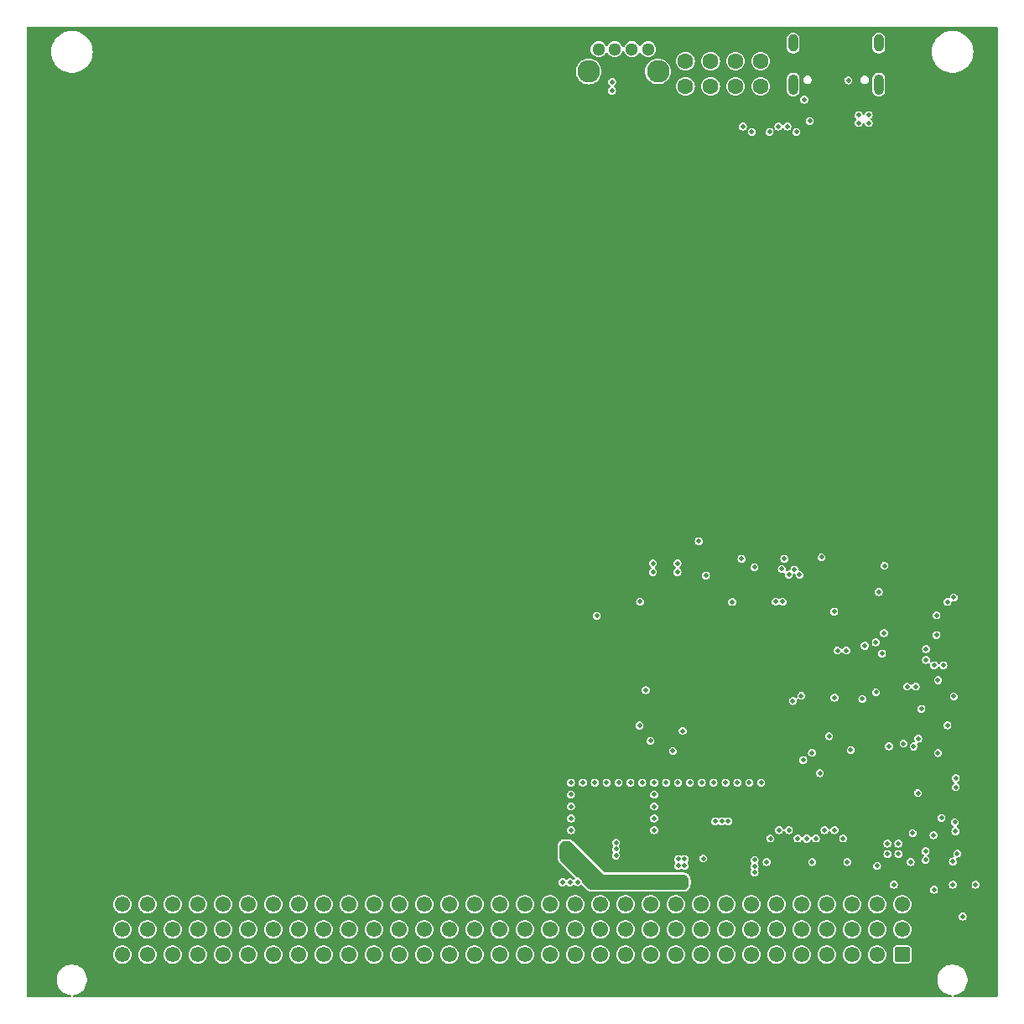
<source format=gbr>
%TF.GenerationSoftware,KiCad,Pcbnew,8.0.8-8.0.8-0~ubuntu24.04.1*%
%TF.CreationDate,2025-02-18T22:24:07+00:00*%
%TF.ProjectId,base-module,62617365-2d6d-46f6-9475-6c652e6b6963,1.0.0*%
%TF.SameCoordinates,Original*%
%TF.FileFunction,Copper,L3,Inr*%
%TF.FilePolarity,Positive*%
%FSLAX46Y46*%
G04 Gerber Fmt 4.6, Leading zero omitted, Abs format (unit mm)*
G04 Created by KiCad (PCBNEW 8.0.8-8.0.8-0~ubuntu24.04.1) date 2025-02-18 22:24:07*
%MOMM*%
%LPD*%
G01*
G04 APERTURE LIST*
G04 Aperture macros list*
%AMRoundRect*
0 Rectangle with rounded corners*
0 $1 Rounding radius*
0 $2 $3 $4 $5 $6 $7 $8 $9 X,Y pos of 4 corners*
0 Add a 4 corners polygon primitive as box body*
4,1,4,$2,$3,$4,$5,$6,$7,$8,$9,$2,$3,0*
0 Add four circle primitives for the rounded corners*
1,1,$1+$1,$2,$3*
1,1,$1+$1,$4,$5*
1,1,$1+$1,$6,$7*
1,1,$1+$1,$8,$9*
0 Add four rect primitives between the rounded corners*
20,1,$1+$1,$2,$3,$4,$5,0*
20,1,$1+$1,$4,$5,$6,$7,0*
20,1,$1+$1,$6,$7,$8,$9,0*
20,1,$1+$1,$8,$9,$2,$3,0*%
G04 Aperture macros list end*
%TA.AperFunction,ComponentPad*%
%ADD10C,1.600000*%
%TD*%
%TA.AperFunction,HeatsinkPad*%
%ADD11O,1.000000X2.100000*%
%TD*%
%TA.AperFunction,HeatsinkPad*%
%ADD12O,1.000000X1.800000*%
%TD*%
%TA.AperFunction,ComponentPad*%
%ADD13RoundRect,0.249999X0.525001X0.525001X-0.525001X0.525001X-0.525001X-0.525001X0.525001X-0.525001X0*%
%TD*%
%TA.AperFunction,ComponentPad*%
%ADD14C,1.550000*%
%TD*%
%TA.AperFunction,ComponentPad*%
%ADD15C,1.300000*%
%TD*%
%TA.AperFunction,ComponentPad*%
%ADD16C,2.286000*%
%TD*%
%TA.AperFunction,ViaPad*%
%ADD17C,0.500000*%
%TD*%
G04 APERTURE END LIST*
D10*
%TO.N,Net-(LED300-Pad1)*%
%TO.C,LED300*%
X106863600Y-55785000D03*
%TO.N,GND*%
X109403600Y-55785000D03*
%TO.N,Net-(LED300-Pad3)*%
X106863600Y-58325000D03*
%TO.N,GND*%
X109403600Y-58325000D03*
%TD*%
D11*
%TO.N,Net-(J800-SHIELD)*%
%TO.C,J800*%
X126370000Y-58140000D03*
D12*
X126370000Y-53960000D03*
D11*
X117730000Y-58140000D03*
D12*
X117730000Y-53960000D03*
%TD*%
D13*
%TO.N,GND*%
%TO.C,J200*%
X128740000Y-145975000D03*
D14*
%TO.N,/Backplane/BACKPLANE.D+*%
X126200000Y-145975000D03*
%TO.N,+5V_STDBY*%
X123660000Y-145975000D03*
%TO.N,GND*%
X121120000Y-145975000D03*
%TO.N,/Backplane/CAN1.+*%
X118580000Y-145975000D03*
%TO.N,/Backplane/CAN1.-*%
X116040000Y-145975000D03*
%TO.N,GND*%
X113500000Y-145975000D03*
%TO.N,/Backplane/CAN2.+*%
X110960000Y-145975000D03*
%TO.N,/Backplane/CAN2.-*%
X108420000Y-145975000D03*
%TO.N,GND*%
X105880000Y-145975000D03*
%TO.N,+12V*%
X103340000Y-145975000D03*
X100800000Y-145975000D03*
%TO.N,GND*%
X98260000Y-145975000D03*
%TO.N,+24V*%
X95720000Y-145975000D03*
%TO.N,GND*%
X93180000Y-145975000D03*
%TO.N,/Backplane/GPIOL0*%
X90640000Y-145975000D03*
%TO.N,/Backplane/GPIOL1*%
X88100000Y-145975000D03*
%TO.N,/Backplane/GPIOL2*%
X85560000Y-145975000D03*
%TO.N,/Backplane/GPIOL3*%
X83020000Y-145975000D03*
%TO.N,/Backplane/GPIOL4*%
X80480000Y-145975000D03*
%TO.N,/Backplane/GPIOL5*%
X77940000Y-145975000D03*
%TO.N,/Backplane/GPIOL6*%
X75400000Y-145975000D03*
%TO.N,/Backplane/GPIOL7*%
X72860000Y-145975000D03*
%TO.N,/Backplane/GPIOL8*%
X70320000Y-145975000D03*
%TO.N,/Backplane/GPIOL9*%
X67780000Y-145975000D03*
%TO.N,/Backplane/GPIOL10*%
X65240000Y-145975000D03*
%TO.N,/Backplane/GPIOL11*%
X62700000Y-145975000D03*
%TO.N,/Backplane/GPIOL12*%
X60160000Y-145975000D03*
%TO.N,/Backplane/GPIOL13*%
X57620000Y-145975000D03*
%TO.N,/Backplane/GPIOL14*%
X55080000Y-145975000D03*
%TO.N,/Backplane/GPIOL15*%
X52540000Y-145975000D03*
%TO.N,GND*%
X50000000Y-145975000D03*
X128740000Y-143435000D03*
X126200000Y-143435000D03*
%TO.N,+5V_STDBY*%
X123660000Y-143435000D03*
%TO.N,GND*%
X121120000Y-143435000D03*
%TO.N,/Backplane/CAN1.+*%
X118580000Y-143435000D03*
%TO.N,/Backplane/CAN1.-*%
X116040000Y-143435000D03*
%TO.N,GND*%
X113500000Y-143435000D03*
%TO.N,/Backplane/CAN2.+*%
X110960000Y-143435000D03*
%TO.N,/Backplane/CAN2.-*%
X108420000Y-143435000D03*
%TO.N,GND*%
X105880000Y-143435000D03*
%TO.N,+12V*%
X103340000Y-143435000D03*
X100800000Y-143435000D03*
%TO.N,GND*%
X98260000Y-143435000D03*
%TO.N,+24V*%
X95720000Y-143435000D03*
%TO.N,GND*%
X93180000Y-143435000D03*
%TO.N,/Backplane/GPIOC0*%
X90640000Y-143435000D03*
%TO.N,/Backplane/GPIOC1*%
X88100000Y-143435000D03*
%TO.N,/Backplane/GPIOC2*%
X85560000Y-143435000D03*
%TO.N,/Backplane/GPIOC3*%
X83020000Y-143435000D03*
%TO.N,/Backplane/GPIOC4*%
X80480000Y-143435000D03*
%TO.N,/Backplane/GPIOC5*%
X77940000Y-143435000D03*
%TO.N,/Backplane/GPIOC6*%
X75400000Y-143435000D03*
%TO.N,/Backplane/GPIOC7*%
X72860000Y-143435000D03*
%TO.N,/Backplane/GPIOC8*%
X70320000Y-143435000D03*
%TO.N,/Backplane/GPIOC9*%
X67780000Y-143435000D03*
%TO.N,/Backplane/GPIOC10*%
X65240000Y-143435000D03*
%TO.N,/Backplane/GPIOC11*%
X62700000Y-143435000D03*
%TO.N,/Backplane/GPIOC12*%
X60160000Y-143435000D03*
%TO.N,/Backplane/GPIOC13*%
X57620000Y-143435000D03*
%TO.N,/Backplane/GPIOC14*%
X55080000Y-143435000D03*
%TO.N,/Backplane/GPIOC15*%
X52540000Y-143435000D03*
%TO.N,GND*%
X50000000Y-143435000D03*
X128740000Y-140895000D03*
%TO.N,/Backplane/BACKPLANE.D-*%
X126200000Y-140895000D03*
%TO.N,+5V_STDBY*%
X123660000Y-140895000D03*
%TO.N,GND*%
X121120000Y-140895000D03*
%TO.N,/Backplane/CAN1.+*%
X118580000Y-140895000D03*
%TO.N,/Backplane/CAN1.-*%
X116040000Y-140895000D03*
%TO.N,GND*%
X113500000Y-140895000D03*
%TO.N,/Backplane/CAN2.+*%
X110960000Y-140895000D03*
%TO.N,/Backplane/CAN2.-*%
X108420000Y-140895000D03*
%TO.N,GND*%
X105880000Y-140895000D03*
%TO.N,+12V*%
X103340000Y-140895000D03*
X100800000Y-140895000D03*
%TO.N,GND*%
X98260000Y-140895000D03*
%TO.N,+24V*%
X95720000Y-140895000D03*
%TO.N,GND*%
X93180000Y-140895000D03*
%TO.N,/Backplane/GPIOR0*%
X90640000Y-140895000D03*
%TO.N,/Backplane/GPIOR1*%
X88100000Y-140895000D03*
%TO.N,/Backplane/GPIOR2*%
X85560000Y-140895000D03*
%TO.N,/Backplane/GPIOR3*%
X83020000Y-140895000D03*
%TO.N,/Backplane/GPIOR4*%
X80480000Y-140895000D03*
%TO.N,/Backplane/GPIOR5*%
X77940000Y-140895000D03*
%TO.N,/Backplane/GPIOR6*%
X75400000Y-140895000D03*
%TO.N,/Backplane/GPIOR7*%
X72860000Y-140895000D03*
%TO.N,/Backplane/GPIOR8*%
X70320000Y-140895000D03*
%TO.N,/Backplane/GPIOR9*%
X67780000Y-140895000D03*
%TO.N,/Backplane/GPIOR10*%
X65240000Y-140895000D03*
%TO.N,/Backplane/GPIOR11*%
X62700000Y-140895000D03*
%TO.N,/Backplane/GPIOR12*%
X60160000Y-140895000D03*
%TO.N,/Backplane/GPIOR13*%
X57620000Y-140895000D03*
%TO.N,/Backplane/GPIOR14*%
X55080000Y-140895000D03*
%TO.N,/Backplane/GPIOR15*%
X52540000Y-140895000D03*
%TO.N,GND*%
X50000000Y-140895000D03*
%TD*%
D15*
%TO.N,GND*%
%TO.C,SW400*%
X103080000Y-54575000D03*
X101450000Y-54575000D03*
%TO.N,/MCU/SWD.~{RST}*%
X99710000Y-54575000D03*
%TO.N,/MCU/USR_BUTTON*%
X98080000Y-54575000D03*
D16*
%TO.N,N/C*%
X104080000Y-56825000D03*
X97080000Y-56825000D03*
%TD*%
D10*
%TO.N,Net-(LED301-Pad1)*%
%TO.C,LED301*%
X111913600Y-55785000D03*
%TO.N,GND*%
X114453600Y-55785000D03*
%TO.N,Net-(LED301-Pad3)*%
X111913600Y-58325000D03*
%TO.N,GND*%
X114453600Y-58325000D03*
%TD*%
D17*
%TO.N,+3V3*%
X115300000Y-138075000D03*
X99450000Y-59675000D03*
X131350000Y-125625000D03*
X121325000Y-115325000D03*
X104325000Y-124400000D03*
X120590000Y-106765000D03*
X115350000Y-131500000D03*
X132050000Y-135775000D03*
X131800000Y-106175000D03*
X131400000Y-128975000D03*
X133950000Y-118922500D03*
X114650000Y-131500000D03*
X115350000Y-130625000D03*
X102275000Y-111350000D03*
X121350000Y-124927500D03*
X127900000Y-121575000D03*
X121875000Y-110350000D03*
X105200000Y-108075000D03*
X125700000Y-115575000D03*
X131350000Y-118275000D03*
X124000000Y-115300000D03*
X122225000Y-109375000D03*
X115575000Y-107050000D03*
X101700000Y-121825000D03*
X119900000Y-138075000D03*
X116025000Y-131500000D03*
X112825000Y-106875000D03*
X119625000Y-124600000D03*
X114450000Y-62375000D03*
%TO.N,GND*%
X106050000Y-107375000D03*
X108925000Y-107700000D03*
X99450000Y-58775000D03*
X95300000Y-131025000D03*
X103700000Y-128625000D03*
X106050000Y-106475000D03*
X129900000Y-124961216D03*
X128350000Y-134775000D03*
X104900000Y-128625000D03*
X109870720Y-132521542D03*
X134830000Y-142145001D03*
X127250000Y-134775000D03*
X116250000Y-62375000D03*
X95300000Y-133425000D03*
X132350000Y-125625000D03*
X113850000Y-136425000D03*
X109700000Y-128625000D03*
X96500000Y-128625000D03*
X130325000Y-129675000D03*
X106100000Y-128625000D03*
X110520720Y-132521542D03*
X108650000Y-136275000D03*
X102850000Y-119275000D03*
X113300000Y-128625000D03*
X103700000Y-132225000D03*
X97700000Y-128625000D03*
X115050000Y-136625000D03*
X121350000Y-123927500D03*
X103575000Y-106475000D03*
X116825000Y-106025000D03*
X119625000Y-125600000D03*
X108200000Y-104250000D03*
X126375000Y-109375000D03*
X126900000Y-113525000D03*
X131150000Y-116225000D03*
X112525000Y-106025000D03*
X97900000Y-111775000D03*
X113850000Y-137675000D03*
X100100000Y-128625000D03*
X94450000Y-138675000D03*
X116575000Y-107050000D03*
X128350000Y-135825000D03*
X98900000Y-128625000D03*
X118750000Y-126325000D03*
X134150000Y-128175000D03*
X131900000Y-133925000D03*
X126950000Y-106725000D03*
X119100000Y-134275000D03*
X111170720Y-132521542D03*
X103575000Y-107350000D03*
X103700000Y-133425000D03*
X122200000Y-115275000D03*
X103700000Y-131025000D03*
X117150000Y-62375000D03*
X131150000Y-115125000D03*
X119410000Y-61815001D03*
X133300000Y-122825000D03*
X118050000Y-62925000D03*
X108500000Y-128625000D03*
X133950000Y-119922500D03*
X134100000Y-133525000D03*
X134300000Y-135775000D03*
X112100000Y-128625000D03*
X113825000Y-106875000D03*
X121900000Y-133425000D03*
X114500000Y-128625000D03*
X118850000Y-59675000D03*
X103325000Y-124400000D03*
X121875000Y-111350000D03*
X117300000Y-133425000D03*
X120590000Y-105865000D03*
X129800000Y-133725000D03*
X95953492Y-138663288D03*
X127250000Y-135825000D03*
X131100000Y-136425000D03*
X110900000Y-128625000D03*
X101300000Y-128625000D03*
X99850000Y-134671508D03*
X102500000Y-128625000D03*
X95300000Y-132225000D03*
X107300000Y-128625000D03*
X95200000Y-138675000D03*
X99850000Y-135971508D03*
X95300000Y-129825000D03*
X136150000Y-138925000D03*
X102225000Y-122850000D03*
X126700000Y-115575000D03*
X102275000Y-110350000D03*
X123200000Y-136625000D03*
X131950000Y-139425000D03*
X113850000Y-137075000D03*
X125350000Y-62025000D03*
X125350000Y-61225000D03*
X123550000Y-125325000D03*
X132700000Y-132175000D03*
X99850000Y-135321508D03*
X123100000Y-115275000D03*
X103700000Y-129825000D03*
X95300000Y-128625000D03*
X132350000Y-118275000D03*
X119650000Y-136625000D03*
%TO.N,+5V*%
X106125000Y-137025000D03*
X134150000Y-129075000D03*
X116300000Y-133425000D03*
X106775000Y-136325000D03*
X133300000Y-110375000D03*
X131100000Y-135525001D03*
X106775000Y-137025000D03*
X126200000Y-137025000D03*
X106125000Y-136325000D03*
X120900000Y-133425000D03*
%TO.N,/ST-LINK/LED*%
X124950000Y-114800000D03*
X127400000Y-124950000D03*
%TO.N,/ST-LINK/STLINK-BOOT0*%
X130675000Y-121175000D03*
%TO.N,/ST-LINK/DIO*%
X128875000Y-124675000D03*
%TO.N,/ST-LINK/CLK*%
X130350000Y-124175000D03*
%TO.N,+12V_FUSED*%
X94451270Y-135361059D03*
X133950000Y-109925000D03*
X106125000Y-139025000D03*
X106125000Y-138325000D03*
X106775000Y-138325000D03*
X95375000Y-135375000D03*
X106775000Y-139025000D03*
X94950000Y-134875000D03*
%TO.N,/ST-LINK/STLINK_RX*%
X126100000Y-119500000D03*
X132200000Y-113725000D03*
%TO.N,/USB/VBUS_IN*%
X124350000Y-61225000D03*
X134050000Y-132625000D03*
%TO.N,/ST-LINK/STLINK_TX*%
X132200000Y-111725000D03*
X126075000Y-114450000D03*
%TO.N,/MCU/USR_BUTTON*%
X115975000Y-110350000D03*
X99450000Y-57875000D03*
%TO.N,/MCU/SWD.~{RST}*%
X111575001Y-110375000D03*
X121900000Y-120045000D03*
X118377238Y-107645000D03*
%TO.N,Net-(U302-PGANG)*%
X129600000Y-136625000D03*
X127900000Y-138925000D03*
%TO.N,Net-(U700-PA5)*%
X124700000Y-120175000D03*
X120425000Y-127650000D03*
%TO.N,Net-(U700-PC13)*%
X130100000Y-118925000D03*
X132900000Y-116775000D03*
%TO.N,Net-(U700-PC14)*%
X129225000Y-118925000D03*
X131950000Y-116775000D03*
%TO.N,/CAN transceiver 1/CAN.TX*%
X122775000Y-134250000D03*
X118550000Y-119850000D03*
%TO.N,/CAN transceiver 1/CAN.RX*%
X117700000Y-120375000D03*
X120025000Y-134250000D03*
%TO.N,/CAN transceiver 2/CAN.TX*%
X118175000Y-134250000D03*
X106575000Y-123400000D03*
%TO.N,/CAN transceiver 2/CAN.RX*%
X105600000Y-125425000D03*
X115425000Y-134250000D03*
%TO.N,/USB/CC1*%
X123300000Y-57725000D03*
X124350000Y-62025000D03*
%TO.N,Net-(U801-~{OE})*%
X133850000Y-136575000D03*
X133850000Y-138925000D03*
%TO.N,/MCU/USER_LED_1*%
X113550000Y-62925000D03*
X117850000Y-107125000D03*
%TO.N,/MCU/USER_LED_2*%
X117300000Y-107625000D03*
X112650000Y-62375000D03*
%TO.N,/MCU/STATUS_LED*%
X115350000Y-62925000D03*
X116675000Y-110350000D03*
%TD*%
%TA.AperFunction,Conductor*%
%TO.N,+12V_FUSED*%
G36*
X95050952Y-134526061D02*
G01*
X95156116Y-134539906D01*
X95187383Y-134548284D01*
X95277808Y-134585739D01*
X95305842Y-134601924D01*
X95390003Y-134666503D01*
X95402198Y-134677198D01*
X98478547Y-137753548D01*
X98478554Y-137753554D01*
X98625000Y-137900000D01*
X106666874Y-137900000D01*
X106683059Y-137901061D01*
X106788223Y-137914906D01*
X106819491Y-137923284D01*
X106909918Y-137960740D01*
X106937952Y-137976925D01*
X107015602Y-138036509D01*
X107038491Y-138059398D01*
X107098074Y-138137048D01*
X107114259Y-138165081D01*
X107151715Y-138255508D01*
X107160093Y-138286775D01*
X107173939Y-138391939D01*
X107175000Y-138408125D01*
X107175000Y-138916874D01*
X107173939Y-138933060D01*
X107160093Y-139038224D01*
X107151715Y-139069491D01*
X107114259Y-139159918D01*
X107098074Y-139187951D01*
X107038491Y-139265601D01*
X107015601Y-139288491D01*
X106937951Y-139348074D01*
X106909918Y-139364259D01*
X106819491Y-139401715D01*
X106788224Y-139410093D01*
X106694398Y-139422446D01*
X106683058Y-139423939D01*
X106666874Y-139425000D01*
X97390233Y-139425000D01*
X97374048Y-139423939D01*
X97361024Y-139422224D01*
X97268882Y-139410093D01*
X97237616Y-139401715D01*
X97147191Y-139364260D01*
X97119157Y-139348075D01*
X97034996Y-139283496D01*
X97022801Y-139272801D01*
X96437024Y-138687024D01*
X96403539Y-138625701D01*
X96401972Y-138617018D01*
X96390189Y-138535062D01*
X96336374Y-138417225D01*
X96251541Y-138319321D01*
X96142561Y-138249284D01*
X96142557Y-138249282D01*
X96142556Y-138249282D01*
X96018266Y-138212788D01*
X96018264Y-138212788D01*
X96014150Y-138212788D01*
X96010202Y-138211628D01*
X96009487Y-138211526D01*
X96009501Y-138211423D01*
X95947111Y-138193103D01*
X95926469Y-138176469D01*
X94302198Y-136552198D01*
X94291503Y-136540003D01*
X94226924Y-136455842D01*
X94210739Y-136427808D01*
X94173284Y-136337383D01*
X94164906Y-136306116D01*
X94151061Y-136200952D01*
X94150000Y-136184767D01*
X94150000Y-135033125D01*
X94151061Y-135016940D01*
X94164906Y-134911776D01*
X94173284Y-134880508D01*
X94210740Y-134790081D01*
X94226923Y-134762050D01*
X94286513Y-134684392D01*
X94309392Y-134661513D01*
X94387050Y-134601923D01*
X94415079Y-134585740D01*
X94505509Y-134548283D01*
X94536775Y-134539906D01*
X94641941Y-134526061D01*
X94658126Y-134525000D01*
X95034767Y-134525000D01*
X95050952Y-134526061D01*
G37*
%TD.AperFunction*%
%TD*%
%TA.AperFunction,Conductor*%
%TO.N,+3V3*%
G36*
X138313039Y-52304685D02*
G01*
X138358794Y-52357489D01*
X138370000Y-52409000D01*
X138370000Y-150151000D01*
X138350315Y-150218039D01*
X138297511Y-150263794D01*
X138246000Y-150275000D01*
X134035051Y-150275000D01*
X133968012Y-150255315D01*
X133922257Y-150202511D01*
X133912313Y-150133353D01*
X133941338Y-150069797D01*
X134000116Y-150032023D01*
X134015653Y-150028527D01*
X134177222Y-150002937D01*
X134405589Y-149928736D01*
X134619536Y-149819724D01*
X134813796Y-149678586D01*
X134983586Y-149508796D01*
X135124724Y-149314536D01*
X135233736Y-149100589D01*
X135307937Y-148872222D01*
X135345500Y-148635059D01*
X135345500Y-148394941D01*
X135307937Y-148157778D01*
X135233736Y-147929411D01*
X135233734Y-147929408D01*
X135233734Y-147929406D01*
X135124723Y-147715463D01*
X134983586Y-147521204D01*
X134813796Y-147351414D01*
X134619536Y-147210276D01*
X134405593Y-147101265D01*
X134177222Y-147027063D01*
X133940059Y-146989500D01*
X133699941Y-146989500D01*
X133581359Y-147008281D01*
X133462777Y-147027063D01*
X133234406Y-147101265D01*
X133020463Y-147210276D01*
X132826201Y-147351416D01*
X132656416Y-147521201D01*
X132515276Y-147715463D01*
X132406265Y-147929406D01*
X132332063Y-148157777D01*
X132294500Y-148394941D01*
X132294500Y-148635058D01*
X132332063Y-148872222D01*
X132406265Y-149100593D01*
X132515276Y-149314536D01*
X132656414Y-149508796D01*
X132826204Y-149678586D01*
X133020464Y-149819724D01*
X133121543Y-149871226D01*
X133234406Y-149928734D01*
X133234408Y-149928734D01*
X133234411Y-149928736D01*
X133462778Y-150002937D01*
X133624347Y-150028527D01*
X133687482Y-150058456D01*
X133724413Y-150117768D01*
X133723415Y-150187630D01*
X133684805Y-150245863D01*
X133620842Y-150273977D01*
X133604949Y-150275000D01*
X45135051Y-150275000D01*
X45068012Y-150255315D01*
X45022257Y-150202511D01*
X45012313Y-150133353D01*
X45041338Y-150069797D01*
X45100116Y-150032023D01*
X45115653Y-150028527D01*
X45277222Y-150002937D01*
X45505589Y-149928736D01*
X45719536Y-149819724D01*
X45913796Y-149678586D01*
X46083586Y-149508796D01*
X46224724Y-149314536D01*
X46333736Y-149100589D01*
X46407937Y-148872222D01*
X46445500Y-148635059D01*
X46445500Y-148394941D01*
X46407937Y-148157778D01*
X46333736Y-147929411D01*
X46333734Y-147929408D01*
X46333734Y-147929406D01*
X46224723Y-147715463D01*
X46083586Y-147521204D01*
X45913796Y-147351414D01*
X45719536Y-147210276D01*
X45505593Y-147101265D01*
X45277222Y-147027063D01*
X45040059Y-146989500D01*
X44799941Y-146989500D01*
X44681359Y-147008281D01*
X44562777Y-147027063D01*
X44334406Y-147101265D01*
X44120463Y-147210276D01*
X43926201Y-147351416D01*
X43756416Y-147521201D01*
X43615276Y-147715463D01*
X43506265Y-147929406D01*
X43432063Y-148157777D01*
X43394500Y-148394941D01*
X43394500Y-148635058D01*
X43432063Y-148872222D01*
X43506265Y-149100593D01*
X43615276Y-149314536D01*
X43756414Y-149508796D01*
X43926204Y-149678586D01*
X44120464Y-149819724D01*
X44221543Y-149871226D01*
X44334406Y-149928734D01*
X44334408Y-149928734D01*
X44334411Y-149928736D01*
X44562778Y-150002937D01*
X44724347Y-150028527D01*
X44787482Y-150058456D01*
X44824413Y-150117768D01*
X44823415Y-150187630D01*
X44784805Y-150245863D01*
X44720842Y-150273977D01*
X44704949Y-150275000D01*
X40494000Y-150275000D01*
X40426961Y-150255315D01*
X40381206Y-150202511D01*
X40370000Y-150151000D01*
X40370000Y-145975000D01*
X49069402Y-145975000D01*
X49089738Y-146168483D01*
X49149856Y-146353510D01*
X49149857Y-146353511D01*
X49230159Y-146492597D01*
X49247130Y-146521992D01*
X49255714Y-146531525D01*
X49377302Y-146666564D01*
X49377305Y-146666566D01*
X49377308Y-146666569D01*
X49476096Y-146738343D01*
X49534702Y-146780923D01*
X49602926Y-146811297D01*
X49712429Y-146860051D01*
X49902726Y-146900500D01*
X50097274Y-146900500D01*
X50287571Y-146860051D01*
X50465299Y-146780922D01*
X50622692Y-146666569D01*
X50752870Y-146521992D01*
X50850144Y-146353508D01*
X50910262Y-146168482D01*
X50930598Y-145975000D01*
X51609402Y-145975000D01*
X51629738Y-146168483D01*
X51689856Y-146353510D01*
X51689857Y-146353511D01*
X51770159Y-146492597D01*
X51787130Y-146521992D01*
X51795714Y-146531525D01*
X51917302Y-146666564D01*
X51917305Y-146666566D01*
X51917308Y-146666569D01*
X52016096Y-146738343D01*
X52074702Y-146780923D01*
X52142926Y-146811297D01*
X52252429Y-146860051D01*
X52442726Y-146900500D01*
X52637274Y-146900500D01*
X52827571Y-146860051D01*
X53005299Y-146780922D01*
X53162692Y-146666569D01*
X53292870Y-146521992D01*
X53390144Y-146353508D01*
X53450262Y-146168482D01*
X53470598Y-145975000D01*
X54149402Y-145975000D01*
X54169738Y-146168483D01*
X54229856Y-146353510D01*
X54229857Y-146353511D01*
X54310159Y-146492597D01*
X54327130Y-146521992D01*
X54335714Y-146531525D01*
X54457302Y-146666564D01*
X54457305Y-146666566D01*
X54457308Y-146666569D01*
X54556096Y-146738343D01*
X54614702Y-146780923D01*
X54682926Y-146811297D01*
X54792429Y-146860051D01*
X54982726Y-146900500D01*
X55177274Y-146900500D01*
X55367571Y-146860051D01*
X55545299Y-146780922D01*
X55702692Y-146666569D01*
X55832870Y-146521992D01*
X55930144Y-146353508D01*
X55990262Y-146168482D01*
X56010598Y-145975000D01*
X56689402Y-145975000D01*
X56709738Y-146168483D01*
X56769856Y-146353510D01*
X56769857Y-146353511D01*
X56850159Y-146492597D01*
X56867130Y-146521992D01*
X56875714Y-146531525D01*
X56997302Y-146666564D01*
X56997305Y-146666566D01*
X56997308Y-146666569D01*
X57096096Y-146738343D01*
X57154702Y-146780923D01*
X57222926Y-146811297D01*
X57332429Y-146860051D01*
X57522726Y-146900500D01*
X57717274Y-146900500D01*
X57907571Y-146860051D01*
X58085299Y-146780922D01*
X58242692Y-146666569D01*
X58372870Y-146521992D01*
X58470144Y-146353508D01*
X58530262Y-146168482D01*
X58550598Y-145975000D01*
X59229402Y-145975000D01*
X59249738Y-146168483D01*
X59309856Y-146353510D01*
X59309857Y-146353511D01*
X59390159Y-146492597D01*
X59407130Y-146521992D01*
X59415714Y-146531525D01*
X59537302Y-146666564D01*
X59537305Y-146666566D01*
X59537308Y-146666569D01*
X59636096Y-146738343D01*
X59694702Y-146780923D01*
X59762926Y-146811297D01*
X59872429Y-146860051D01*
X60062726Y-146900500D01*
X60257274Y-146900500D01*
X60447571Y-146860051D01*
X60625299Y-146780922D01*
X60782692Y-146666569D01*
X60912870Y-146521992D01*
X61010144Y-146353508D01*
X61070262Y-146168482D01*
X61090598Y-145975000D01*
X61769402Y-145975000D01*
X61789738Y-146168483D01*
X61849856Y-146353510D01*
X61849857Y-146353511D01*
X61930159Y-146492597D01*
X61947130Y-146521992D01*
X61955714Y-146531525D01*
X62077302Y-146666564D01*
X62077305Y-146666566D01*
X62077308Y-146666569D01*
X62176096Y-146738343D01*
X62234702Y-146780923D01*
X62302926Y-146811297D01*
X62412429Y-146860051D01*
X62602726Y-146900500D01*
X62797274Y-146900500D01*
X62987571Y-146860051D01*
X63165299Y-146780922D01*
X63322692Y-146666569D01*
X63452870Y-146521992D01*
X63550144Y-146353508D01*
X63610262Y-146168482D01*
X63630598Y-145975000D01*
X64309402Y-145975000D01*
X64329738Y-146168483D01*
X64389856Y-146353510D01*
X64389857Y-146353511D01*
X64470159Y-146492597D01*
X64487130Y-146521992D01*
X64495714Y-146531525D01*
X64617302Y-146666564D01*
X64617305Y-146666566D01*
X64617308Y-146666569D01*
X64716096Y-146738343D01*
X64774702Y-146780923D01*
X64842926Y-146811297D01*
X64952429Y-146860051D01*
X65142726Y-146900500D01*
X65337274Y-146900500D01*
X65527571Y-146860051D01*
X65705299Y-146780922D01*
X65862692Y-146666569D01*
X65992870Y-146521992D01*
X66090144Y-146353508D01*
X66150262Y-146168482D01*
X66170598Y-145975000D01*
X66849402Y-145975000D01*
X66869738Y-146168483D01*
X66929856Y-146353510D01*
X66929857Y-146353511D01*
X67010159Y-146492597D01*
X67027130Y-146521992D01*
X67035714Y-146531525D01*
X67157302Y-146666564D01*
X67157305Y-146666566D01*
X67157308Y-146666569D01*
X67256096Y-146738343D01*
X67314702Y-146780923D01*
X67382926Y-146811297D01*
X67492429Y-146860051D01*
X67682726Y-146900500D01*
X67877274Y-146900500D01*
X68067571Y-146860051D01*
X68245299Y-146780922D01*
X68402692Y-146666569D01*
X68532870Y-146521992D01*
X68630144Y-146353508D01*
X68690262Y-146168482D01*
X68710598Y-145975000D01*
X69389402Y-145975000D01*
X69409738Y-146168483D01*
X69469856Y-146353510D01*
X69469857Y-146353511D01*
X69550159Y-146492597D01*
X69567130Y-146521992D01*
X69575714Y-146531525D01*
X69697302Y-146666564D01*
X69697305Y-146666566D01*
X69697308Y-146666569D01*
X69796096Y-146738343D01*
X69854702Y-146780923D01*
X69922926Y-146811297D01*
X70032429Y-146860051D01*
X70222726Y-146900500D01*
X70417274Y-146900500D01*
X70607571Y-146860051D01*
X70785299Y-146780922D01*
X70942692Y-146666569D01*
X71072870Y-146521992D01*
X71170144Y-146353508D01*
X71230262Y-146168482D01*
X71250598Y-145975000D01*
X71929402Y-145975000D01*
X71949738Y-146168483D01*
X72009856Y-146353510D01*
X72009857Y-146353511D01*
X72090159Y-146492597D01*
X72107130Y-146521992D01*
X72115714Y-146531525D01*
X72237302Y-146666564D01*
X72237305Y-146666566D01*
X72237308Y-146666569D01*
X72336096Y-146738343D01*
X72394702Y-146780923D01*
X72462926Y-146811297D01*
X72572429Y-146860051D01*
X72762726Y-146900500D01*
X72957274Y-146900500D01*
X73147571Y-146860051D01*
X73325299Y-146780922D01*
X73482692Y-146666569D01*
X73612870Y-146521992D01*
X73710144Y-146353508D01*
X73770262Y-146168482D01*
X73790598Y-145975000D01*
X74469402Y-145975000D01*
X74489738Y-146168483D01*
X74549856Y-146353510D01*
X74549857Y-146353511D01*
X74630159Y-146492597D01*
X74647130Y-146521992D01*
X74655714Y-146531525D01*
X74777302Y-146666564D01*
X74777305Y-146666566D01*
X74777308Y-146666569D01*
X74876096Y-146738343D01*
X74934702Y-146780923D01*
X75002926Y-146811297D01*
X75112429Y-146860051D01*
X75302726Y-146900500D01*
X75497274Y-146900500D01*
X75687571Y-146860051D01*
X75865299Y-146780922D01*
X76022692Y-146666569D01*
X76152870Y-146521992D01*
X76250144Y-146353508D01*
X76310262Y-146168482D01*
X76330598Y-145975000D01*
X77009402Y-145975000D01*
X77029738Y-146168483D01*
X77089856Y-146353510D01*
X77089857Y-146353511D01*
X77170159Y-146492597D01*
X77187130Y-146521992D01*
X77195714Y-146531525D01*
X77317302Y-146666564D01*
X77317305Y-146666566D01*
X77317308Y-146666569D01*
X77416096Y-146738343D01*
X77474702Y-146780923D01*
X77542926Y-146811297D01*
X77652429Y-146860051D01*
X77842726Y-146900500D01*
X78037274Y-146900500D01*
X78227571Y-146860051D01*
X78405299Y-146780922D01*
X78562692Y-146666569D01*
X78692870Y-146521992D01*
X78790144Y-146353508D01*
X78850262Y-146168482D01*
X78870598Y-145975000D01*
X79549402Y-145975000D01*
X79569738Y-146168483D01*
X79629856Y-146353510D01*
X79629857Y-146353511D01*
X79710159Y-146492597D01*
X79727130Y-146521992D01*
X79735714Y-146531525D01*
X79857302Y-146666564D01*
X79857305Y-146666566D01*
X79857308Y-146666569D01*
X79956096Y-146738343D01*
X80014702Y-146780923D01*
X80082926Y-146811297D01*
X80192429Y-146860051D01*
X80382726Y-146900500D01*
X80577274Y-146900500D01*
X80767571Y-146860051D01*
X80945299Y-146780922D01*
X81102692Y-146666569D01*
X81232870Y-146521992D01*
X81330144Y-146353508D01*
X81390262Y-146168482D01*
X81410598Y-145975000D01*
X82089402Y-145975000D01*
X82109738Y-146168483D01*
X82169856Y-146353510D01*
X82169857Y-146353511D01*
X82250159Y-146492597D01*
X82267130Y-146521992D01*
X82275714Y-146531525D01*
X82397302Y-146666564D01*
X82397305Y-146666566D01*
X82397308Y-146666569D01*
X82496096Y-146738343D01*
X82554702Y-146780923D01*
X82622926Y-146811297D01*
X82732429Y-146860051D01*
X82922726Y-146900500D01*
X83117274Y-146900500D01*
X83307571Y-146860051D01*
X83485299Y-146780922D01*
X83642692Y-146666569D01*
X83772870Y-146521992D01*
X83870144Y-146353508D01*
X83930262Y-146168482D01*
X83950598Y-145975000D01*
X84629402Y-145975000D01*
X84649738Y-146168483D01*
X84709856Y-146353510D01*
X84709857Y-146353511D01*
X84790159Y-146492597D01*
X84807130Y-146521992D01*
X84815714Y-146531525D01*
X84937302Y-146666564D01*
X84937305Y-146666566D01*
X84937308Y-146666569D01*
X85036096Y-146738343D01*
X85094702Y-146780923D01*
X85162926Y-146811297D01*
X85272429Y-146860051D01*
X85462726Y-146900500D01*
X85657274Y-146900500D01*
X85847571Y-146860051D01*
X86025299Y-146780922D01*
X86182692Y-146666569D01*
X86312870Y-146521992D01*
X86410144Y-146353508D01*
X86470262Y-146168482D01*
X86490598Y-145975000D01*
X87169402Y-145975000D01*
X87189738Y-146168483D01*
X87249856Y-146353510D01*
X87249857Y-146353511D01*
X87330159Y-146492597D01*
X87347130Y-146521992D01*
X87355714Y-146531525D01*
X87477302Y-146666564D01*
X87477305Y-146666566D01*
X87477308Y-146666569D01*
X87576096Y-146738343D01*
X87634702Y-146780923D01*
X87702926Y-146811297D01*
X87812429Y-146860051D01*
X88002726Y-146900500D01*
X88197274Y-146900500D01*
X88387571Y-146860051D01*
X88565299Y-146780922D01*
X88722692Y-146666569D01*
X88852870Y-146521992D01*
X88950144Y-146353508D01*
X89010262Y-146168482D01*
X89030598Y-145975000D01*
X89709402Y-145975000D01*
X89729738Y-146168483D01*
X89789856Y-146353510D01*
X89789857Y-146353511D01*
X89870159Y-146492597D01*
X89887130Y-146521992D01*
X89895714Y-146531525D01*
X90017302Y-146666564D01*
X90017305Y-146666566D01*
X90017308Y-146666569D01*
X90116096Y-146738343D01*
X90174702Y-146780923D01*
X90242926Y-146811297D01*
X90352429Y-146860051D01*
X90542726Y-146900500D01*
X90737274Y-146900500D01*
X90927571Y-146860051D01*
X91105299Y-146780922D01*
X91262692Y-146666569D01*
X91392870Y-146521992D01*
X91490144Y-146353508D01*
X91550262Y-146168482D01*
X91570598Y-145975000D01*
X92249402Y-145975000D01*
X92269738Y-146168483D01*
X92329856Y-146353510D01*
X92329857Y-146353511D01*
X92410159Y-146492597D01*
X92427130Y-146521992D01*
X92435714Y-146531525D01*
X92557302Y-146666564D01*
X92557305Y-146666566D01*
X92557308Y-146666569D01*
X92656096Y-146738343D01*
X92714702Y-146780923D01*
X92782926Y-146811297D01*
X92892429Y-146860051D01*
X93082726Y-146900500D01*
X93277274Y-146900500D01*
X93467571Y-146860051D01*
X93645299Y-146780922D01*
X93802692Y-146666569D01*
X93932870Y-146521992D01*
X94030144Y-146353508D01*
X94090262Y-146168482D01*
X94110598Y-145975000D01*
X94789402Y-145975000D01*
X94809738Y-146168483D01*
X94869856Y-146353510D01*
X94869857Y-146353511D01*
X94950159Y-146492597D01*
X94967130Y-146521992D01*
X94975714Y-146531525D01*
X95097302Y-146666564D01*
X95097305Y-146666566D01*
X95097308Y-146666569D01*
X95196096Y-146738343D01*
X95254702Y-146780923D01*
X95322926Y-146811297D01*
X95432429Y-146860051D01*
X95622726Y-146900500D01*
X95817274Y-146900500D01*
X96007571Y-146860051D01*
X96185299Y-146780922D01*
X96342692Y-146666569D01*
X96472870Y-146521992D01*
X96570144Y-146353508D01*
X96630262Y-146168482D01*
X96650598Y-145975000D01*
X97329402Y-145975000D01*
X97349738Y-146168483D01*
X97409856Y-146353510D01*
X97409857Y-146353511D01*
X97490159Y-146492597D01*
X97507130Y-146521992D01*
X97515714Y-146531525D01*
X97637302Y-146666564D01*
X97637305Y-146666566D01*
X97637308Y-146666569D01*
X97736096Y-146738343D01*
X97794702Y-146780923D01*
X97862926Y-146811297D01*
X97972429Y-146860051D01*
X98162726Y-146900500D01*
X98357274Y-146900500D01*
X98547571Y-146860051D01*
X98725299Y-146780922D01*
X98882692Y-146666569D01*
X99012870Y-146521992D01*
X99110144Y-146353508D01*
X99170262Y-146168482D01*
X99190598Y-145975000D01*
X99869402Y-145975000D01*
X99889738Y-146168483D01*
X99949856Y-146353510D01*
X99949857Y-146353511D01*
X100030159Y-146492597D01*
X100047130Y-146521992D01*
X100055714Y-146531525D01*
X100177302Y-146666564D01*
X100177305Y-146666566D01*
X100177308Y-146666569D01*
X100276096Y-146738343D01*
X100334702Y-146780923D01*
X100402926Y-146811297D01*
X100512429Y-146860051D01*
X100702726Y-146900500D01*
X100897274Y-146900500D01*
X101087571Y-146860051D01*
X101265299Y-146780922D01*
X101422692Y-146666569D01*
X101552870Y-146521992D01*
X101650144Y-146353508D01*
X101710262Y-146168482D01*
X101730598Y-145975000D01*
X102409402Y-145975000D01*
X102429738Y-146168483D01*
X102489856Y-146353510D01*
X102489857Y-146353511D01*
X102570159Y-146492597D01*
X102587130Y-146521992D01*
X102595714Y-146531525D01*
X102717302Y-146666564D01*
X102717305Y-146666566D01*
X102717308Y-146666569D01*
X102816096Y-146738343D01*
X102874702Y-146780923D01*
X102942926Y-146811297D01*
X103052429Y-146860051D01*
X103242726Y-146900500D01*
X103437274Y-146900500D01*
X103627571Y-146860051D01*
X103805299Y-146780922D01*
X103962692Y-146666569D01*
X104092870Y-146521992D01*
X104190144Y-146353508D01*
X104250262Y-146168482D01*
X104270598Y-145975000D01*
X104949402Y-145975000D01*
X104969738Y-146168483D01*
X105029856Y-146353510D01*
X105029857Y-146353511D01*
X105110159Y-146492597D01*
X105127130Y-146521992D01*
X105135714Y-146531525D01*
X105257302Y-146666564D01*
X105257305Y-146666566D01*
X105257308Y-146666569D01*
X105356096Y-146738343D01*
X105414702Y-146780923D01*
X105482926Y-146811297D01*
X105592429Y-146860051D01*
X105782726Y-146900500D01*
X105977274Y-146900500D01*
X106167571Y-146860051D01*
X106345299Y-146780922D01*
X106502692Y-146666569D01*
X106632870Y-146521992D01*
X106730144Y-146353508D01*
X106790262Y-146168482D01*
X106810598Y-145975000D01*
X107489402Y-145975000D01*
X107509738Y-146168483D01*
X107569856Y-146353510D01*
X107569857Y-146353511D01*
X107650159Y-146492597D01*
X107667130Y-146521992D01*
X107675714Y-146531525D01*
X107797302Y-146666564D01*
X107797305Y-146666566D01*
X107797308Y-146666569D01*
X107896096Y-146738343D01*
X107954702Y-146780923D01*
X108022926Y-146811297D01*
X108132429Y-146860051D01*
X108322726Y-146900500D01*
X108517274Y-146900500D01*
X108707571Y-146860051D01*
X108885299Y-146780922D01*
X109042692Y-146666569D01*
X109172870Y-146521992D01*
X109270144Y-146353508D01*
X109330262Y-146168482D01*
X109350598Y-145975000D01*
X110029402Y-145975000D01*
X110049738Y-146168483D01*
X110109856Y-146353510D01*
X110109857Y-146353511D01*
X110190159Y-146492597D01*
X110207130Y-146521992D01*
X110215714Y-146531525D01*
X110337302Y-146666564D01*
X110337305Y-146666566D01*
X110337308Y-146666569D01*
X110436096Y-146738343D01*
X110494702Y-146780923D01*
X110562926Y-146811297D01*
X110672429Y-146860051D01*
X110862726Y-146900500D01*
X111057274Y-146900500D01*
X111247571Y-146860051D01*
X111425299Y-146780922D01*
X111582692Y-146666569D01*
X111712870Y-146521992D01*
X111810144Y-146353508D01*
X111870262Y-146168482D01*
X111890598Y-145975000D01*
X112569402Y-145975000D01*
X112589738Y-146168483D01*
X112649856Y-146353510D01*
X112649857Y-146353511D01*
X112730159Y-146492597D01*
X112747130Y-146521992D01*
X112755714Y-146531525D01*
X112877302Y-146666564D01*
X112877305Y-146666566D01*
X112877308Y-146666569D01*
X112976096Y-146738343D01*
X113034702Y-146780923D01*
X113102926Y-146811297D01*
X113212429Y-146860051D01*
X113402726Y-146900500D01*
X113597274Y-146900500D01*
X113787571Y-146860051D01*
X113965299Y-146780922D01*
X114122692Y-146666569D01*
X114252870Y-146521992D01*
X114350144Y-146353508D01*
X114410262Y-146168482D01*
X114430598Y-145975000D01*
X115109402Y-145975000D01*
X115129738Y-146168483D01*
X115189856Y-146353510D01*
X115189857Y-146353511D01*
X115270159Y-146492597D01*
X115287130Y-146521992D01*
X115295714Y-146531525D01*
X115417302Y-146666564D01*
X115417305Y-146666566D01*
X115417308Y-146666569D01*
X115516096Y-146738343D01*
X115574702Y-146780923D01*
X115642926Y-146811297D01*
X115752429Y-146860051D01*
X115942726Y-146900500D01*
X116137274Y-146900500D01*
X116327571Y-146860051D01*
X116505299Y-146780922D01*
X116662692Y-146666569D01*
X116792870Y-146521992D01*
X116890144Y-146353508D01*
X116950262Y-146168482D01*
X116970598Y-145975000D01*
X117649402Y-145975000D01*
X117669738Y-146168483D01*
X117729856Y-146353510D01*
X117729857Y-146353511D01*
X117810159Y-146492597D01*
X117827130Y-146521992D01*
X117835714Y-146531525D01*
X117957302Y-146666564D01*
X117957305Y-146666566D01*
X117957308Y-146666569D01*
X118056096Y-146738343D01*
X118114702Y-146780923D01*
X118182926Y-146811297D01*
X118292429Y-146860051D01*
X118482726Y-146900500D01*
X118677274Y-146900500D01*
X118867571Y-146860051D01*
X119045299Y-146780922D01*
X119202692Y-146666569D01*
X119332870Y-146521992D01*
X119430144Y-146353508D01*
X119490262Y-146168482D01*
X119510598Y-145975000D01*
X120189402Y-145975000D01*
X120209738Y-146168483D01*
X120269856Y-146353510D01*
X120269857Y-146353511D01*
X120350159Y-146492597D01*
X120367130Y-146521992D01*
X120375714Y-146531525D01*
X120497302Y-146666564D01*
X120497305Y-146666566D01*
X120497308Y-146666569D01*
X120596096Y-146738343D01*
X120654702Y-146780923D01*
X120722926Y-146811297D01*
X120832429Y-146860051D01*
X121022726Y-146900500D01*
X121217274Y-146900500D01*
X121407571Y-146860051D01*
X121585299Y-146780922D01*
X121742692Y-146666569D01*
X121872870Y-146521992D01*
X121970144Y-146353508D01*
X122030262Y-146168482D01*
X122050598Y-145975000D01*
X122729402Y-145975000D01*
X122749738Y-146168483D01*
X122809856Y-146353510D01*
X122809857Y-146353511D01*
X122890159Y-146492597D01*
X122907130Y-146521992D01*
X122915714Y-146531525D01*
X123037302Y-146666564D01*
X123037305Y-146666566D01*
X123037308Y-146666569D01*
X123136096Y-146738343D01*
X123194702Y-146780923D01*
X123262926Y-146811297D01*
X123372429Y-146860051D01*
X123562726Y-146900500D01*
X123757274Y-146900500D01*
X123947571Y-146860051D01*
X124125299Y-146780922D01*
X124282692Y-146666569D01*
X124412870Y-146521992D01*
X124510144Y-146353508D01*
X124570262Y-146168482D01*
X124590598Y-145975000D01*
X125269402Y-145975000D01*
X125289738Y-146168483D01*
X125349856Y-146353510D01*
X125349857Y-146353511D01*
X125430159Y-146492597D01*
X125447130Y-146521992D01*
X125455714Y-146531525D01*
X125577302Y-146666564D01*
X125577305Y-146666566D01*
X125577308Y-146666569D01*
X125676096Y-146738343D01*
X125734702Y-146780923D01*
X125802926Y-146811297D01*
X125912429Y-146860051D01*
X126102726Y-146900500D01*
X126297274Y-146900500D01*
X126487571Y-146860051D01*
X126665299Y-146780922D01*
X126822692Y-146666569D01*
X126952870Y-146521992D01*
X127050144Y-146353508D01*
X127110262Y-146168482D01*
X127130598Y-145975000D01*
X127110262Y-145781518D01*
X127050144Y-145596492D01*
X127050143Y-145596491D01*
X127050143Y-145596489D01*
X127050142Y-145596488D01*
X127016202Y-145537703D01*
X126952870Y-145428008D01*
X126944285Y-145418474D01*
X127814500Y-145418474D01*
X127814500Y-146531525D01*
X127829352Y-146625302D01*
X127829354Y-146625305D01*
X127886950Y-146738343D01*
X127886952Y-146738345D01*
X127886954Y-146738348D01*
X127976651Y-146828045D01*
X127976653Y-146828046D01*
X127976657Y-146828050D01*
X128089695Y-146885646D01*
X128089697Y-146885647D01*
X128183475Y-146900500D01*
X128183480Y-146900500D01*
X129296525Y-146900500D01*
X129390302Y-146885647D01*
X129390303Y-146885646D01*
X129390305Y-146885646D01*
X129503343Y-146828050D01*
X129593050Y-146738343D01*
X129650646Y-146625305D01*
X129650646Y-146625303D01*
X129650647Y-146625302D01*
X129665500Y-146531525D01*
X129665500Y-145418474D01*
X129650647Y-145324697D01*
X129650646Y-145324695D01*
X129593050Y-145211657D01*
X129593046Y-145211653D01*
X129593045Y-145211651D01*
X129503348Y-145121954D01*
X129503345Y-145121952D01*
X129503343Y-145121950D01*
X129426518Y-145082805D01*
X129390302Y-145064352D01*
X129296525Y-145049500D01*
X129296520Y-145049500D01*
X128183480Y-145049500D01*
X128183475Y-145049500D01*
X128089697Y-145064352D01*
X128039464Y-145089948D01*
X127976657Y-145121950D01*
X127976656Y-145121951D01*
X127976651Y-145121954D01*
X127886954Y-145211651D01*
X127886951Y-145211656D01*
X127829352Y-145324697D01*
X127814500Y-145418474D01*
X126944285Y-145418474D01*
X126901882Y-145371381D01*
X126822697Y-145283435D01*
X126822694Y-145283433D01*
X126822693Y-145283432D01*
X126822692Y-145283431D01*
X126723904Y-145211657D01*
X126665297Y-145169076D01*
X126528848Y-145108326D01*
X126487571Y-145089949D01*
X126487569Y-145089948D01*
X126297274Y-145049500D01*
X126102726Y-145049500D01*
X125912431Y-145089948D01*
X125734702Y-145169076D01*
X125577305Y-145283433D01*
X125577302Y-145283435D01*
X125447129Y-145428009D01*
X125349857Y-145596488D01*
X125349856Y-145596489D01*
X125289738Y-145781516D01*
X125269402Y-145975000D01*
X124590598Y-145975000D01*
X124570262Y-145781518D01*
X124510144Y-145596492D01*
X124510143Y-145596491D01*
X124510143Y-145596489D01*
X124510142Y-145596488D01*
X124476202Y-145537703D01*
X124412870Y-145428008D01*
X124361882Y-145371381D01*
X124282697Y-145283435D01*
X124282694Y-145283433D01*
X124282693Y-145283432D01*
X124282692Y-145283431D01*
X124183904Y-145211657D01*
X124125297Y-145169076D01*
X123988848Y-145108326D01*
X123947571Y-145089949D01*
X123947569Y-145089948D01*
X123757274Y-145049500D01*
X123562726Y-145049500D01*
X123372431Y-145089948D01*
X123194702Y-145169076D01*
X123037305Y-145283433D01*
X123037302Y-145283435D01*
X122907129Y-145428009D01*
X122809857Y-145596488D01*
X122809856Y-145596489D01*
X122749738Y-145781516D01*
X122729402Y-145975000D01*
X122050598Y-145975000D01*
X122030262Y-145781518D01*
X121970144Y-145596492D01*
X121970143Y-145596491D01*
X121970143Y-145596489D01*
X121970142Y-145596488D01*
X121936202Y-145537703D01*
X121872870Y-145428008D01*
X121821882Y-145371381D01*
X121742697Y-145283435D01*
X121742694Y-145283433D01*
X121742693Y-145283432D01*
X121742692Y-145283431D01*
X121643904Y-145211657D01*
X121585297Y-145169076D01*
X121448848Y-145108326D01*
X121407571Y-145089949D01*
X121407569Y-145089948D01*
X121217274Y-145049500D01*
X121022726Y-145049500D01*
X120832431Y-145089948D01*
X120654702Y-145169076D01*
X120497305Y-145283433D01*
X120497302Y-145283435D01*
X120367129Y-145428009D01*
X120269857Y-145596488D01*
X120269856Y-145596489D01*
X120209738Y-145781516D01*
X120189402Y-145975000D01*
X119510598Y-145975000D01*
X119490262Y-145781518D01*
X119430144Y-145596492D01*
X119430143Y-145596491D01*
X119430143Y-145596489D01*
X119430142Y-145596488D01*
X119396202Y-145537703D01*
X119332870Y-145428008D01*
X119281882Y-145371381D01*
X119202697Y-145283435D01*
X119202694Y-145283433D01*
X119202693Y-145283432D01*
X119202692Y-145283431D01*
X119103904Y-145211657D01*
X119045297Y-145169076D01*
X118908848Y-145108326D01*
X118867571Y-145089949D01*
X118867569Y-145089948D01*
X118677274Y-145049500D01*
X118482726Y-145049500D01*
X118292431Y-145089948D01*
X118114702Y-145169076D01*
X117957305Y-145283433D01*
X117957302Y-145283435D01*
X117827129Y-145428009D01*
X117729857Y-145596488D01*
X117729856Y-145596489D01*
X117669738Y-145781516D01*
X117649402Y-145975000D01*
X116970598Y-145975000D01*
X116950262Y-145781518D01*
X116890144Y-145596492D01*
X116890143Y-145596491D01*
X116890143Y-145596489D01*
X116890142Y-145596488D01*
X116856202Y-145537703D01*
X116792870Y-145428008D01*
X116741882Y-145371381D01*
X116662697Y-145283435D01*
X116662694Y-145283433D01*
X116662693Y-145283432D01*
X116662692Y-145283431D01*
X116563904Y-145211657D01*
X116505297Y-145169076D01*
X116368848Y-145108326D01*
X116327571Y-145089949D01*
X116327569Y-145089948D01*
X116137274Y-145049500D01*
X115942726Y-145049500D01*
X115752431Y-145089948D01*
X115574702Y-145169076D01*
X115417305Y-145283433D01*
X115417302Y-145283435D01*
X115287129Y-145428009D01*
X115189857Y-145596488D01*
X115189856Y-145596489D01*
X115129738Y-145781516D01*
X115109402Y-145975000D01*
X114430598Y-145975000D01*
X114410262Y-145781518D01*
X114350144Y-145596492D01*
X114350143Y-145596491D01*
X114350143Y-145596489D01*
X114350142Y-145596488D01*
X114316202Y-145537703D01*
X114252870Y-145428008D01*
X114201882Y-145371381D01*
X114122697Y-145283435D01*
X114122694Y-145283433D01*
X114122693Y-145283432D01*
X114122692Y-145283431D01*
X114023904Y-145211657D01*
X113965297Y-145169076D01*
X113828848Y-145108326D01*
X113787571Y-145089949D01*
X113787569Y-145089948D01*
X113597274Y-145049500D01*
X113402726Y-145049500D01*
X113212431Y-145089948D01*
X113034702Y-145169076D01*
X112877305Y-145283433D01*
X112877302Y-145283435D01*
X112747129Y-145428009D01*
X112649857Y-145596488D01*
X112649856Y-145596489D01*
X112589738Y-145781516D01*
X112569402Y-145975000D01*
X111890598Y-145975000D01*
X111870262Y-145781518D01*
X111810144Y-145596492D01*
X111810143Y-145596491D01*
X111810143Y-145596489D01*
X111810142Y-145596488D01*
X111776202Y-145537703D01*
X111712870Y-145428008D01*
X111661882Y-145371381D01*
X111582697Y-145283435D01*
X111582694Y-145283433D01*
X111582693Y-145283432D01*
X111582692Y-145283431D01*
X111483904Y-145211657D01*
X111425297Y-145169076D01*
X111288848Y-145108326D01*
X111247571Y-145089949D01*
X111247569Y-145089948D01*
X111057274Y-145049500D01*
X110862726Y-145049500D01*
X110672431Y-145089948D01*
X110494702Y-145169076D01*
X110337305Y-145283433D01*
X110337302Y-145283435D01*
X110207129Y-145428009D01*
X110109857Y-145596488D01*
X110109856Y-145596489D01*
X110049738Y-145781516D01*
X110029402Y-145975000D01*
X109350598Y-145975000D01*
X109330262Y-145781518D01*
X109270144Y-145596492D01*
X109270143Y-145596491D01*
X109270143Y-145596489D01*
X109270142Y-145596488D01*
X109236202Y-145537703D01*
X109172870Y-145428008D01*
X109121882Y-145371381D01*
X109042697Y-145283435D01*
X109042694Y-145283433D01*
X109042693Y-145283432D01*
X109042692Y-145283431D01*
X108943904Y-145211657D01*
X108885297Y-145169076D01*
X108748848Y-145108326D01*
X108707571Y-145089949D01*
X108707569Y-145089948D01*
X108517274Y-145049500D01*
X108322726Y-145049500D01*
X108132431Y-145089948D01*
X107954702Y-145169076D01*
X107797305Y-145283433D01*
X107797302Y-145283435D01*
X107667129Y-145428009D01*
X107569857Y-145596488D01*
X107569856Y-145596489D01*
X107509738Y-145781516D01*
X107489402Y-145975000D01*
X106810598Y-145975000D01*
X106790262Y-145781518D01*
X106730144Y-145596492D01*
X106730143Y-145596491D01*
X106730143Y-145596489D01*
X106730142Y-145596488D01*
X106696202Y-145537703D01*
X106632870Y-145428008D01*
X106581882Y-145371381D01*
X106502697Y-145283435D01*
X106502694Y-145283433D01*
X106502693Y-145283432D01*
X106502692Y-145283431D01*
X106403904Y-145211657D01*
X106345297Y-145169076D01*
X106208848Y-145108326D01*
X106167571Y-145089949D01*
X106167569Y-145089948D01*
X105977274Y-145049500D01*
X105782726Y-145049500D01*
X105592431Y-145089948D01*
X105414702Y-145169076D01*
X105257305Y-145283433D01*
X105257302Y-145283435D01*
X105127129Y-145428009D01*
X105029857Y-145596488D01*
X105029856Y-145596489D01*
X104969738Y-145781516D01*
X104949402Y-145975000D01*
X104270598Y-145975000D01*
X104250262Y-145781518D01*
X104190144Y-145596492D01*
X104190143Y-145596491D01*
X104190143Y-145596489D01*
X104190142Y-145596488D01*
X104156202Y-145537703D01*
X104092870Y-145428008D01*
X104041882Y-145371381D01*
X103962697Y-145283435D01*
X103962694Y-145283433D01*
X103962693Y-145283432D01*
X103962692Y-145283431D01*
X103863904Y-145211657D01*
X103805297Y-145169076D01*
X103668848Y-145108326D01*
X103627571Y-145089949D01*
X103627569Y-145089948D01*
X103437274Y-145049500D01*
X103242726Y-145049500D01*
X103052431Y-145089948D01*
X102874702Y-145169076D01*
X102717305Y-145283433D01*
X102717302Y-145283435D01*
X102587129Y-145428009D01*
X102489857Y-145596488D01*
X102489856Y-145596489D01*
X102429738Y-145781516D01*
X102409402Y-145975000D01*
X101730598Y-145975000D01*
X101710262Y-145781518D01*
X101650144Y-145596492D01*
X101650143Y-145596491D01*
X101650143Y-145596489D01*
X101650142Y-145596488D01*
X101616202Y-145537703D01*
X101552870Y-145428008D01*
X101501882Y-145371381D01*
X101422697Y-145283435D01*
X101422694Y-145283433D01*
X101422693Y-145283432D01*
X101422692Y-145283431D01*
X101323904Y-145211657D01*
X101265297Y-145169076D01*
X101128848Y-145108326D01*
X101087571Y-145089949D01*
X101087569Y-145089948D01*
X100897274Y-145049500D01*
X100702726Y-145049500D01*
X100512431Y-145089948D01*
X100334702Y-145169076D01*
X100177305Y-145283433D01*
X100177302Y-145283435D01*
X100047129Y-145428009D01*
X99949857Y-145596488D01*
X99949856Y-145596489D01*
X99889738Y-145781516D01*
X99869402Y-145975000D01*
X99190598Y-145975000D01*
X99170262Y-145781518D01*
X99110144Y-145596492D01*
X99110143Y-145596491D01*
X99110143Y-145596489D01*
X99110142Y-145596488D01*
X99076202Y-145537703D01*
X99012870Y-145428008D01*
X98961882Y-145371381D01*
X98882697Y-145283435D01*
X98882694Y-145283433D01*
X98882693Y-145283432D01*
X98882692Y-145283431D01*
X98783904Y-145211657D01*
X98725297Y-145169076D01*
X98588848Y-145108326D01*
X98547571Y-145089949D01*
X98547569Y-145089948D01*
X98357274Y-145049500D01*
X98162726Y-145049500D01*
X97972431Y-145089948D01*
X97794702Y-145169076D01*
X97637305Y-145283433D01*
X97637302Y-145283435D01*
X97507129Y-145428009D01*
X97409857Y-145596488D01*
X97409856Y-145596489D01*
X97349738Y-145781516D01*
X97329402Y-145975000D01*
X96650598Y-145975000D01*
X96630262Y-145781518D01*
X96570144Y-145596492D01*
X96570143Y-145596491D01*
X96570143Y-145596489D01*
X96570142Y-145596488D01*
X96536202Y-145537703D01*
X96472870Y-145428008D01*
X96421882Y-145371381D01*
X96342697Y-145283435D01*
X96342694Y-145283433D01*
X96342693Y-145283432D01*
X96342692Y-145283431D01*
X96243904Y-145211657D01*
X96185297Y-145169076D01*
X96048848Y-145108326D01*
X96007571Y-145089949D01*
X96007569Y-145089948D01*
X95817274Y-145049500D01*
X95622726Y-145049500D01*
X95432431Y-145089948D01*
X95254702Y-145169076D01*
X95097305Y-145283433D01*
X95097302Y-145283435D01*
X94967129Y-145428009D01*
X94869857Y-145596488D01*
X94869856Y-145596489D01*
X94809738Y-145781516D01*
X94789402Y-145975000D01*
X94110598Y-145975000D01*
X94090262Y-145781518D01*
X94030144Y-145596492D01*
X94030143Y-145596491D01*
X94030143Y-145596489D01*
X94030142Y-145596488D01*
X93996202Y-145537703D01*
X93932870Y-145428008D01*
X93881882Y-145371381D01*
X93802697Y-145283435D01*
X93802694Y-145283433D01*
X93802693Y-145283432D01*
X93802692Y-145283431D01*
X93703904Y-145211657D01*
X93645297Y-145169076D01*
X93508848Y-145108326D01*
X93467571Y-145089949D01*
X93467569Y-145089948D01*
X93277274Y-145049500D01*
X93082726Y-145049500D01*
X92892431Y-145089948D01*
X92714702Y-145169076D01*
X92557305Y-145283433D01*
X92557302Y-145283435D01*
X92427129Y-145428009D01*
X92329857Y-145596488D01*
X92329856Y-145596489D01*
X92269738Y-145781516D01*
X92249402Y-145975000D01*
X91570598Y-145975000D01*
X91550262Y-145781518D01*
X91490144Y-145596492D01*
X91490143Y-145596491D01*
X91490143Y-145596489D01*
X91490142Y-145596488D01*
X91456202Y-145537703D01*
X91392870Y-145428008D01*
X91341882Y-145371381D01*
X91262697Y-145283435D01*
X91262694Y-145283433D01*
X91262693Y-145283432D01*
X91262692Y-145283431D01*
X91163904Y-145211657D01*
X91105297Y-145169076D01*
X90968848Y-145108326D01*
X90927571Y-145089949D01*
X90927569Y-145089948D01*
X90737274Y-145049500D01*
X90542726Y-145049500D01*
X90352431Y-145089948D01*
X90174702Y-145169076D01*
X90017305Y-145283433D01*
X90017302Y-145283435D01*
X89887129Y-145428009D01*
X89789857Y-145596488D01*
X89789856Y-145596489D01*
X89729738Y-145781516D01*
X89709402Y-145975000D01*
X89030598Y-145975000D01*
X89010262Y-145781518D01*
X88950144Y-145596492D01*
X88950143Y-145596491D01*
X88950143Y-145596489D01*
X88950142Y-145596488D01*
X88916202Y-145537703D01*
X88852870Y-145428008D01*
X88801882Y-145371381D01*
X88722697Y-145283435D01*
X88722694Y-145283433D01*
X88722693Y-145283432D01*
X88722692Y-145283431D01*
X88623904Y-145211657D01*
X88565297Y-145169076D01*
X88428848Y-145108326D01*
X88387571Y-145089949D01*
X88387569Y-145089948D01*
X88197274Y-145049500D01*
X88002726Y-145049500D01*
X87812431Y-145089948D01*
X87634702Y-145169076D01*
X87477305Y-145283433D01*
X87477302Y-145283435D01*
X87347129Y-145428009D01*
X87249857Y-145596488D01*
X87249856Y-145596489D01*
X87189738Y-145781516D01*
X87169402Y-145975000D01*
X86490598Y-145975000D01*
X86470262Y-145781518D01*
X86410144Y-145596492D01*
X86410143Y-145596491D01*
X86410143Y-145596489D01*
X86410142Y-145596488D01*
X86376202Y-145537703D01*
X86312870Y-145428008D01*
X86261882Y-145371381D01*
X86182697Y-145283435D01*
X86182694Y-145283433D01*
X86182693Y-145283432D01*
X86182692Y-145283431D01*
X86083904Y-145211657D01*
X86025297Y-145169076D01*
X85888848Y-145108326D01*
X85847571Y-145089949D01*
X85847569Y-145089948D01*
X85657274Y-145049500D01*
X85462726Y-145049500D01*
X85272431Y-145089948D01*
X85094702Y-145169076D01*
X84937305Y-145283433D01*
X84937302Y-145283435D01*
X84807129Y-145428009D01*
X84709857Y-145596488D01*
X84709856Y-145596489D01*
X84649738Y-145781516D01*
X84629402Y-145975000D01*
X83950598Y-145975000D01*
X83930262Y-145781518D01*
X83870144Y-145596492D01*
X83870143Y-145596491D01*
X83870143Y-145596489D01*
X83870142Y-145596488D01*
X83836202Y-145537703D01*
X83772870Y-145428008D01*
X83721882Y-145371381D01*
X83642697Y-145283435D01*
X83642694Y-145283433D01*
X83642693Y-145283432D01*
X83642692Y-145283431D01*
X83543904Y-145211657D01*
X83485297Y-145169076D01*
X83348848Y-145108326D01*
X83307571Y-145089949D01*
X83307569Y-145089948D01*
X83117274Y-145049500D01*
X82922726Y-145049500D01*
X82732431Y-145089948D01*
X82554702Y-145169076D01*
X82397305Y-145283433D01*
X82397302Y-145283435D01*
X82267129Y-145428009D01*
X82169857Y-145596488D01*
X82169856Y-145596489D01*
X82109738Y-145781516D01*
X82089402Y-145975000D01*
X81410598Y-145975000D01*
X81390262Y-145781518D01*
X81330144Y-145596492D01*
X81330143Y-145596491D01*
X81330143Y-145596489D01*
X81330142Y-145596488D01*
X81296202Y-145537703D01*
X81232870Y-145428008D01*
X81181882Y-145371381D01*
X81102697Y-145283435D01*
X81102694Y-145283433D01*
X81102693Y-145283432D01*
X81102692Y-145283431D01*
X81003904Y-145211657D01*
X80945297Y-145169076D01*
X80808848Y-145108326D01*
X80767571Y-145089949D01*
X80767569Y-145089948D01*
X80577274Y-145049500D01*
X80382726Y-145049500D01*
X80192431Y-145089948D01*
X80014702Y-145169076D01*
X79857305Y-145283433D01*
X79857302Y-145283435D01*
X79727129Y-145428009D01*
X79629857Y-145596488D01*
X79629856Y-145596489D01*
X79569738Y-145781516D01*
X79549402Y-145975000D01*
X78870598Y-145975000D01*
X78850262Y-145781518D01*
X78790144Y-145596492D01*
X78790143Y-145596491D01*
X78790143Y-145596489D01*
X78790142Y-145596488D01*
X78756202Y-145537703D01*
X78692870Y-145428008D01*
X78641882Y-145371381D01*
X78562697Y-145283435D01*
X78562694Y-145283433D01*
X78562693Y-145283432D01*
X78562692Y-145283431D01*
X78463904Y-145211657D01*
X78405297Y-145169076D01*
X78268848Y-145108326D01*
X78227571Y-145089949D01*
X78227569Y-145089948D01*
X78037274Y-145049500D01*
X77842726Y-145049500D01*
X77652431Y-145089948D01*
X77474702Y-145169076D01*
X77317305Y-145283433D01*
X77317302Y-145283435D01*
X77187129Y-145428009D01*
X77089857Y-145596488D01*
X77089856Y-145596489D01*
X77029738Y-145781516D01*
X77009402Y-145975000D01*
X76330598Y-145975000D01*
X76310262Y-145781518D01*
X76250144Y-145596492D01*
X76250143Y-145596491D01*
X76250143Y-145596489D01*
X76250142Y-145596488D01*
X76216202Y-145537703D01*
X76152870Y-145428008D01*
X76101882Y-145371381D01*
X76022697Y-145283435D01*
X76022694Y-145283433D01*
X76022693Y-145283432D01*
X76022692Y-145283431D01*
X75923904Y-145211657D01*
X75865297Y-145169076D01*
X75728848Y-145108326D01*
X75687571Y-145089949D01*
X75687569Y-145089948D01*
X75497274Y-145049500D01*
X75302726Y-145049500D01*
X75112431Y-145089948D01*
X74934702Y-145169076D01*
X74777305Y-145283433D01*
X74777302Y-145283435D01*
X74647129Y-145428009D01*
X74549857Y-145596488D01*
X74549856Y-145596489D01*
X74489738Y-145781516D01*
X74469402Y-145975000D01*
X73790598Y-145975000D01*
X73770262Y-145781518D01*
X73710144Y-145596492D01*
X73710143Y-145596491D01*
X73710143Y-145596489D01*
X73710142Y-145596488D01*
X73676202Y-145537703D01*
X73612870Y-145428008D01*
X73561882Y-145371381D01*
X73482697Y-145283435D01*
X73482694Y-145283433D01*
X73482693Y-145283432D01*
X73482692Y-145283431D01*
X73383904Y-145211657D01*
X73325297Y-145169076D01*
X73188848Y-145108326D01*
X73147571Y-145089949D01*
X73147569Y-145089948D01*
X72957274Y-145049500D01*
X72762726Y-145049500D01*
X72572431Y-145089948D01*
X72394702Y-145169076D01*
X72237305Y-145283433D01*
X72237302Y-145283435D01*
X72107129Y-145428009D01*
X72009857Y-145596488D01*
X72009856Y-145596489D01*
X71949738Y-145781516D01*
X71929402Y-145975000D01*
X71250598Y-145975000D01*
X71230262Y-145781518D01*
X71170144Y-145596492D01*
X71170143Y-145596491D01*
X71170143Y-145596489D01*
X71170142Y-145596488D01*
X71136202Y-145537703D01*
X71072870Y-145428008D01*
X71021882Y-145371381D01*
X70942697Y-145283435D01*
X70942694Y-145283433D01*
X70942693Y-145283432D01*
X70942692Y-145283431D01*
X70843904Y-145211657D01*
X70785297Y-145169076D01*
X70648848Y-145108326D01*
X70607571Y-145089949D01*
X70607569Y-145089948D01*
X70417274Y-145049500D01*
X70222726Y-145049500D01*
X70032431Y-145089948D01*
X69854702Y-145169076D01*
X69697305Y-145283433D01*
X69697302Y-145283435D01*
X69567129Y-145428009D01*
X69469857Y-145596488D01*
X69469856Y-145596489D01*
X69409738Y-145781516D01*
X69389402Y-145975000D01*
X68710598Y-145975000D01*
X68690262Y-145781518D01*
X68630144Y-145596492D01*
X68630143Y-145596491D01*
X68630143Y-145596489D01*
X68630142Y-145596488D01*
X68596202Y-145537703D01*
X68532870Y-145428008D01*
X68481882Y-145371381D01*
X68402697Y-145283435D01*
X68402694Y-145283433D01*
X68402693Y-145283432D01*
X68402692Y-145283431D01*
X68303904Y-145211657D01*
X68245297Y-145169076D01*
X68108848Y-145108326D01*
X68067571Y-145089949D01*
X68067569Y-145089948D01*
X67877274Y-145049500D01*
X67682726Y-145049500D01*
X67492431Y-145089948D01*
X67314702Y-145169076D01*
X67157305Y-145283433D01*
X67157302Y-145283435D01*
X67027129Y-145428009D01*
X66929857Y-145596488D01*
X66929856Y-145596489D01*
X66869738Y-145781516D01*
X66849402Y-145975000D01*
X66170598Y-145975000D01*
X66150262Y-145781518D01*
X66090144Y-145596492D01*
X66090143Y-145596491D01*
X66090143Y-145596489D01*
X66090142Y-145596488D01*
X66056202Y-145537703D01*
X65992870Y-145428008D01*
X65941882Y-145371381D01*
X65862697Y-145283435D01*
X65862694Y-145283433D01*
X65862693Y-145283432D01*
X65862692Y-145283431D01*
X65763904Y-145211657D01*
X65705297Y-145169076D01*
X65568848Y-145108326D01*
X65527571Y-145089949D01*
X65527569Y-145089948D01*
X65337274Y-145049500D01*
X65142726Y-145049500D01*
X64952431Y-145089948D01*
X64774702Y-145169076D01*
X64617305Y-145283433D01*
X64617302Y-145283435D01*
X64487129Y-145428009D01*
X64389857Y-145596488D01*
X64389856Y-145596489D01*
X64329738Y-145781516D01*
X64309402Y-145975000D01*
X63630598Y-145975000D01*
X63610262Y-145781518D01*
X63550144Y-145596492D01*
X63550143Y-145596491D01*
X63550143Y-145596489D01*
X63550142Y-145596488D01*
X63516202Y-145537703D01*
X63452870Y-145428008D01*
X63401882Y-145371381D01*
X63322697Y-145283435D01*
X63322694Y-145283433D01*
X63322693Y-145283432D01*
X63322692Y-145283431D01*
X63223904Y-145211657D01*
X63165297Y-145169076D01*
X63028848Y-145108326D01*
X62987571Y-145089949D01*
X62987569Y-145089948D01*
X62797274Y-145049500D01*
X62602726Y-145049500D01*
X62412431Y-145089948D01*
X62234702Y-145169076D01*
X62077305Y-145283433D01*
X62077302Y-145283435D01*
X61947129Y-145428009D01*
X61849857Y-145596488D01*
X61849856Y-145596489D01*
X61789738Y-145781516D01*
X61769402Y-145975000D01*
X61090598Y-145975000D01*
X61070262Y-145781518D01*
X61010144Y-145596492D01*
X61010143Y-145596491D01*
X61010143Y-145596489D01*
X61010142Y-145596488D01*
X60976202Y-145537703D01*
X60912870Y-145428008D01*
X60861882Y-145371381D01*
X60782697Y-145283435D01*
X60782694Y-145283433D01*
X60782693Y-145283432D01*
X60782692Y-145283431D01*
X60683904Y-145211657D01*
X60625297Y-145169076D01*
X60488848Y-145108326D01*
X60447571Y-145089949D01*
X60447569Y-145089948D01*
X60257274Y-145049500D01*
X60062726Y-145049500D01*
X59872431Y-145089948D01*
X59694702Y-145169076D01*
X59537305Y-145283433D01*
X59537302Y-145283435D01*
X59407129Y-145428009D01*
X59309857Y-145596488D01*
X59309856Y-145596489D01*
X59249738Y-145781516D01*
X59229402Y-145975000D01*
X58550598Y-145975000D01*
X58530262Y-145781518D01*
X58470144Y-145596492D01*
X58470143Y-145596491D01*
X58470143Y-145596489D01*
X58470142Y-145596488D01*
X58436202Y-145537703D01*
X58372870Y-145428008D01*
X58321882Y-145371381D01*
X58242697Y-145283435D01*
X58242694Y-145283433D01*
X58242693Y-145283432D01*
X58242692Y-145283431D01*
X58143904Y-145211657D01*
X58085297Y-145169076D01*
X57948848Y-145108326D01*
X57907571Y-145089949D01*
X57907569Y-145089948D01*
X57717274Y-145049500D01*
X57522726Y-145049500D01*
X57332431Y-145089948D01*
X57154702Y-145169076D01*
X56997305Y-145283433D01*
X56997302Y-145283435D01*
X56867129Y-145428009D01*
X56769857Y-145596488D01*
X56769856Y-145596489D01*
X56709738Y-145781516D01*
X56689402Y-145975000D01*
X56010598Y-145975000D01*
X55990262Y-145781518D01*
X55930144Y-145596492D01*
X55930143Y-145596491D01*
X55930143Y-145596489D01*
X55930142Y-145596488D01*
X55896202Y-145537703D01*
X55832870Y-145428008D01*
X55781882Y-145371381D01*
X55702697Y-145283435D01*
X55702694Y-145283433D01*
X55702693Y-145283432D01*
X55702692Y-145283431D01*
X55603904Y-145211657D01*
X55545297Y-145169076D01*
X55408848Y-145108326D01*
X55367571Y-145089949D01*
X55367569Y-145089948D01*
X55177274Y-145049500D01*
X54982726Y-145049500D01*
X54792431Y-145089948D01*
X54614702Y-145169076D01*
X54457305Y-145283433D01*
X54457302Y-145283435D01*
X54327129Y-145428009D01*
X54229857Y-145596488D01*
X54229856Y-145596489D01*
X54169738Y-145781516D01*
X54149402Y-145975000D01*
X53470598Y-145975000D01*
X53450262Y-145781518D01*
X53390144Y-145596492D01*
X53390143Y-145596491D01*
X53390143Y-145596489D01*
X53390142Y-145596488D01*
X53356202Y-145537703D01*
X53292870Y-145428008D01*
X53241882Y-145371381D01*
X53162697Y-145283435D01*
X53162694Y-145283433D01*
X53162693Y-145283432D01*
X53162692Y-145283431D01*
X53063904Y-145211657D01*
X53005297Y-145169076D01*
X52868848Y-145108326D01*
X52827571Y-145089949D01*
X52827569Y-145089948D01*
X52637274Y-145049500D01*
X52442726Y-145049500D01*
X52252431Y-145089948D01*
X52074702Y-145169076D01*
X51917305Y-145283433D01*
X51917302Y-145283435D01*
X51787129Y-145428009D01*
X51689857Y-145596488D01*
X51689856Y-145596489D01*
X51629738Y-145781516D01*
X51609402Y-145975000D01*
X50930598Y-145975000D01*
X50910262Y-145781518D01*
X50850144Y-145596492D01*
X50850143Y-145596491D01*
X50850143Y-145596489D01*
X50850142Y-145596488D01*
X50816202Y-145537703D01*
X50752870Y-145428008D01*
X50701882Y-145371381D01*
X50622697Y-145283435D01*
X50622694Y-145283433D01*
X50622693Y-145283432D01*
X50622692Y-145283431D01*
X50523904Y-145211657D01*
X50465297Y-145169076D01*
X50328848Y-145108326D01*
X50287571Y-145089949D01*
X50287569Y-145089948D01*
X50097274Y-145049500D01*
X49902726Y-145049500D01*
X49712431Y-145089948D01*
X49534702Y-145169076D01*
X49377305Y-145283433D01*
X49377302Y-145283435D01*
X49247129Y-145428009D01*
X49149857Y-145596488D01*
X49149856Y-145596489D01*
X49089738Y-145781516D01*
X49069402Y-145975000D01*
X40370000Y-145975000D01*
X40370000Y-143435000D01*
X49069402Y-143435000D01*
X49089738Y-143628483D01*
X49149856Y-143813510D01*
X49149857Y-143813511D01*
X49230159Y-143952597D01*
X49247130Y-143981992D01*
X49292476Y-144032354D01*
X49377302Y-144126564D01*
X49377305Y-144126566D01*
X49377308Y-144126569D01*
X49495352Y-144212333D01*
X49534702Y-144240923D01*
X49602926Y-144271297D01*
X49712429Y-144320051D01*
X49902726Y-144360500D01*
X50097274Y-144360500D01*
X50287571Y-144320051D01*
X50465299Y-144240922D01*
X50622692Y-144126569D01*
X50752870Y-143981992D01*
X50850144Y-143813508D01*
X50910262Y-143628482D01*
X50930598Y-143435000D01*
X51609402Y-143435000D01*
X51629738Y-143628483D01*
X51689856Y-143813510D01*
X51689857Y-143813511D01*
X51770159Y-143952597D01*
X51787130Y-143981992D01*
X51832476Y-144032354D01*
X51917302Y-144126564D01*
X51917305Y-144126566D01*
X51917308Y-144126569D01*
X52035352Y-144212333D01*
X52074702Y-144240923D01*
X52142926Y-144271297D01*
X52252429Y-144320051D01*
X52442726Y-144360500D01*
X52637274Y-144360500D01*
X52827571Y-144320051D01*
X53005299Y-144240922D01*
X53162692Y-144126569D01*
X53292870Y-143981992D01*
X53390144Y-143813508D01*
X53450262Y-143628482D01*
X53470598Y-143435000D01*
X54149402Y-143435000D01*
X54169738Y-143628483D01*
X54229856Y-143813510D01*
X54229857Y-143813511D01*
X54310159Y-143952597D01*
X54327130Y-143981992D01*
X54372476Y-144032354D01*
X54457302Y-144126564D01*
X54457305Y-144126566D01*
X54457308Y-144126569D01*
X54575352Y-144212333D01*
X54614702Y-144240923D01*
X54682926Y-144271297D01*
X54792429Y-144320051D01*
X54982726Y-144360500D01*
X55177274Y-144360500D01*
X55367571Y-144320051D01*
X55545299Y-144240922D01*
X55702692Y-144126569D01*
X55832870Y-143981992D01*
X55930144Y-143813508D01*
X55990262Y-143628482D01*
X56010598Y-143435000D01*
X56689402Y-143435000D01*
X56709738Y-143628483D01*
X56769856Y-143813510D01*
X56769857Y-143813511D01*
X56850159Y-143952597D01*
X56867130Y-143981992D01*
X56912476Y-144032354D01*
X56997302Y-144126564D01*
X56997305Y-144126566D01*
X56997308Y-144126569D01*
X57115352Y-144212333D01*
X57154702Y-144240923D01*
X57222926Y-144271297D01*
X57332429Y-144320051D01*
X57522726Y-144360500D01*
X57717274Y-144360500D01*
X57907571Y-144320051D01*
X58085299Y-144240922D01*
X58242692Y-144126569D01*
X58372870Y-143981992D01*
X58470144Y-143813508D01*
X58530262Y-143628482D01*
X58550598Y-143435000D01*
X59229402Y-143435000D01*
X59249738Y-143628483D01*
X59309856Y-143813510D01*
X59309857Y-143813511D01*
X59390159Y-143952597D01*
X59407130Y-143981992D01*
X59452476Y-144032354D01*
X59537302Y-144126564D01*
X59537305Y-144126566D01*
X59537308Y-144126569D01*
X59655352Y-144212333D01*
X59694702Y-144240923D01*
X59762926Y-144271297D01*
X59872429Y-144320051D01*
X60062726Y-144360500D01*
X60257274Y-144360500D01*
X60447571Y-144320051D01*
X60625299Y-144240922D01*
X60782692Y-144126569D01*
X60912870Y-143981992D01*
X61010144Y-143813508D01*
X61070262Y-143628482D01*
X61090598Y-143435000D01*
X61769402Y-143435000D01*
X61789738Y-143628483D01*
X61849856Y-143813510D01*
X61849857Y-143813511D01*
X61930159Y-143952597D01*
X61947130Y-143981992D01*
X61992476Y-144032354D01*
X62077302Y-144126564D01*
X62077305Y-144126566D01*
X62077308Y-144126569D01*
X62195352Y-144212333D01*
X62234702Y-144240923D01*
X62302926Y-144271297D01*
X62412429Y-144320051D01*
X62602726Y-144360500D01*
X62797274Y-144360500D01*
X62987571Y-144320051D01*
X63165299Y-144240922D01*
X63322692Y-144126569D01*
X63452870Y-143981992D01*
X63550144Y-143813508D01*
X63610262Y-143628482D01*
X63630598Y-143435000D01*
X64309402Y-143435000D01*
X64329738Y-143628483D01*
X64389856Y-143813510D01*
X64389857Y-143813511D01*
X64470159Y-143952597D01*
X64487130Y-143981992D01*
X64532476Y-144032354D01*
X64617302Y-144126564D01*
X64617305Y-144126566D01*
X64617308Y-144126569D01*
X64735352Y-144212333D01*
X64774702Y-144240923D01*
X64842926Y-144271297D01*
X64952429Y-144320051D01*
X65142726Y-144360500D01*
X65337274Y-144360500D01*
X65527571Y-144320051D01*
X65705299Y-144240922D01*
X65862692Y-144126569D01*
X65992870Y-143981992D01*
X66090144Y-143813508D01*
X66150262Y-143628482D01*
X66170598Y-143435000D01*
X66849402Y-143435000D01*
X66869738Y-143628483D01*
X66929856Y-143813510D01*
X66929857Y-143813511D01*
X67010159Y-143952597D01*
X67027130Y-143981992D01*
X67072476Y-144032354D01*
X67157302Y-144126564D01*
X67157305Y-144126566D01*
X67157308Y-144126569D01*
X67275352Y-144212333D01*
X67314702Y-144240923D01*
X67382926Y-144271297D01*
X67492429Y-144320051D01*
X67682726Y-144360500D01*
X67877274Y-144360500D01*
X68067571Y-144320051D01*
X68245299Y-144240922D01*
X68402692Y-144126569D01*
X68532870Y-143981992D01*
X68630144Y-143813508D01*
X68690262Y-143628482D01*
X68710598Y-143435000D01*
X69389402Y-143435000D01*
X69409738Y-143628483D01*
X69469856Y-143813510D01*
X69469857Y-143813511D01*
X69550159Y-143952597D01*
X69567130Y-143981992D01*
X69612476Y-144032354D01*
X69697302Y-144126564D01*
X69697305Y-144126566D01*
X69697308Y-144126569D01*
X69815352Y-144212333D01*
X69854702Y-144240923D01*
X69922926Y-144271297D01*
X70032429Y-144320051D01*
X70222726Y-144360500D01*
X70417274Y-144360500D01*
X70607571Y-144320051D01*
X70785299Y-144240922D01*
X70942692Y-144126569D01*
X71072870Y-143981992D01*
X71170144Y-143813508D01*
X71230262Y-143628482D01*
X71250598Y-143435000D01*
X71929402Y-143435000D01*
X71949738Y-143628483D01*
X72009856Y-143813510D01*
X72009857Y-143813511D01*
X72090159Y-143952597D01*
X72107130Y-143981992D01*
X72152476Y-144032354D01*
X72237302Y-144126564D01*
X72237305Y-144126566D01*
X72237308Y-144126569D01*
X72355352Y-144212333D01*
X72394702Y-144240923D01*
X72462926Y-144271297D01*
X72572429Y-144320051D01*
X72762726Y-144360500D01*
X72957274Y-144360500D01*
X73147571Y-144320051D01*
X73325299Y-144240922D01*
X73482692Y-144126569D01*
X73612870Y-143981992D01*
X73710144Y-143813508D01*
X73770262Y-143628482D01*
X73790598Y-143435000D01*
X74469402Y-143435000D01*
X74489738Y-143628483D01*
X74549856Y-143813510D01*
X74549857Y-143813511D01*
X74630159Y-143952597D01*
X74647130Y-143981992D01*
X74692476Y-144032354D01*
X74777302Y-144126564D01*
X74777305Y-144126566D01*
X74777308Y-144126569D01*
X74895352Y-144212333D01*
X74934702Y-144240923D01*
X75002926Y-144271297D01*
X75112429Y-144320051D01*
X75302726Y-144360500D01*
X75497274Y-144360500D01*
X75687571Y-144320051D01*
X75865299Y-144240922D01*
X76022692Y-144126569D01*
X76152870Y-143981992D01*
X76250144Y-143813508D01*
X76310262Y-143628482D01*
X76330598Y-143435000D01*
X77009402Y-143435000D01*
X77029738Y-143628483D01*
X77089856Y-143813510D01*
X77089857Y-143813511D01*
X77170159Y-143952597D01*
X77187130Y-143981992D01*
X77232476Y-144032354D01*
X77317302Y-144126564D01*
X77317305Y-144126566D01*
X77317308Y-144126569D01*
X77435352Y-144212333D01*
X77474702Y-144240923D01*
X77542926Y-144271297D01*
X77652429Y-144320051D01*
X77842726Y-144360500D01*
X78037274Y-144360500D01*
X78227571Y-144320051D01*
X78405299Y-144240922D01*
X78562692Y-144126569D01*
X78692870Y-143981992D01*
X78790144Y-143813508D01*
X78850262Y-143628482D01*
X78870598Y-143435000D01*
X79549402Y-143435000D01*
X79569738Y-143628483D01*
X79629856Y-143813510D01*
X79629857Y-143813511D01*
X79710159Y-143952597D01*
X79727130Y-143981992D01*
X79772476Y-144032354D01*
X79857302Y-144126564D01*
X79857305Y-144126566D01*
X79857308Y-144126569D01*
X79975352Y-144212333D01*
X80014702Y-144240923D01*
X80082926Y-144271297D01*
X80192429Y-144320051D01*
X80382726Y-144360500D01*
X80577274Y-144360500D01*
X80767571Y-144320051D01*
X80945299Y-144240922D01*
X81102692Y-144126569D01*
X81232870Y-143981992D01*
X81330144Y-143813508D01*
X81390262Y-143628482D01*
X81410598Y-143435000D01*
X82089402Y-143435000D01*
X82109738Y-143628483D01*
X82169856Y-143813510D01*
X82169857Y-143813511D01*
X82250159Y-143952597D01*
X82267130Y-143981992D01*
X82312476Y-144032354D01*
X82397302Y-144126564D01*
X82397305Y-144126566D01*
X82397308Y-144126569D01*
X82515352Y-144212333D01*
X82554702Y-144240923D01*
X82622926Y-144271297D01*
X82732429Y-144320051D01*
X82922726Y-144360500D01*
X83117274Y-144360500D01*
X83307571Y-144320051D01*
X83485299Y-144240922D01*
X83642692Y-144126569D01*
X83772870Y-143981992D01*
X83870144Y-143813508D01*
X83930262Y-143628482D01*
X83950598Y-143435000D01*
X84629402Y-143435000D01*
X84649738Y-143628483D01*
X84709856Y-143813510D01*
X84709857Y-143813511D01*
X84790159Y-143952597D01*
X84807130Y-143981992D01*
X84852476Y-144032354D01*
X84937302Y-144126564D01*
X84937305Y-144126566D01*
X84937308Y-144126569D01*
X85055352Y-144212333D01*
X85094702Y-144240923D01*
X85162926Y-144271297D01*
X85272429Y-144320051D01*
X85462726Y-144360500D01*
X85657274Y-144360500D01*
X85847571Y-144320051D01*
X86025299Y-144240922D01*
X86182692Y-144126569D01*
X86312870Y-143981992D01*
X86410144Y-143813508D01*
X86470262Y-143628482D01*
X86490598Y-143435000D01*
X87169402Y-143435000D01*
X87189738Y-143628483D01*
X87249856Y-143813510D01*
X87249857Y-143813511D01*
X87330159Y-143952597D01*
X87347130Y-143981992D01*
X87392476Y-144032354D01*
X87477302Y-144126564D01*
X87477305Y-144126566D01*
X87477308Y-144126569D01*
X87595352Y-144212333D01*
X87634702Y-144240923D01*
X87702926Y-144271297D01*
X87812429Y-144320051D01*
X88002726Y-144360500D01*
X88197274Y-144360500D01*
X88387571Y-144320051D01*
X88565299Y-144240922D01*
X88722692Y-144126569D01*
X88852870Y-143981992D01*
X88950144Y-143813508D01*
X89010262Y-143628482D01*
X89030598Y-143435000D01*
X89709402Y-143435000D01*
X89729738Y-143628483D01*
X89789856Y-143813510D01*
X89789857Y-143813511D01*
X89870159Y-143952597D01*
X89887130Y-143981992D01*
X89932476Y-144032354D01*
X90017302Y-144126564D01*
X90017305Y-144126566D01*
X90017308Y-144126569D01*
X90135352Y-144212333D01*
X90174702Y-144240923D01*
X90242926Y-144271297D01*
X90352429Y-144320051D01*
X90542726Y-144360500D01*
X90737274Y-144360500D01*
X90927571Y-144320051D01*
X91105299Y-144240922D01*
X91262692Y-144126569D01*
X91392870Y-143981992D01*
X91490144Y-143813508D01*
X91550262Y-143628482D01*
X91570598Y-143435000D01*
X92249402Y-143435000D01*
X92269738Y-143628483D01*
X92329856Y-143813510D01*
X92329857Y-143813511D01*
X92410159Y-143952597D01*
X92427130Y-143981992D01*
X92472476Y-144032354D01*
X92557302Y-144126564D01*
X92557305Y-144126566D01*
X92557308Y-144126569D01*
X92675352Y-144212333D01*
X92714702Y-144240923D01*
X92782926Y-144271297D01*
X92892429Y-144320051D01*
X93082726Y-144360500D01*
X93277274Y-144360500D01*
X93467571Y-144320051D01*
X93645299Y-144240922D01*
X93802692Y-144126569D01*
X93932870Y-143981992D01*
X94030144Y-143813508D01*
X94090262Y-143628482D01*
X94110598Y-143435000D01*
X94789402Y-143435000D01*
X94809738Y-143628483D01*
X94869856Y-143813510D01*
X94869857Y-143813511D01*
X94950159Y-143952597D01*
X94967130Y-143981992D01*
X95012476Y-144032354D01*
X95097302Y-144126564D01*
X95097305Y-144126566D01*
X95097308Y-144126569D01*
X95215352Y-144212333D01*
X95254702Y-144240923D01*
X95322926Y-144271297D01*
X95432429Y-144320051D01*
X95622726Y-144360500D01*
X95817274Y-144360500D01*
X96007571Y-144320051D01*
X96185299Y-144240922D01*
X96342692Y-144126569D01*
X96472870Y-143981992D01*
X96570144Y-143813508D01*
X96630262Y-143628482D01*
X96650598Y-143435000D01*
X97329402Y-143435000D01*
X97349738Y-143628483D01*
X97409856Y-143813510D01*
X97409857Y-143813511D01*
X97490159Y-143952597D01*
X97507130Y-143981992D01*
X97552476Y-144032354D01*
X97637302Y-144126564D01*
X97637305Y-144126566D01*
X97637308Y-144126569D01*
X97755352Y-144212333D01*
X97794702Y-144240923D01*
X97862926Y-144271297D01*
X97972429Y-144320051D01*
X98162726Y-144360500D01*
X98357274Y-144360500D01*
X98547571Y-144320051D01*
X98725299Y-144240922D01*
X98882692Y-144126569D01*
X99012870Y-143981992D01*
X99110144Y-143813508D01*
X99170262Y-143628482D01*
X99190598Y-143435000D01*
X99869402Y-143435000D01*
X99889738Y-143628483D01*
X99949856Y-143813510D01*
X99949857Y-143813511D01*
X100030159Y-143952597D01*
X100047130Y-143981992D01*
X100092476Y-144032354D01*
X100177302Y-144126564D01*
X100177305Y-144126566D01*
X100177308Y-144126569D01*
X100295352Y-144212333D01*
X100334702Y-144240923D01*
X100402926Y-144271297D01*
X100512429Y-144320051D01*
X100702726Y-144360500D01*
X100897274Y-144360500D01*
X101087571Y-144320051D01*
X101265299Y-144240922D01*
X101422692Y-144126569D01*
X101552870Y-143981992D01*
X101650144Y-143813508D01*
X101710262Y-143628482D01*
X101730598Y-143435000D01*
X102409402Y-143435000D01*
X102429738Y-143628483D01*
X102489856Y-143813510D01*
X102489857Y-143813511D01*
X102570159Y-143952597D01*
X102587130Y-143981992D01*
X102632476Y-144032354D01*
X102717302Y-144126564D01*
X102717305Y-144126566D01*
X102717308Y-144126569D01*
X102835352Y-144212333D01*
X102874702Y-144240923D01*
X102942926Y-144271297D01*
X103052429Y-144320051D01*
X103242726Y-144360500D01*
X103437274Y-144360500D01*
X103627571Y-144320051D01*
X103805299Y-144240922D01*
X103962692Y-144126569D01*
X104092870Y-143981992D01*
X104190144Y-143813508D01*
X104250262Y-143628482D01*
X104270598Y-143435000D01*
X104949402Y-143435000D01*
X104969738Y-143628483D01*
X105029856Y-143813510D01*
X105029857Y-143813511D01*
X105110159Y-143952597D01*
X105127130Y-143981992D01*
X105172476Y-144032354D01*
X105257302Y-144126564D01*
X105257305Y-144126566D01*
X105257308Y-144126569D01*
X105375352Y-144212333D01*
X105414702Y-144240923D01*
X105482926Y-144271297D01*
X105592429Y-144320051D01*
X105782726Y-144360500D01*
X105977274Y-144360500D01*
X106167571Y-144320051D01*
X106345299Y-144240922D01*
X106502692Y-144126569D01*
X106632870Y-143981992D01*
X106730144Y-143813508D01*
X106790262Y-143628482D01*
X106810598Y-143435000D01*
X107489402Y-143435000D01*
X107509738Y-143628483D01*
X107569856Y-143813510D01*
X107569857Y-143813511D01*
X107650159Y-143952597D01*
X107667130Y-143981992D01*
X107712476Y-144032354D01*
X107797302Y-144126564D01*
X107797305Y-144126566D01*
X107797308Y-144126569D01*
X107915352Y-144212333D01*
X107954702Y-144240923D01*
X108022926Y-144271297D01*
X108132429Y-144320051D01*
X108322726Y-144360500D01*
X108517274Y-144360500D01*
X108707571Y-144320051D01*
X108885299Y-144240922D01*
X109042692Y-144126569D01*
X109172870Y-143981992D01*
X109270144Y-143813508D01*
X109330262Y-143628482D01*
X109350598Y-143435000D01*
X110029402Y-143435000D01*
X110049738Y-143628483D01*
X110109856Y-143813510D01*
X110109857Y-143813511D01*
X110190159Y-143952597D01*
X110207130Y-143981992D01*
X110252476Y-144032354D01*
X110337302Y-144126564D01*
X110337305Y-144126566D01*
X110337308Y-144126569D01*
X110455352Y-144212333D01*
X110494702Y-144240923D01*
X110562926Y-144271297D01*
X110672429Y-144320051D01*
X110862726Y-144360500D01*
X111057274Y-144360500D01*
X111247571Y-144320051D01*
X111425299Y-144240922D01*
X111582692Y-144126569D01*
X111712870Y-143981992D01*
X111810144Y-143813508D01*
X111870262Y-143628482D01*
X111890598Y-143435000D01*
X112569402Y-143435000D01*
X112589738Y-143628483D01*
X112649856Y-143813510D01*
X112649857Y-143813511D01*
X112730159Y-143952597D01*
X112747130Y-143981992D01*
X112792476Y-144032354D01*
X112877302Y-144126564D01*
X112877305Y-144126566D01*
X112877308Y-144126569D01*
X112995352Y-144212333D01*
X113034702Y-144240923D01*
X113102926Y-144271297D01*
X113212429Y-144320051D01*
X113402726Y-144360500D01*
X113597274Y-144360500D01*
X113787571Y-144320051D01*
X113965299Y-144240922D01*
X114122692Y-144126569D01*
X114252870Y-143981992D01*
X114350144Y-143813508D01*
X114410262Y-143628482D01*
X114430598Y-143435000D01*
X115109402Y-143435000D01*
X115129738Y-143628483D01*
X115189856Y-143813510D01*
X115189857Y-143813511D01*
X115270159Y-143952597D01*
X115287130Y-143981992D01*
X115332476Y-144032354D01*
X115417302Y-144126564D01*
X115417305Y-144126566D01*
X115417308Y-144126569D01*
X115535352Y-144212333D01*
X115574702Y-144240923D01*
X115642926Y-144271297D01*
X115752429Y-144320051D01*
X115942726Y-144360500D01*
X116137274Y-144360500D01*
X116327571Y-144320051D01*
X116505299Y-144240922D01*
X116662692Y-144126569D01*
X116792870Y-143981992D01*
X116890144Y-143813508D01*
X116950262Y-143628482D01*
X116970598Y-143435000D01*
X117649402Y-143435000D01*
X117669738Y-143628483D01*
X117729856Y-143813510D01*
X117729857Y-143813511D01*
X117810159Y-143952597D01*
X117827130Y-143981992D01*
X117872476Y-144032354D01*
X117957302Y-144126564D01*
X117957305Y-144126566D01*
X117957308Y-144126569D01*
X118075352Y-144212333D01*
X118114702Y-144240923D01*
X118182926Y-144271297D01*
X118292429Y-144320051D01*
X118482726Y-144360500D01*
X118677274Y-144360500D01*
X118867571Y-144320051D01*
X119045299Y-144240922D01*
X119202692Y-144126569D01*
X119332870Y-143981992D01*
X119430144Y-143813508D01*
X119490262Y-143628482D01*
X119510598Y-143435000D01*
X120189402Y-143435000D01*
X120209738Y-143628483D01*
X120269856Y-143813510D01*
X120269857Y-143813511D01*
X120350159Y-143952597D01*
X120367130Y-143981992D01*
X120412476Y-144032354D01*
X120497302Y-144126564D01*
X120497305Y-144126566D01*
X120497308Y-144126569D01*
X120615352Y-144212333D01*
X120654702Y-144240923D01*
X120722926Y-144271297D01*
X120832429Y-144320051D01*
X121022726Y-144360500D01*
X121217274Y-144360500D01*
X121407571Y-144320051D01*
X121585299Y-144240922D01*
X121742692Y-144126569D01*
X121872870Y-143981992D01*
X121970144Y-143813508D01*
X122030262Y-143628482D01*
X122050598Y-143435000D01*
X122729402Y-143435000D01*
X122749738Y-143628483D01*
X122809856Y-143813510D01*
X122809857Y-143813511D01*
X122890159Y-143952597D01*
X122907130Y-143981992D01*
X122952476Y-144032354D01*
X123037302Y-144126564D01*
X123037305Y-144126566D01*
X123037308Y-144126569D01*
X123155352Y-144212333D01*
X123194702Y-144240923D01*
X123262926Y-144271297D01*
X123372429Y-144320051D01*
X123562726Y-144360500D01*
X123757274Y-144360500D01*
X123947571Y-144320051D01*
X124125299Y-144240922D01*
X124282692Y-144126569D01*
X124412870Y-143981992D01*
X124510144Y-143813508D01*
X124570262Y-143628482D01*
X124590598Y-143435000D01*
X125269402Y-143435000D01*
X125289738Y-143628483D01*
X125349856Y-143813510D01*
X125349857Y-143813511D01*
X125430159Y-143952597D01*
X125447130Y-143981992D01*
X125492476Y-144032354D01*
X125577302Y-144126564D01*
X125577305Y-144126566D01*
X125577308Y-144126569D01*
X125695352Y-144212333D01*
X125734702Y-144240923D01*
X125802926Y-144271297D01*
X125912429Y-144320051D01*
X126102726Y-144360500D01*
X126297274Y-144360500D01*
X126487571Y-144320051D01*
X126665299Y-144240922D01*
X126822692Y-144126569D01*
X126952870Y-143981992D01*
X127050144Y-143813508D01*
X127110262Y-143628482D01*
X127130598Y-143435000D01*
X127809402Y-143435000D01*
X127829738Y-143628483D01*
X127889856Y-143813510D01*
X127889857Y-143813511D01*
X127970159Y-143952597D01*
X127987130Y-143981992D01*
X128032476Y-144032354D01*
X128117302Y-144126564D01*
X128117305Y-144126566D01*
X128117308Y-144126569D01*
X128235352Y-144212333D01*
X128274702Y-144240923D01*
X128342926Y-144271297D01*
X128452429Y-144320051D01*
X128642726Y-144360500D01*
X128837274Y-144360500D01*
X129027571Y-144320051D01*
X129205299Y-144240922D01*
X129362692Y-144126569D01*
X129492870Y-143981992D01*
X129590144Y-143813508D01*
X129650262Y-143628482D01*
X129670598Y-143435000D01*
X129650262Y-143241518D01*
X129590144Y-143056492D01*
X129590143Y-143056491D01*
X129590143Y-143056489D01*
X129590142Y-143056488D01*
X129556202Y-142997703D01*
X129492870Y-142888008D01*
X129441882Y-142831381D01*
X129362697Y-142743435D01*
X129362694Y-142743433D01*
X129362693Y-142743432D01*
X129362692Y-142743431D01*
X129283995Y-142686254D01*
X129205297Y-142629076D01*
X129068848Y-142568326D01*
X129027571Y-142549949D01*
X129027569Y-142549948D01*
X128837274Y-142509500D01*
X128642726Y-142509500D01*
X128452431Y-142549948D01*
X128274702Y-142629076D01*
X128117305Y-142743433D01*
X128117302Y-142743435D01*
X127987129Y-142888009D01*
X127889857Y-143056488D01*
X127889856Y-143056489D01*
X127829738Y-143241516D01*
X127809402Y-143435000D01*
X127130598Y-143435000D01*
X127110262Y-143241518D01*
X127050144Y-143056492D01*
X127050143Y-143056491D01*
X127050143Y-143056489D01*
X127050142Y-143056488D01*
X127016202Y-142997703D01*
X126952870Y-142888008D01*
X126901882Y-142831381D01*
X126822697Y-142743435D01*
X126822694Y-142743433D01*
X126822693Y-142743432D01*
X126822692Y-142743431D01*
X126743995Y-142686254D01*
X126665297Y-142629076D01*
X126528848Y-142568326D01*
X126487571Y-142549949D01*
X126487569Y-142549948D01*
X126297274Y-142509500D01*
X126102726Y-142509500D01*
X125912431Y-142549948D01*
X125734702Y-142629076D01*
X125577305Y-142743433D01*
X125577302Y-142743435D01*
X125447129Y-142888009D01*
X125349857Y-143056488D01*
X125349856Y-143056489D01*
X125289738Y-143241516D01*
X125269402Y-143435000D01*
X124590598Y-143435000D01*
X124570262Y-143241518D01*
X124510144Y-143056492D01*
X124510143Y-143056491D01*
X124510143Y-143056489D01*
X124510142Y-143056488D01*
X124476202Y-142997703D01*
X124412870Y-142888008D01*
X124361882Y-142831381D01*
X124282697Y-142743435D01*
X124282694Y-142743433D01*
X124282693Y-142743432D01*
X124282692Y-142743431D01*
X124203995Y-142686254D01*
X124125297Y-142629076D01*
X123988848Y-142568326D01*
X123947571Y-142549949D01*
X123947569Y-142549948D01*
X123757274Y-142509500D01*
X123562726Y-142509500D01*
X123372431Y-142549948D01*
X123194702Y-142629076D01*
X123037305Y-142743433D01*
X123037302Y-142743435D01*
X122907129Y-142888009D01*
X122809857Y-143056488D01*
X122809856Y-143056489D01*
X122749738Y-143241516D01*
X122729402Y-143435000D01*
X122050598Y-143435000D01*
X122030262Y-143241518D01*
X121970144Y-143056492D01*
X121970143Y-143056491D01*
X121970143Y-143056489D01*
X121970142Y-143056488D01*
X121936202Y-142997703D01*
X121872870Y-142888008D01*
X121821882Y-142831381D01*
X121742697Y-142743435D01*
X121742694Y-142743433D01*
X121742693Y-142743432D01*
X121742692Y-142743431D01*
X121663995Y-142686254D01*
X121585297Y-142629076D01*
X121448848Y-142568326D01*
X121407571Y-142549949D01*
X121407569Y-142549948D01*
X121217274Y-142509500D01*
X121022726Y-142509500D01*
X120832431Y-142549948D01*
X120654702Y-142629076D01*
X120497305Y-142743433D01*
X120497302Y-142743435D01*
X120367129Y-142888009D01*
X120269857Y-143056488D01*
X120269856Y-143056489D01*
X120209738Y-143241516D01*
X120189402Y-143435000D01*
X119510598Y-143435000D01*
X119490262Y-143241518D01*
X119430144Y-143056492D01*
X119430143Y-143056491D01*
X119430143Y-143056489D01*
X119430142Y-143056488D01*
X119396202Y-142997703D01*
X119332870Y-142888008D01*
X119281882Y-142831381D01*
X119202697Y-142743435D01*
X119202694Y-142743433D01*
X119202693Y-142743432D01*
X119202692Y-142743431D01*
X119123995Y-142686254D01*
X119045297Y-142629076D01*
X118908848Y-142568326D01*
X118867571Y-142549949D01*
X118867569Y-142549948D01*
X118677274Y-142509500D01*
X118482726Y-142509500D01*
X118292431Y-142549948D01*
X118114702Y-142629076D01*
X117957305Y-142743433D01*
X117957302Y-142743435D01*
X117827129Y-142888009D01*
X117729857Y-143056488D01*
X117729856Y-143056489D01*
X117669738Y-143241516D01*
X117649402Y-143435000D01*
X116970598Y-143435000D01*
X116950262Y-143241518D01*
X116890144Y-143056492D01*
X116890143Y-143056491D01*
X116890143Y-143056489D01*
X116890142Y-143056488D01*
X116856202Y-142997703D01*
X116792870Y-142888008D01*
X116741882Y-142831381D01*
X116662697Y-142743435D01*
X116662694Y-142743433D01*
X116662693Y-142743432D01*
X116662692Y-142743431D01*
X116583995Y-142686254D01*
X116505297Y-142629076D01*
X116368848Y-142568326D01*
X116327571Y-142549949D01*
X116327569Y-142549948D01*
X116137274Y-142509500D01*
X115942726Y-142509500D01*
X115752431Y-142549948D01*
X115574702Y-142629076D01*
X115417305Y-142743433D01*
X115417302Y-142743435D01*
X115287129Y-142888009D01*
X115189857Y-143056488D01*
X115189856Y-143056489D01*
X115129738Y-143241516D01*
X115109402Y-143435000D01*
X114430598Y-143435000D01*
X114410262Y-143241518D01*
X114350144Y-143056492D01*
X114350143Y-143056491D01*
X114350143Y-143056489D01*
X114350142Y-143056488D01*
X114316202Y-142997703D01*
X114252870Y-142888008D01*
X114201882Y-142831381D01*
X114122697Y-142743435D01*
X114122694Y-142743433D01*
X114122693Y-142743432D01*
X114122692Y-142743431D01*
X114043995Y-142686254D01*
X113965297Y-142629076D01*
X113828848Y-142568326D01*
X113787571Y-142549949D01*
X113787569Y-142549948D01*
X113597274Y-142509500D01*
X113402726Y-142509500D01*
X113212431Y-142549948D01*
X113034702Y-142629076D01*
X112877305Y-142743433D01*
X112877302Y-142743435D01*
X112747129Y-142888009D01*
X112649857Y-143056488D01*
X112649856Y-143056489D01*
X112589738Y-143241516D01*
X112569402Y-143435000D01*
X111890598Y-143435000D01*
X111870262Y-143241518D01*
X111810144Y-143056492D01*
X111810143Y-143056491D01*
X111810143Y-143056489D01*
X111810142Y-143056488D01*
X111776202Y-142997703D01*
X111712870Y-142888008D01*
X111661882Y-142831381D01*
X111582697Y-142743435D01*
X111582694Y-142743433D01*
X111582693Y-142743432D01*
X111582692Y-142743431D01*
X111503995Y-142686254D01*
X111425297Y-142629076D01*
X111288848Y-142568326D01*
X111247571Y-142549949D01*
X111247569Y-142549948D01*
X111057274Y-142509500D01*
X110862726Y-142509500D01*
X110672431Y-142549948D01*
X110494702Y-142629076D01*
X110337305Y-142743433D01*
X110337302Y-142743435D01*
X110207129Y-142888009D01*
X110109857Y-143056488D01*
X110109856Y-143056489D01*
X110049738Y-143241516D01*
X110029402Y-143435000D01*
X109350598Y-143435000D01*
X109330262Y-143241518D01*
X109270144Y-143056492D01*
X109270143Y-143056491D01*
X109270143Y-143056489D01*
X109270142Y-143056488D01*
X109236202Y-142997703D01*
X109172870Y-142888008D01*
X109121882Y-142831381D01*
X109042697Y-142743435D01*
X109042694Y-142743433D01*
X109042693Y-142743432D01*
X109042692Y-142743431D01*
X108963995Y-142686254D01*
X108885297Y-142629076D01*
X108748848Y-142568326D01*
X108707571Y-142549949D01*
X108707569Y-142549948D01*
X108517274Y-142509500D01*
X108322726Y-142509500D01*
X108132431Y-142549948D01*
X107954702Y-142629076D01*
X107797305Y-142743433D01*
X107797302Y-142743435D01*
X107667129Y-142888009D01*
X107569857Y-143056488D01*
X107569856Y-143056489D01*
X107509738Y-143241516D01*
X107489402Y-143435000D01*
X106810598Y-143435000D01*
X106790262Y-143241518D01*
X106730144Y-143056492D01*
X106730143Y-143056491D01*
X106730143Y-143056489D01*
X106730142Y-143056488D01*
X106696202Y-142997703D01*
X106632870Y-142888008D01*
X106581882Y-142831381D01*
X106502697Y-142743435D01*
X106502694Y-142743433D01*
X106502693Y-142743432D01*
X106502692Y-142743431D01*
X106423995Y-142686254D01*
X106345297Y-142629076D01*
X106208848Y-142568326D01*
X106167571Y-142549949D01*
X106167569Y-142549948D01*
X105977274Y-142509500D01*
X105782726Y-142509500D01*
X105592431Y-142549948D01*
X105414702Y-142629076D01*
X105257305Y-142743433D01*
X105257302Y-142743435D01*
X105127129Y-142888009D01*
X105029857Y-143056488D01*
X105029856Y-143056489D01*
X104969738Y-143241516D01*
X104949402Y-143435000D01*
X104270598Y-143435000D01*
X104250262Y-143241518D01*
X104190144Y-143056492D01*
X104190143Y-143056491D01*
X104190143Y-143056489D01*
X104190142Y-143056488D01*
X104156202Y-142997703D01*
X104092870Y-142888008D01*
X104041882Y-142831381D01*
X103962697Y-142743435D01*
X103962694Y-142743433D01*
X103962693Y-142743432D01*
X103962692Y-142743431D01*
X103883995Y-142686254D01*
X103805297Y-142629076D01*
X103668848Y-142568326D01*
X103627571Y-142549949D01*
X103627569Y-142549948D01*
X103437274Y-142509500D01*
X103242726Y-142509500D01*
X103052431Y-142549948D01*
X102874702Y-142629076D01*
X102717305Y-142743433D01*
X102717302Y-142743435D01*
X102587129Y-142888009D01*
X102489857Y-143056488D01*
X102489856Y-143056489D01*
X102429738Y-143241516D01*
X102409402Y-143435000D01*
X101730598Y-143435000D01*
X101710262Y-143241518D01*
X101650144Y-143056492D01*
X101650143Y-143056491D01*
X101650143Y-143056489D01*
X101650142Y-143056488D01*
X101616202Y-142997703D01*
X101552870Y-142888008D01*
X101501882Y-142831381D01*
X101422697Y-142743435D01*
X101422694Y-142743433D01*
X101422693Y-142743432D01*
X101422692Y-142743431D01*
X101343995Y-142686254D01*
X101265297Y-142629076D01*
X101128848Y-142568326D01*
X101087571Y-142549949D01*
X101087569Y-142549948D01*
X100897274Y-142509500D01*
X100702726Y-142509500D01*
X100512431Y-142549948D01*
X100334702Y-142629076D01*
X100177305Y-142743433D01*
X100177302Y-142743435D01*
X100047129Y-142888009D01*
X99949857Y-143056488D01*
X99949856Y-143056489D01*
X99889738Y-143241516D01*
X99869402Y-143435000D01*
X99190598Y-143435000D01*
X99170262Y-143241518D01*
X99110144Y-143056492D01*
X99110143Y-143056491D01*
X99110143Y-143056489D01*
X99110142Y-143056488D01*
X99076202Y-142997703D01*
X99012870Y-142888008D01*
X98961882Y-142831381D01*
X98882697Y-142743435D01*
X98882694Y-142743433D01*
X98882693Y-142743432D01*
X98882692Y-142743431D01*
X98803995Y-142686254D01*
X98725297Y-142629076D01*
X98588848Y-142568326D01*
X98547571Y-142549949D01*
X98547569Y-142549948D01*
X98357274Y-142509500D01*
X98162726Y-142509500D01*
X97972431Y-142549948D01*
X97794702Y-142629076D01*
X97637305Y-142743433D01*
X97637302Y-142743435D01*
X97507129Y-142888009D01*
X97409857Y-143056488D01*
X97409856Y-143056489D01*
X97349738Y-143241516D01*
X97329402Y-143435000D01*
X96650598Y-143435000D01*
X96630262Y-143241518D01*
X96570144Y-143056492D01*
X96570143Y-143056491D01*
X96570143Y-143056489D01*
X96570142Y-143056488D01*
X96536202Y-142997703D01*
X96472870Y-142888008D01*
X96421882Y-142831381D01*
X96342697Y-142743435D01*
X96342694Y-142743433D01*
X96342693Y-142743432D01*
X96342692Y-142743431D01*
X96263995Y-142686254D01*
X96185297Y-142629076D01*
X96048848Y-142568326D01*
X96007571Y-142549949D01*
X96007569Y-142549948D01*
X95817274Y-142509500D01*
X95622726Y-142509500D01*
X95432431Y-142549948D01*
X95254702Y-142629076D01*
X95097305Y-142743433D01*
X95097302Y-142743435D01*
X94967129Y-142888009D01*
X94869857Y-143056488D01*
X94869856Y-143056489D01*
X94809738Y-143241516D01*
X94789402Y-143435000D01*
X94110598Y-143435000D01*
X94090262Y-143241518D01*
X94030144Y-143056492D01*
X94030143Y-143056491D01*
X94030143Y-143056489D01*
X94030142Y-143056488D01*
X93996202Y-142997703D01*
X93932870Y-142888008D01*
X93881882Y-142831381D01*
X93802697Y-142743435D01*
X93802694Y-142743433D01*
X93802693Y-142743432D01*
X93802692Y-142743431D01*
X93723995Y-142686254D01*
X93645297Y-142629076D01*
X93508848Y-142568326D01*
X93467571Y-142549949D01*
X93467569Y-142549948D01*
X93277274Y-142509500D01*
X93082726Y-142509500D01*
X92892431Y-142549948D01*
X92714702Y-142629076D01*
X92557305Y-142743433D01*
X92557302Y-142743435D01*
X92427129Y-142888009D01*
X92329857Y-143056488D01*
X92329856Y-143056489D01*
X92269738Y-143241516D01*
X92249402Y-143435000D01*
X91570598Y-143435000D01*
X91550262Y-143241518D01*
X91490144Y-143056492D01*
X91490143Y-143056491D01*
X91490143Y-143056489D01*
X91490142Y-143056488D01*
X91456202Y-142997703D01*
X91392870Y-142888008D01*
X91341882Y-142831381D01*
X91262697Y-142743435D01*
X91262694Y-142743433D01*
X91262693Y-142743432D01*
X91262692Y-142743431D01*
X91183995Y-142686254D01*
X91105297Y-142629076D01*
X90968848Y-142568326D01*
X90927571Y-142549949D01*
X90927569Y-142549948D01*
X90737274Y-142509500D01*
X90542726Y-142509500D01*
X90352431Y-142549948D01*
X90174702Y-142629076D01*
X90017305Y-142743433D01*
X90017302Y-142743435D01*
X89887129Y-142888009D01*
X89789857Y-143056488D01*
X89789856Y-143056489D01*
X89729738Y-143241516D01*
X89709402Y-143435000D01*
X89030598Y-143435000D01*
X89010262Y-143241518D01*
X88950144Y-143056492D01*
X88950143Y-143056491D01*
X88950143Y-143056489D01*
X88950142Y-143056488D01*
X88916202Y-142997703D01*
X88852870Y-142888008D01*
X88801882Y-142831381D01*
X88722697Y-142743435D01*
X88722694Y-142743433D01*
X88722693Y-142743432D01*
X88722692Y-142743431D01*
X88643995Y-142686254D01*
X88565297Y-142629076D01*
X88428848Y-142568326D01*
X88387571Y-142549949D01*
X88387569Y-142549948D01*
X88197274Y-142509500D01*
X88002726Y-142509500D01*
X87812431Y-142549948D01*
X87634702Y-142629076D01*
X87477305Y-142743433D01*
X87477302Y-142743435D01*
X87347129Y-142888009D01*
X87249857Y-143056488D01*
X87249856Y-143056489D01*
X87189738Y-143241516D01*
X87169402Y-143435000D01*
X86490598Y-143435000D01*
X86470262Y-143241518D01*
X86410144Y-143056492D01*
X86410143Y-143056491D01*
X86410143Y-143056489D01*
X86410142Y-143056488D01*
X86376202Y-142997703D01*
X86312870Y-142888008D01*
X86261882Y-142831381D01*
X86182697Y-142743435D01*
X86182694Y-142743433D01*
X86182693Y-142743432D01*
X86182692Y-142743431D01*
X86103995Y-142686254D01*
X86025297Y-142629076D01*
X85888848Y-142568326D01*
X85847571Y-142549949D01*
X85847569Y-142549948D01*
X85657274Y-142509500D01*
X85462726Y-142509500D01*
X85272431Y-142549948D01*
X85094702Y-142629076D01*
X84937305Y-142743433D01*
X84937302Y-142743435D01*
X84807129Y-142888009D01*
X84709857Y-143056488D01*
X84709856Y-143056489D01*
X84649738Y-143241516D01*
X84629402Y-143435000D01*
X83950598Y-143435000D01*
X83930262Y-143241518D01*
X83870144Y-143056492D01*
X83870143Y-143056491D01*
X83870143Y-143056489D01*
X83870142Y-143056488D01*
X83836202Y-142997703D01*
X83772870Y-142888008D01*
X83721882Y-142831381D01*
X83642697Y-142743435D01*
X83642694Y-142743433D01*
X83642693Y-142743432D01*
X83642692Y-142743431D01*
X83563995Y-142686254D01*
X83485297Y-142629076D01*
X83348848Y-142568326D01*
X83307571Y-142549949D01*
X83307569Y-142549948D01*
X83117274Y-142509500D01*
X82922726Y-142509500D01*
X82732431Y-142549948D01*
X82554702Y-142629076D01*
X82397305Y-142743433D01*
X82397302Y-142743435D01*
X82267129Y-142888009D01*
X82169857Y-143056488D01*
X82169856Y-143056489D01*
X82109738Y-143241516D01*
X82089402Y-143435000D01*
X81410598Y-143435000D01*
X81390262Y-143241518D01*
X81330144Y-143056492D01*
X81330143Y-143056491D01*
X81330143Y-143056489D01*
X81330142Y-143056488D01*
X81296202Y-142997703D01*
X81232870Y-142888008D01*
X81181882Y-142831381D01*
X81102697Y-142743435D01*
X81102694Y-142743433D01*
X81102693Y-142743432D01*
X81102692Y-142743431D01*
X81023995Y-142686254D01*
X80945297Y-142629076D01*
X80808848Y-142568326D01*
X80767571Y-142549949D01*
X80767569Y-142549948D01*
X80577274Y-142509500D01*
X80382726Y-142509500D01*
X80192431Y-142549948D01*
X80014702Y-142629076D01*
X79857305Y-142743433D01*
X79857302Y-142743435D01*
X79727129Y-142888009D01*
X79629857Y-143056488D01*
X79629856Y-143056489D01*
X79569738Y-143241516D01*
X79549402Y-143435000D01*
X78870598Y-143435000D01*
X78850262Y-143241518D01*
X78790144Y-143056492D01*
X78790143Y-143056491D01*
X78790143Y-143056489D01*
X78790142Y-143056488D01*
X78756202Y-142997703D01*
X78692870Y-142888008D01*
X78641882Y-142831381D01*
X78562697Y-142743435D01*
X78562694Y-142743433D01*
X78562693Y-142743432D01*
X78562692Y-142743431D01*
X78483995Y-142686254D01*
X78405297Y-142629076D01*
X78268848Y-142568326D01*
X78227571Y-142549949D01*
X78227569Y-142549948D01*
X78037274Y-142509500D01*
X77842726Y-142509500D01*
X77652431Y-142549948D01*
X77474702Y-142629076D01*
X77317305Y-142743433D01*
X77317302Y-142743435D01*
X77187129Y-142888009D01*
X77089857Y-143056488D01*
X77089856Y-143056489D01*
X77029738Y-143241516D01*
X77009402Y-143435000D01*
X76330598Y-143435000D01*
X76310262Y-143241518D01*
X76250144Y-143056492D01*
X76250143Y-143056491D01*
X76250143Y-143056489D01*
X76250142Y-143056488D01*
X76216202Y-142997703D01*
X76152870Y-142888008D01*
X76101882Y-142831381D01*
X76022697Y-142743435D01*
X76022694Y-142743433D01*
X76022693Y-142743432D01*
X76022692Y-142743431D01*
X75943995Y-142686254D01*
X75865297Y-142629076D01*
X75728848Y-142568326D01*
X75687571Y-142549949D01*
X75687569Y-142549948D01*
X75497274Y-142509500D01*
X75302726Y-142509500D01*
X75112431Y-142549948D01*
X74934702Y-142629076D01*
X74777305Y-142743433D01*
X74777302Y-142743435D01*
X74647129Y-142888009D01*
X74549857Y-143056488D01*
X74549856Y-143056489D01*
X74489738Y-143241516D01*
X74469402Y-143435000D01*
X73790598Y-143435000D01*
X73770262Y-143241518D01*
X73710144Y-143056492D01*
X73710143Y-143056491D01*
X73710143Y-143056489D01*
X73710142Y-143056488D01*
X73676202Y-142997703D01*
X73612870Y-142888008D01*
X73561882Y-142831381D01*
X73482697Y-142743435D01*
X73482694Y-142743433D01*
X73482693Y-142743432D01*
X73482692Y-142743431D01*
X73403995Y-142686254D01*
X73325297Y-142629076D01*
X73188848Y-142568326D01*
X73147571Y-142549949D01*
X73147569Y-142549948D01*
X72957274Y-142509500D01*
X72762726Y-142509500D01*
X72572431Y-142549948D01*
X72394702Y-142629076D01*
X72237305Y-142743433D01*
X72237302Y-142743435D01*
X72107129Y-142888009D01*
X72009857Y-143056488D01*
X72009856Y-143056489D01*
X71949738Y-143241516D01*
X71929402Y-143435000D01*
X71250598Y-143435000D01*
X71230262Y-143241518D01*
X71170144Y-143056492D01*
X71170143Y-143056491D01*
X71170143Y-143056489D01*
X71170142Y-143056488D01*
X71136202Y-142997703D01*
X71072870Y-142888008D01*
X71021882Y-142831381D01*
X70942697Y-142743435D01*
X70942694Y-142743433D01*
X70942693Y-142743432D01*
X70942692Y-142743431D01*
X70863995Y-142686254D01*
X70785297Y-142629076D01*
X70648848Y-142568326D01*
X70607571Y-142549949D01*
X70607569Y-142549948D01*
X70417274Y-142509500D01*
X70222726Y-142509500D01*
X70032431Y-142549948D01*
X69854702Y-142629076D01*
X69697305Y-142743433D01*
X69697302Y-142743435D01*
X69567129Y-142888009D01*
X69469857Y-143056488D01*
X69469856Y-143056489D01*
X69409738Y-143241516D01*
X69389402Y-143435000D01*
X68710598Y-143435000D01*
X68690262Y-143241518D01*
X68630144Y-143056492D01*
X68630143Y-143056491D01*
X68630143Y-143056489D01*
X68630142Y-143056488D01*
X68596202Y-142997703D01*
X68532870Y-142888008D01*
X68481882Y-142831381D01*
X68402697Y-142743435D01*
X68402694Y-142743433D01*
X68402693Y-142743432D01*
X68402692Y-142743431D01*
X68323995Y-142686254D01*
X68245297Y-142629076D01*
X68108848Y-142568326D01*
X68067571Y-142549949D01*
X68067569Y-142549948D01*
X67877274Y-142509500D01*
X67682726Y-142509500D01*
X67492431Y-142549948D01*
X67314702Y-142629076D01*
X67157305Y-142743433D01*
X67157302Y-142743435D01*
X67027129Y-142888009D01*
X66929857Y-143056488D01*
X66929856Y-143056489D01*
X66869738Y-143241516D01*
X66849402Y-143435000D01*
X66170598Y-143435000D01*
X66150262Y-143241518D01*
X66090144Y-143056492D01*
X66090143Y-143056491D01*
X66090143Y-143056489D01*
X66090142Y-143056488D01*
X66056202Y-142997703D01*
X65992870Y-142888008D01*
X65941882Y-142831381D01*
X65862697Y-142743435D01*
X65862694Y-142743433D01*
X65862693Y-142743432D01*
X65862692Y-142743431D01*
X65783995Y-142686254D01*
X65705297Y-142629076D01*
X65568848Y-142568326D01*
X65527571Y-142549949D01*
X65527569Y-142549948D01*
X65337274Y-142509500D01*
X65142726Y-142509500D01*
X64952431Y-142549948D01*
X64774702Y-142629076D01*
X64617305Y-142743433D01*
X64617302Y-142743435D01*
X64487129Y-142888009D01*
X64389857Y-143056488D01*
X64389856Y-143056489D01*
X64329738Y-143241516D01*
X64309402Y-143435000D01*
X63630598Y-143435000D01*
X63610262Y-143241518D01*
X63550144Y-143056492D01*
X63550143Y-143056491D01*
X63550143Y-143056489D01*
X63550142Y-143056488D01*
X63516202Y-142997703D01*
X63452870Y-142888008D01*
X63401882Y-142831381D01*
X63322697Y-142743435D01*
X63322694Y-142743433D01*
X63322693Y-142743432D01*
X63322692Y-142743431D01*
X63243995Y-142686254D01*
X63165297Y-142629076D01*
X63028848Y-142568326D01*
X62987571Y-142549949D01*
X62987569Y-142549948D01*
X62797274Y-142509500D01*
X62602726Y-142509500D01*
X62412431Y-142549948D01*
X62234702Y-142629076D01*
X62077305Y-142743433D01*
X62077302Y-142743435D01*
X61947129Y-142888009D01*
X61849857Y-143056488D01*
X61849856Y-143056489D01*
X61789738Y-143241516D01*
X61769402Y-143435000D01*
X61090598Y-143435000D01*
X61070262Y-143241518D01*
X61010144Y-143056492D01*
X61010143Y-143056491D01*
X61010143Y-143056489D01*
X61010142Y-143056488D01*
X60976202Y-142997703D01*
X60912870Y-142888008D01*
X60861882Y-142831381D01*
X60782697Y-142743435D01*
X60782694Y-142743433D01*
X60782693Y-142743432D01*
X60782692Y-142743431D01*
X60703995Y-142686254D01*
X60625297Y-142629076D01*
X60488848Y-142568326D01*
X60447571Y-142549949D01*
X60447569Y-142549948D01*
X60257274Y-142509500D01*
X60062726Y-142509500D01*
X59872431Y-142549948D01*
X59694702Y-142629076D01*
X59537305Y-142743433D01*
X59537302Y-142743435D01*
X59407129Y-142888009D01*
X59309857Y-143056488D01*
X59309856Y-143056489D01*
X59249738Y-143241516D01*
X59229402Y-143435000D01*
X58550598Y-143435000D01*
X58530262Y-143241518D01*
X58470144Y-143056492D01*
X58470143Y-143056491D01*
X58470143Y-143056489D01*
X58470142Y-143056488D01*
X58436202Y-142997703D01*
X58372870Y-142888008D01*
X58321882Y-142831381D01*
X58242697Y-142743435D01*
X58242694Y-142743433D01*
X58242693Y-142743432D01*
X58242692Y-142743431D01*
X58163995Y-142686254D01*
X58085297Y-142629076D01*
X57948848Y-142568326D01*
X57907571Y-142549949D01*
X57907569Y-142549948D01*
X57717274Y-142509500D01*
X57522726Y-142509500D01*
X57332431Y-142549948D01*
X57154702Y-142629076D01*
X56997305Y-142743433D01*
X56997302Y-142743435D01*
X56867129Y-142888009D01*
X56769857Y-143056488D01*
X56769856Y-143056489D01*
X56709738Y-143241516D01*
X56689402Y-143435000D01*
X56010598Y-143435000D01*
X55990262Y-143241518D01*
X55930144Y-143056492D01*
X55930143Y-143056491D01*
X55930143Y-143056489D01*
X55930142Y-143056488D01*
X55896202Y-142997703D01*
X55832870Y-142888008D01*
X55781882Y-142831381D01*
X55702697Y-142743435D01*
X55702694Y-142743433D01*
X55702693Y-142743432D01*
X55702692Y-142743431D01*
X55623995Y-142686254D01*
X55545297Y-142629076D01*
X55408848Y-142568326D01*
X55367571Y-142549949D01*
X55367569Y-142549948D01*
X55177274Y-142509500D01*
X54982726Y-142509500D01*
X54792431Y-142549948D01*
X54614702Y-142629076D01*
X54457305Y-142743433D01*
X54457302Y-142743435D01*
X54327129Y-142888009D01*
X54229857Y-143056488D01*
X54229856Y-143056489D01*
X54169738Y-143241516D01*
X54149402Y-143435000D01*
X53470598Y-143435000D01*
X53450262Y-143241518D01*
X53390144Y-143056492D01*
X53390143Y-143056491D01*
X53390143Y-143056489D01*
X53390142Y-143056488D01*
X53356202Y-142997703D01*
X53292870Y-142888008D01*
X53241882Y-142831381D01*
X53162697Y-142743435D01*
X53162694Y-142743433D01*
X53162693Y-142743432D01*
X53162692Y-142743431D01*
X53083995Y-142686254D01*
X53005297Y-142629076D01*
X52868848Y-142568326D01*
X52827571Y-142549949D01*
X52827569Y-142549948D01*
X52637274Y-142509500D01*
X52442726Y-142509500D01*
X52252431Y-142549948D01*
X52074702Y-142629076D01*
X51917305Y-142743433D01*
X51917302Y-142743435D01*
X51787129Y-142888009D01*
X51689857Y-143056488D01*
X51689856Y-143056489D01*
X51629738Y-143241516D01*
X51609402Y-143435000D01*
X50930598Y-143435000D01*
X50910262Y-143241518D01*
X50850144Y-143056492D01*
X50850143Y-143056491D01*
X50850143Y-143056489D01*
X50850142Y-143056488D01*
X50816202Y-142997703D01*
X50752870Y-142888008D01*
X50701882Y-142831381D01*
X50622697Y-142743435D01*
X50622694Y-142743433D01*
X50622693Y-142743432D01*
X50622692Y-142743431D01*
X50543995Y-142686254D01*
X50465297Y-142629076D01*
X50328848Y-142568326D01*
X50287571Y-142549949D01*
X50287569Y-142549948D01*
X50097274Y-142509500D01*
X49902726Y-142509500D01*
X49712431Y-142549948D01*
X49534702Y-142629076D01*
X49377305Y-142743433D01*
X49377302Y-142743435D01*
X49247129Y-142888009D01*
X49149857Y-143056488D01*
X49149856Y-143056489D01*
X49089738Y-143241516D01*
X49069402Y-143435000D01*
X40370000Y-143435000D01*
X40370000Y-142144997D01*
X134424508Y-142144997D01*
X134424508Y-142145004D01*
X134444352Y-142270301D01*
X134444352Y-142270302D01*
X134444354Y-142270305D01*
X134501950Y-142383343D01*
X134501952Y-142383345D01*
X134501954Y-142383348D01*
X134591652Y-142473046D01*
X134591654Y-142473047D01*
X134591658Y-142473051D01*
X134704696Y-142530647D01*
X134704697Y-142530647D01*
X134704699Y-142530648D01*
X134829997Y-142550493D01*
X134830000Y-142550493D01*
X134830003Y-142550493D01*
X134955300Y-142530648D01*
X134955301Y-142530648D01*
X134955302Y-142530647D01*
X134955304Y-142530647D01*
X135068342Y-142473051D01*
X135158050Y-142383343D01*
X135215646Y-142270305D01*
X135215646Y-142270303D01*
X135215647Y-142270302D01*
X135215647Y-142270301D01*
X135235492Y-142145004D01*
X135235492Y-142144997D01*
X135215647Y-142019700D01*
X135215647Y-142019699D01*
X135215646Y-142019697D01*
X135158050Y-141906659D01*
X135158046Y-141906655D01*
X135158045Y-141906653D01*
X135068347Y-141816955D01*
X135068344Y-141816953D01*
X135068342Y-141816951D01*
X134955304Y-141759355D01*
X134955303Y-141759354D01*
X134955300Y-141759353D01*
X134830003Y-141739509D01*
X134829997Y-141739509D01*
X134704699Y-141759353D01*
X134704698Y-141759353D01*
X134629337Y-141797752D01*
X134591658Y-141816951D01*
X134591657Y-141816952D01*
X134591652Y-141816955D01*
X134501954Y-141906653D01*
X134501951Y-141906658D01*
X134444352Y-142019699D01*
X134444352Y-142019700D01*
X134424508Y-142144997D01*
X40370000Y-142144997D01*
X40370000Y-140895000D01*
X49069402Y-140895000D01*
X49089738Y-141088483D01*
X49149856Y-141273510D01*
X49149857Y-141273511D01*
X49230159Y-141412597D01*
X49247130Y-141441992D01*
X49292476Y-141492354D01*
X49377302Y-141586564D01*
X49377305Y-141586566D01*
X49377308Y-141586569D01*
X49495352Y-141672333D01*
X49534702Y-141700923D01*
X49602926Y-141731297D01*
X49712429Y-141780051D01*
X49902726Y-141820500D01*
X50097274Y-141820500D01*
X50287571Y-141780051D01*
X50465299Y-141700922D01*
X50622692Y-141586569D01*
X50752870Y-141441992D01*
X50850144Y-141273508D01*
X50910262Y-141088482D01*
X50930598Y-140895000D01*
X51609402Y-140895000D01*
X51629738Y-141088483D01*
X51689856Y-141273510D01*
X51689857Y-141273511D01*
X51770159Y-141412597D01*
X51787130Y-141441992D01*
X51832476Y-141492354D01*
X51917302Y-141586564D01*
X51917305Y-141586566D01*
X51917308Y-141586569D01*
X52035352Y-141672333D01*
X52074702Y-141700923D01*
X52142926Y-141731297D01*
X52252429Y-141780051D01*
X52442726Y-141820500D01*
X52637274Y-141820500D01*
X52827571Y-141780051D01*
X53005299Y-141700922D01*
X53162692Y-141586569D01*
X53292870Y-141441992D01*
X53390144Y-141273508D01*
X53450262Y-141088482D01*
X53470598Y-140895000D01*
X54149402Y-140895000D01*
X54169738Y-141088483D01*
X54229856Y-141273510D01*
X54229857Y-141273511D01*
X54310159Y-141412597D01*
X54327130Y-141441992D01*
X54372476Y-141492354D01*
X54457302Y-141586564D01*
X54457305Y-141586566D01*
X54457308Y-141586569D01*
X54575352Y-141672333D01*
X54614702Y-141700923D01*
X54682926Y-141731297D01*
X54792429Y-141780051D01*
X54982726Y-141820500D01*
X55177274Y-141820500D01*
X55367571Y-141780051D01*
X55545299Y-141700922D01*
X55702692Y-141586569D01*
X55832870Y-141441992D01*
X55930144Y-141273508D01*
X55990262Y-141088482D01*
X56010598Y-140895000D01*
X56689402Y-140895000D01*
X56709738Y-141088483D01*
X56769856Y-141273510D01*
X56769857Y-141273511D01*
X56850159Y-141412597D01*
X56867130Y-141441992D01*
X56912476Y-141492354D01*
X56997302Y-141586564D01*
X56997305Y-141586566D01*
X56997308Y-141586569D01*
X57115352Y-141672333D01*
X57154702Y-141700923D01*
X57222926Y-141731297D01*
X57332429Y-141780051D01*
X57522726Y-141820500D01*
X57717274Y-141820500D01*
X57907571Y-141780051D01*
X58085299Y-141700922D01*
X58242692Y-141586569D01*
X58372870Y-141441992D01*
X58470144Y-141273508D01*
X58530262Y-141088482D01*
X58550598Y-140895000D01*
X59229402Y-140895000D01*
X59249738Y-141088483D01*
X59309856Y-141273510D01*
X59309857Y-141273511D01*
X59390159Y-141412597D01*
X59407130Y-141441992D01*
X59452476Y-141492354D01*
X59537302Y-141586564D01*
X59537305Y-141586566D01*
X59537308Y-141586569D01*
X59655352Y-141672333D01*
X59694702Y-141700923D01*
X59762926Y-141731297D01*
X59872429Y-141780051D01*
X60062726Y-141820500D01*
X60257274Y-141820500D01*
X60447571Y-141780051D01*
X60625299Y-141700922D01*
X60782692Y-141586569D01*
X60912870Y-141441992D01*
X61010144Y-141273508D01*
X61070262Y-141088482D01*
X61090598Y-140895000D01*
X61769402Y-140895000D01*
X61789738Y-141088483D01*
X61849856Y-141273510D01*
X61849857Y-141273511D01*
X61930159Y-141412597D01*
X61947130Y-141441992D01*
X61992476Y-141492354D01*
X62077302Y-141586564D01*
X62077305Y-141586566D01*
X62077308Y-141586569D01*
X62195352Y-141672333D01*
X62234702Y-141700923D01*
X62302926Y-141731297D01*
X62412429Y-141780051D01*
X62602726Y-141820500D01*
X62797274Y-141820500D01*
X62987571Y-141780051D01*
X63165299Y-141700922D01*
X63322692Y-141586569D01*
X63452870Y-141441992D01*
X63550144Y-141273508D01*
X63610262Y-141088482D01*
X63630598Y-140895000D01*
X64309402Y-140895000D01*
X64329738Y-141088483D01*
X64389856Y-141273510D01*
X64389857Y-141273511D01*
X64470159Y-141412597D01*
X64487130Y-141441992D01*
X64532476Y-141492354D01*
X64617302Y-141586564D01*
X64617305Y-141586566D01*
X64617308Y-141586569D01*
X64735352Y-141672333D01*
X64774702Y-141700923D01*
X64842926Y-141731297D01*
X64952429Y-141780051D01*
X65142726Y-141820500D01*
X65337274Y-141820500D01*
X65527571Y-141780051D01*
X65705299Y-141700922D01*
X65862692Y-141586569D01*
X65992870Y-141441992D01*
X66090144Y-141273508D01*
X66150262Y-141088482D01*
X66170598Y-140895000D01*
X66849402Y-140895000D01*
X66869738Y-141088483D01*
X66929856Y-141273510D01*
X66929857Y-141273511D01*
X67010159Y-141412597D01*
X67027130Y-141441992D01*
X67072476Y-141492354D01*
X67157302Y-141586564D01*
X67157305Y-141586566D01*
X67157308Y-141586569D01*
X67275352Y-141672333D01*
X67314702Y-141700923D01*
X67382926Y-141731297D01*
X67492429Y-141780051D01*
X67682726Y-141820500D01*
X67877274Y-141820500D01*
X68067571Y-141780051D01*
X68245299Y-141700922D01*
X68402692Y-141586569D01*
X68532870Y-141441992D01*
X68630144Y-141273508D01*
X68690262Y-141088482D01*
X68710598Y-140895000D01*
X69389402Y-140895000D01*
X69409738Y-141088483D01*
X69469856Y-141273510D01*
X69469857Y-141273511D01*
X69550159Y-141412597D01*
X69567130Y-141441992D01*
X69612476Y-141492354D01*
X69697302Y-141586564D01*
X69697305Y-141586566D01*
X69697308Y-141586569D01*
X69815352Y-141672333D01*
X69854702Y-141700923D01*
X69922926Y-141731297D01*
X70032429Y-141780051D01*
X70222726Y-141820500D01*
X70417274Y-141820500D01*
X70607571Y-141780051D01*
X70785299Y-141700922D01*
X70942692Y-141586569D01*
X71072870Y-141441992D01*
X71170144Y-141273508D01*
X71230262Y-141088482D01*
X71250598Y-140895000D01*
X71929402Y-140895000D01*
X71949738Y-141088483D01*
X72009856Y-141273510D01*
X72009857Y-141273511D01*
X72090159Y-141412597D01*
X72107130Y-141441992D01*
X72152476Y-141492354D01*
X72237302Y-141586564D01*
X72237305Y-141586566D01*
X72237308Y-141586569D01*
X72355352Y-141672333D01*
X72394702Y-141700923D01*
X72462926Y-141731297D01*
X72572429Y-141780051D01*
X72762726Y-141820500D01*
X72957274Y-141820500D01*
X73147571Y-141780051D01*
X73325299Y-141700922D01*
X73482692Y-141586569D01*
X73612870Y-141441992D01*
X73710144Y-141273508D01*
X73770262Y-141088482D01*
X73790598Y-140895000D01*
X74469402Y-140895000D01*
X74489738Y-141088483D01*
X74549856Y-141273510D01*
X74549857Y-141273511D01*
X74630159Y-141412597D01*
X74647130Y-141441992D01*
X74692476Y-141492354D01*
X74777302Y-141586564D01*
X74777305Y-141586566D01*
X74777308Y-141586569D01*
X74895352Y-141672333D01*
X74934702Y-141700923D01*
X75002926Y-141731297D01*
X75112429Y-141780051D01*
X75302726Y-141820500D01*
X75497274Y-141820500D01*
X75687571Y-141780051D01*
X75865299Y-141700922D01*
X76022692Y-141586569D01*
X76152870Y-141441992D01*
X76250144Y-141273508D01*
X76310262Y-141088482D01*
X76330598Y-140895000D01*
X77009402Y-140895000D01*
X77029738Y-141088483D01*
X77089856Y-141273510D01*
X77089857Y-141273511D01*
X77170159Y-141412597D01*
X77187130Y-141441992D01*
X77232476Y-141492354D01*
X77317302Y-141586564D01*
X77317305Y-141586566D01*
X77317308Y-141586569D01*
X77435352Y-141672333D01*
X77474702Y-141700923D01*
X77542926Y-141731297D01*
X77652429Y-141780051D01*
X77842726Y-141820500D01*
X78037274Y-141820500D01*
X78227571Y-141780051D01*
X78405299Y-141700922D01*
X78562692Y-141586569D01*
X78692870Y-141441992D01*
X78790144Y-141273508D01*
X78850262Y-141088482D01*
X78870598Y-140895000D01*
X79549402Y-140895000D01*
X79569738Y-141088483D01*
X79629856Y-141273510D01*
X79629857Y-141273511D01*
X79710159Y-141412597D01*
X79727130Y-141441992D01*
X79772476Y-141492354D01*
X79857302Y-141586564D01*
X79857305Y-141586566D01*
X79857308Y-141586569D01*
X79975352Y-141672333D01*
X80014702Y-141700923D01*
X80082926Y-141731297D01*
X80192429Y-141780051D01*
X80382726Y-141820500D01*
X80577274Y-141820500D01*
X80767571Y-141780051D01*
X80945299Y-141700922D01*
X81102692Y-141586569D01*
X81232870Y-141441992D01*
X81330144Y-141273508D01*
X81390262Y-141088482D01*
X81410598Y-140895000D01*
X82089402Y-140895000D01*
X82109738Y-141088483D01*
X82169856Y-141273510D01*
X82169857Y-141273511D01*
X82250159Y-141412597D01*
X82267130Y-141441992D01*
X82312476Y-141492354D01*
X82397302Y-141586564D01*
X82397305Y-141586566D01*
X82397308Y-141586569D01*
X82515352Y-141672333D01*
X82554702Y-141700923D01*
X82622926Y-141731297D01*
X82732429Y-141780051D01*
X82922726Y-141820500D01*
X83117274Y-141820500D01*
X83307571Y-141780051D01*
X83485299Y-141700922D01*
X83642692Y-141586569D01*
X83772870Y-141441992D01*
X83870144Y-141273508D01*
X83930262Y-141088482D01*
X83950598Y-140895000D01*
X84629402Y-140895000D01*
X84649738Y-141088483D01*
X84709856Y-141273510D01*
X84709857Y-141273511D01*
X84790159Y-141412597D01*
X84807130Y-141441992D01*
X84852476Y-141492354D01*
X84937302Y-141586564D01*
X84937305Y-141586566D01*
X84937308Y-141586569D01*
X85055352Y-141672333D01*
X85094702Y-141700923D01*
X85162926Y-141731297D01*
X85272429Y-141780051D01*
X85462726Y-141820500D01*
X85657274Y-141820500D01*
X85847571Y-141780051D01*
X86025299Y-141700922D01*
X86182692Y-141586569D01*
X86312870Y-141441992D01*
X86410144Y-141273508D01*
X86470262Y-141088482D01*
X86490598Y-140895000D01*
X87169402Y-140895000D01*
X87189738Y-141088483D01*
X87249856Y-141273510D01*
X87249857Y-141273511D01*
X87330159Y-141412597D01*
X87347130Y-141441992D01*
X87392476Y-141492354D01*
X87477302Y-141586564D01*
X87477305Y-141586566D01*
X87477308Y-141586569D01*
X87595352Y-141672333D01*
X87634702Y-141700923D01*
X87702926Y-141731297D01*
X87812429Y-141780051D01*
X88002726Y-141820500D01*
X88197274Y-141820500D01*
X88387571Y-141780051D01*
X88565299Y-141700922D01*
X88722692Y-141586569D01*
X88852870Y-141441992D01*
X88950144Y-141273508D01*
X89010262Y-141088482D01*
X89030598Y-140895000D01*
X89709402Y-140895000D01*
X89729738Y-141088483D01*
X89789856Y-141273510D01*
X89789857Y-141273511D01*
X89870159Y-141412597D01*
X89887130Y-141441992D01*
X89932476Y-141492354D01*
X90017302Y-141586564D01*
X90017305Y-141586566D01*
X90017308Y-141586569D01*
X90135352Y-141672333D01*
X90174702Y-141700923D01*
X90242926Y-141731297D01*
X90352429Y-141780051D01*
X90542726Y-141820500D01*
X90737274Y-141820500D01*
X90927571Y-141780051D01*
X91105299Y-141700922D01*
X91262692Y-141586569D01*
X91392870Y-141441992D01*
X91490144Y-141273508D01*
X91550262Y-141088482D01*
X91570598Y-140895000D01*
X92249402Y-140895000D01*
X92269738Y-141088483D01*
X92329856Y-141273510D01*
X92329857Y-141273511D01*
X92410159Y-141412597D01*
X92427130Y-141441992D01*
X92472476Y-141492354D01*
X92557302Y-141586564D01*
X92557305Y-141586566D01*
X92557308Y-141586569D01*
X92675352Y-141672333D01*
X92714702Y-141700923D01*
X92782926Y-141731297D01*
X92892429Y-141780051D01*
X93082726Y-141820500D01*
X93277274Y-141820500D01*
X93467571Y-141780051D01*
X93645299Y-141700922D01*
X93802692Y-141586569D01*
X93932870Y-141441992D01*
X94030144Y-141273508D01*
X94090262Y-141088482D01*
X94110598Y-140895000D01*
X94789402Y-140895000D01*
X94809738Y-141088483D01*
X94869856Y-141273510D01*
X94869857Y-141273511D01*
X94950159Y-141412597D01*
X94967130Y-141441992D01*
X95012476Y-141492354D01*
X95097302Y-141586564D01*
X95097305Y-141586566D01*
X95097308Y-141586569D01*
X95215352Y-141672333D01*
X95254702Y-141700923D01*
X95322926Y-141731297D01*
X95432429Y-141780051D01*
X95622726Y-141820500D01*
X95817274Y-141820500D01*
X96007571Y-141780051D01*
X96185299Y-141700922D01*
X96342692Y-141586569D01*
X96472870Y-141441992D01*
X96570144Y-141273508D01*
X96630262Y-141088482D01*
X96650598Y-140895000D01*
X97329402Y-140895000D01*
X97349738Y-141088483D01*
X97409856Y-141273510D01*
X97409857Y-141273511D01*
X97490159Y-141412597D01*
X97507130Y-141441992D01*
X97552476Y-141492354D01*
X97637302Y-141586564D01*
X97637305Y-141586566D01*
X97637308Y-141586569D01*
X97755352Y-141672333D01*
X97794702Y-141700923D01*
X97862926Y-141731297D01*
X97972429Y-141780051D01*
X98162726Y-141820500D01*
X98357274Y-141820500D01*
X98547571Y-141780051D01*
X98725299Y-141700922D01*
X98882692Y-141586569D01*
X99012870Y-141441992D01*
X99110144Y-141273508D01*
X99170262Y-141088482D01*
X99190598Y-140895000D01*
X99869402Y-140895000D01*
X99889738Y-141088483D01*
X99949856Y-141273510D01*
X99949857Y-141273511D01*
X100030159Y-141412597D01*
X100047130Y-141441992D01*
X100092476Y-141492354D01*
X100177302Y-141586564D01*
X100177305Y-141586566D01*
X100177308Y-141586569D01*
X100295352Y-141672333D01*
X100334702Y-141700923D01*
X100402926Y-141731297D01*
X100512429Y-141780051D01*
X100702726Y-141820500D01*
X100897274Y-141820500D01*
X101087571Y-141780051D01*
X101265299Y-141700922D01*
X101422692Y-141586569D01*
X101552870Y-141441992D01*
X101650144Y-141273508D01*
X101710262Y-141088482D01*
X101730598Y-140895000D01*
X102409402Y-140895000D01*
X102429738Y-141088483D01*
X102489856Y-141273510D01*
X102489857Y-141273511D01*
X102570159Y-141412597D01*
X102587130Y-141441992D01*
X102632476Y-141492354D01*
X102717302Y-141586564D01*
X102717305Y-141586566D01*
X102717308Y-141586569D01*
X102835352Y-141672333D01*
X102874702Y-141700923D01*
X102942926Y-141731297D01*
X103052429Y-141780051D01*
X103242726Y-141820500D01*
X103437274Y-141820500D01*
X103627571Y-141780051D01*
X103805299Y-141700922D01*
X103962692Y-141586569D01*
X104092870Y-141441992D01*
X104190144Y-141273508D01*
X104250262Y-141088482D01*
X104270598Y-140895000D01*
X104949402Y-140895000D01*
X104969738Y-141088483D01*
X105029856Y-141273510D01*
X105029857Y-141273511D01*
X105110159Y-141412597D01*
X105127130Y-141441992D01*
X105172476Y-141492354D01*
X105257302Y-141586564D01*
X105257305Y-141586566D01*
X105257308Y-141586569D01*
X105375352Y-141672333D01*
X105414702Y-141700923D01*
X105482926Y-141731297D01*
X105592429Y-141780051D01*
X105782726Y-141820500D01*
X105977274Y-141820500D01*
X106167571Y-141780051D01*
X106345299Y-141700922D01*
X106502692Y-141586569D01*
X106632870Y-141441992D01*
X106730144Y-141273508D01*
X106790262Y-141088482D01*
X106810598Y-140895000D01*
X107489402Y-140895000D01*
X107509738Y-141088483D01*
X107569856Y-141273510D01*
X107569857Y-141273511D01*
X107650159Y-141412597D01*
X107667130Y-141441992D01*
X107712476Y-141492354D01*
X107797302Y-141586564D01*
X107797305Y-141586566D01*
X107797308Y-141586569D01*
X107915352Y-141672333D01*
X107954702Y-141700923D01*
X108022926Y-141731297D01*
X108132429Y-141780051D01*
X108322726Y-141820500D01*
X108517274Y-141820500D01*
X108707571Y-141780051D01*
X108885299Y-141700922D01*
X109042692Y-141586569D01*
X109172870Y-141441992D01*
X109270144Y-141273508D01*
X109330262Y-141088482D01*
X109350598Y-140895000D01*
X110029402Y-140895000D01*
X110049738Y-141088483D01*
X110109856Y-141273510D01*
X110109857Y-141273511D01*
X110190159Y-141412597D01*
X110207130Y-141441992D01*
X110252476Y-141492354D01*
X110337302Y-141586564D01*
X110337305Y-141586566D01*
X110337308Y-141586569D01*
X110455352Y-141672333D01*
X110494702Y-141700923D01*
X110562926Y-141731297D01*
X110672429Y-141780051D01*
X110862726Y-141820500D01*
X111057274Y-141820500D01*
X111247571Y-141780051D01*
X111425299Y-141700922D01*
X111582692Y-141586569D01*
X111712870Y-141441992D01*
X111810144Y-141273508D01*
X111870262Y-141088482D01*
X111890598Y-140895000D01*
X112569402Y-140895000D01*
X112589738Y-141088483D01*
X112649856Y-141273510D01*
X112649857Y-141273511D01*
X112730159Y-141412597D01*
X112747130Y-141441992D01*
X112792476Y-141492354D01*
X112877302Y-141586564D01*
X112877305Y-141586566D01*
X112877308Y-141586569D01*
X112995352Y-141672333D01*
X113034702Y-141700923D01*
X113102926Y-141731297D01*
X113212429Y-141780051D01*
X113402726Y-141820500D01*
X113597274Y-141820500D01*
X113787571Y-141780051D01*
X113965299Y-141700922D01*
X114122692Y-141586569D01*
X114252870Y-141441992D01*
X114350144Y-141273508D01*
X114410262Y-141088482D01*
X114430598Y-140895000D01*
X115109402Y-140895000D01*
X115129738Y-141088483D01*
X115189856Y-141273510D01*
X115189857Y-141273511D01*
X115270159Y-141412597D01*
X115287130Y-141441992D01*
X115332476Y-141492354D01*
X115417302Y-141586564D01*
X115417305Y-141586566D01*
X115417308Y-141586569D01*
X115535352Y-141672333D01*
X115574702Y-141700923D01*
X115642926Y-141731297D01*
X115752429Y-141780051D01*
X115942726Y-141820500D01*
X116137274Y-141820500D01*
X116327571Y-141780051D01*
X116505299Y-141700922D01*
X116662692Y-141586569D01*
X116792870Y-141441992D01*
X116890144Y-141273508D01*
X116950262Y-141088482D01*
X116970598Y-140895000D01*
X117649402Y-140895000D01*
X117669738Y-141088483D01*
X117729856Y-141273510D01*
X117729857Y-141273511D01*
X117810159Y-141412597D01*
X117827130Y-141441992D01*
X117872476Y-141492354D01*
X117957302Y-141586564D01*
X117957305Y-141586566D01*
X117957308Y-141586569D01*
X118075352Y-141672333D01*
X118114702Y-141700923D01*
X118182926Y-141731297D01*
X118292429Y-141780051D01*
X118482726Y-141820500D01*
X118677274Y-141820500D01*
X118867571Y-141780051D01*
X119045299Y-141700922D01*
X119202692Y-141586569D01*
X119332870Y-141441992D01*
X119430144Y-141273508D01*
X119490262Y-141088482D01*
X119510598Y-140895000D01*
X120189402Y-140895000D01*
X120209738Y-141088483D01*
X120269856Y-141273510D01*
X120269857Y-141273511D01*
X120350159Y-141412597D01*
X120367130Y-141441992D01*
X120412476Y-141492354D01*
X120497302Y-141586564D01*
X120497305Y-141586566D01*
X120497308Y-141586569D01*
X120615352Y-141672333D01*
X120654702Y-141700923D01*
X120722926Y-141731297D01*
X120832429Y-141780051D01*
X121022726Y-141820500D01*
X121217274Y-141820500D01*
X121407571Y-141780051D01*
X121585299Y-141700922D01*
X121742692Y-141586569D01*
X121872870Y-141441992D01*
X121970144Y-141273508D01*
X122030262Y-141088482D01*
X122050598Y-140895000D01*
X122729402Y-140895000D01*
X122749738Y-141088483D01*
X122809856Y-141273510D01*
X122809857Y-141273511D01*
X122890159Y-141412597D01*
X122907130Y-141441992D01*
X122952476Y-141492354D01*
X123037302Y-141586564D01*
X123037305Y-141586566D01*
X123037308Y-141586569D01*
X123155352Y-141672333D01*
X123194702Y-141700923D01*
X123262926Y-141731297D01*
X123372429Y-141780051D01*
X123562726Y-141820500D01*
X123757274Y-141820500D01*
X123947571Y-141780051D01*
X124125299Y-141700922D01*
X124282692Y-141586569D01*
X124412870Y-141441992D01*
X124510144Y-141273508D01*
X124570262Y-141088482D01*
X124590598Y-140895000D01*
X125269402Y-140895000D01*
X125289738Y-141088483D01*
X125349856Y-141273510D01*
X125349857Y-141273511D01*
X125430159Y-141412597D01*
X125447130Y-141441992D01*
X125492476Y-141492354D01*
X125577302Y-141586564D01*
X125577305Y-141586566D01*
X125577308Y-141586569D01*
X125695352Y-141672333D01*
X125734702Y-141700923D01*
X125802926Y-141731297D01*
X125912429Y-141780051D01*
X126102726Y-141820500D01*
X126297274Y-141820500D01*
X126487571Y-141780051D01*
X126665299Y-141700922D01*
X126822692Y-141586569D01*
X126952870Y-141441992D01*
X127050144Y-141273508D01*
X127110262Y-141088482D01*
X127130598Y-140895000D01*
X127809402Y-140895000D01*
X127829738Y-141088483D01*
X127889856Y-141273510D01*
X127889857Y-141273511D01*
X127970159Y-141412597D01*
X127987130Y-141441992D01*
X128032476Y-141492354D01*
X128117302Y-141586564D01*
X128117305Y-141586566D01*
X128117308Y-141586569D01*
X128235352Y-141672333D01*
X128274702Y-141700923D01*
X128342926Y-141731297D01*
X128452429Y-141780051D01*
X128642726Y-141820500D01*
X128837274Y-141820500D01*
X129027571Y-141780051D01*
X129205299Y-141700922D01*
X129362692Y-141586569D01*
X129492870Y-141441992D01*
X129590144Y-141273508D01*
X129650262Y-141088482D01*
X129670598Y-140895000D01*
X129650262Y-140701518D01*
X129590144Y-140516492D01*
X129590143Y-140516491D01*
X129590143Y-140516489D01*
X129590142Y-140516488D01*
X129556202Y-140457703D01*
X129492870Y-140348008D01*
X129441882Y-140291381D01*
X129362697Y-140203435D01*
X129362694Y-140203433D01*
X129362693Y-140203432D01*
X129362692Y-140203431D01*
X129283995Y-140146254D01*
X129205297Y-140089076D01*
X129068848Y-140028326D01*
X129027571Y-140009949D01*
X129027569Y-140009948D01*
X128837274Y-139969500D01*
X128642726Y-139969500D01*
X128452431Y-140009948D01*
X128274702Y-140089076D01*
X128117305Y-140203433D01*
X128117302Y-140203435D01*
X127987129Y-140348009D01*
X127889857Y-140516488D01*
X127889856Y-140516489D01*
X127829738Y-140701516D01*
X127809402Y-140895000D01*
X127130598Y-140895000D01*
X127110262Y-140701518D01*
X127050144Y-140516492D01*
X127050143Y-140516491D01*
X127050143Y-140516489D01*
X127050142Y-140516488D01*
X127016202Y-140457703D01*
X126952870Y-140348008D01*
X126901882Y-140291381D01*
X126822697Y-140203435D01*
X126822694Y-140203433D01*
X126822693Y-140203432D01*
X126822692Y-140203431D01*
X126743995Y-140146254D01*
X126665297Y-140089076D01*
X126528848Y-140028326D01*
X126487571Y-140009949D01*
X126487569Y-140009948D01*
X126297274Y-139969500D01*
X126102726Y-139969500D01*
X125912431Y-140009948D01*
X125734702Y-140089076D01*
X125577305Y-140203433D01*
X125577302Y-140203435D01*
X125447129Y-140348009D01*
X125349857Y-140516488D01*
X125349856Y-140516489D01*
X125289738Y-140701516D01*
X125269402Y-140895000D01*
X124590598Y-140895000D01*
X124570262Y-140701518D01*
X124510144Y-140516492D01*
X124510143Y-140516491D01*
X124510143Y-140516489D01*
X124510142Y-140516488D01*
X124476202Y-140457703D01*
X124412870Y-140348008D01*
X124361882Y-140291381D01*
X124282697Y-140203435D01*
X124282694Y-140203433D01*
X124282693Y-140203432D01*
X124282692Y-140203431D01*
X124203995Y-140146254D01*
X124125297Y-140089076D01*
X123988848Y-140028326D01*
X123947571Y-140009949D01*
X123947569Y-140009948D01*
X123757274Y-139969500D01*
X123562726Y-139969500D01*
X123372431Y-140009948D01*
X123194702Y-140089076D01*
X123037305Y-140203433D01*
X123037302Y-140203435D01*
X122907129Y-140348009D01*
X122809857Y-140516488D01*
X122809856Y-140516489D01*
X122749738Y-140701516D01*
X122729402Y-140895000D01*
X122050598Y-140895000D01*
X122030262Y-140701518D01*
X121970144Y-140516492D01*
X121970143Y-140516491D01*
X121970143Y-140516489D01*
X121970142Y-140516488D01*
X121936202Y-140457703D01*
X121872870Y-140348008D01*
X121821882Y-140291381D01*
X121742697Y-140203435D01*
X121742694Y-140203433D01*
X121742693Y-140203432D01*
X121742692Y-140203431D01*
X121663995Y-140146254D01*
X121585297Y-140089076D01*
X121448848Y-140028326D01*
X121407571Y-140009949D01*
X121407569Y-140009948D01*
X121217274Y-139969500D01*
X121022726Y-139969500D01*
X120832431Y-140009948D01*
X120654702Y-140089076D01*
X120497305Y-140203433D01*
X120497302Y-140203435D01*
X120367129Y-140348009D01*
X120269857Y-140516488D01*
X120269856Y-140516489D01*
X120209738Y-140701516D01*
X120189402Y-140895000D01*
X119510598Y-140895000D01*
X119490262Y-140701518D01*
X119430144Y-140516492D01*
X119430143Y-140516491D01*
X119430143Y-140516489D01*
X119430142Y-140516488D01*
X119396202Y-140457703D01*
X119332870Y-140348008D01*
X119281882Y-140291381D01*
X119202697Y-140203435D01*
X119202694Y-140203433D01*
X119202693Y-140203432D01*
X119202692Y-140203431D01*
X119123995Y-140146254D01*
X119045297Y-140089076D01*
X118908848Y-140028326D01*
X118867571Y-140009949D01*
X118867569Y-140009948D01*
X118677274Y-139969500D01*
X118482726Y-139969500D01*
X118292431Y-140009948D01*
X118114702Y-140089076D01*
X117957305Y-140203433D01*
X117957302Y-140203435D01*
X117827129Y-140348009D01*
X117729857Y-140516488D01*
X117729856Y-140516489D01*
X117669738Y-140701516D01*
X117649402Y-140895000D01*
X116970598Y-140895000D01*
X116950262Y-140701518D01*
X116890144Y-140516492D01*
X116890143Y-140516491D01*
X116890143Y-140516489D01*
X116890142Y-140516488D01*
X116856202Y-140457703D01*
X116792870Y-140348008D01*
X116741882Y-140291381D01*
X116662697Y-140203435D01*
X116662694Y-140203433D01*
X116662693Y-140203432D01*
X116662692Y-140203431D01*
X116583995Y-140146254D01*
X116505297Y-140089076D01*
X116368848Y-140028326D01*
X116327571Y-140009949D01*
X116327569Y-140009948D01*
X116137274Y-139969500D01*
X115942726Y-139969500D01*
X115752431Y-140009948D01*
X115574702Y-140089076D01*
X115417305Y-140203433D01*
X115417302Y-140203435D01*
X115287129Y-140348009D01*
X115189857Y-140516488D01*
X115189856Y-140516489D01*
X115129738Y-140701516D01*
X115109402Y-140895000D01*
X114430598Y-140895000D01*
X114410262Y-140701518D01*
X114350144Y-140516492D01*
X114350143Y-140516491D01*
X114350143Y-140516489D01*
X114350142Y-140516488D01*
X114316202Y-140457703D01*
X114252870Y-140348008D01*
X114201882Y-140291381D01*
X114122697Y-140203435D01*
X114122694Y-140203433D01*
X114122693Y-140203432D01*
X114122692Y-140203431D01*
X114043995Y-140146254D01*
X113965297Y-140089076D01*
X113828848Y-140028326D01*
X113787571Y-140009949D01*
X113787569Y-140009948D01*
X113597274Y-139969500D01*
X113402726Y-139969500D01*
X113212431Y-140009948D01*
X113034702Y-140089076D01*
X112877305Y-140203433D01*
X112877302Y-140203435D01*
X112747129Y-140348009D01*
X112649857Y-140516488D01*
X112649856Y-140516489D01*
X112589738Y-140701516D01*
X112569402Y-140895000D01*
X111890598Y-140895000D01*
X111870262Y-140701518D01*
X111810144Y-140516492D01*
X111810143Y-140516491D01*
X111810143Y-140516489D01*
X111810142Y-140516488D01*
X111776202Y-140457703D01*
X111712870Y-140348008D01*
X111661882Y-140291381D01*
X111582697Y-140203435D01*
X111582694Y-140203433D01*
X111582693Y-140203432D01*
X111582692Y-140203431D01*
X111503995Y-140146254D01*
X111425297Y-140089076D01*
X111288848Y-140028326D01*
X111247571Y-140009949D01*
X111247569Y-140009948D01*
X111057274Y-139969500D01*
X110862726Y-139969500D01*
X110672431Y-140009948D01*
X110494702Y-140089076D01*
X110337305Y-140203433D01*
X110337302Y-140203435D01*
X110207129Y-140348009D01*
X110109857Y-140516488D01*
X110109856Y-140516489D01*
X110049738Y-140701516D01*
X110029402Y-140895000D01*
X109350598Y-140895000D01*
X109330262Y-140701518D01*
X109270144Y-140516492D01*
X109270143Y-140516491D01*
X109270143Y-140516489D01*
X109270142Y-140516488D01*
X109236202Y-140457703D01*
X109172870Y-140348008D01*
X109121882Y-140291381D01*
X109042697Y-140203435D01*
X109042694Y-140203433D01*
X109042693Y-140203432D01*
X109042692Y-140203431D01*
X108963995Y-140146254D01*
X108885297Y-140089076D01*
X108748848Y-140028326D01*
X108707571Y-140009949D01*
X108707569Y-140009948D01*
X108517274Y-139969500D01*
X108322726Y-139969500D01*
X108132431Y-140009948D01*
X107954702Y-140089076D01*
X107797305Y-140203433D01*
X107797302Y-140203435D01*
X107667129Y-140348009D01*
X107569857Y-140516488D01*
X107569856Y-140516489D01*
X107509738Y-140701516D01*
X107489402Y-140895000D01*
X106810598Y-140895000D01*
X106790262Y-140701518D01*
X106730144Y-140516492D01*
X106730143Y-140516491D01*
X106730143Y-140516489D01*
X106730142Y-140516488D01*
X106696202Y-140457703D01*
X106632870Y-140348008D01*
X106581882Y-140291381D01*
X106502697Y-140203435D01*
X106502694Y-140203433D01*
X106502693Y-140203432D01*
X106502692Y-140203431D01*
X106423995Y-140146254D01*
X106345297Y-140089076D01*
X106208848Y-140028326D01*
X106167571Y-140009949D01*
X106167569Y-140009948D01*
X105977274Y-139969500D01*
X105782726Y-139969500D01*
X105592431Y-140009948D01*
X105414702Y-140089076D01*
X105257305Y-140203433D01*
X105257302Y-140203435D01*
X105127129Y-140348009D01*
X105029857Y-140516488D01*
X105029856Y-140516489D01*
X104969738Y-140701516D01*
X104949402Y-140895000D01*
X104270598Y-140895000D01*
X104250262Y-140701518D01*
X104190144Y-140516492D01*
X104190143Y-140516491D01*
X104190143Y-140516489D01*
X104190142Y-140516488D01*
X104156202Y-140457703D01*
X104092870Y-140348008D01*
X104041882Y-140291381D01*
X103962697Y-140203435D01*
X103962694Y-140203433D01*
X103962693Y-140203432D01*
X103962692Y-140203431D01*
X103883995Y-140146254D01*
X103805297Y-140089076D01*
X103668848Y-140028326D01*
X103627571Y-140009949D01*
X103627569Y-140009948D01*
X103437274Y-139969500D01*
X103242726Y-139969500D01*
X103052431Y-140009948D01*
X102874702Y-140089076D01*
X102717305Y-140203433D01*
X102717302Y-140203435D01*
X102587129Y-140348009D01*
X102489857Y-140516488D01*
X102489856Y-140516489D01*
X102429738Y-140701516D01*
X102409402Y-140895000D01*
X101730598Y-140895000D01*
X101710262Y-140701518D01*
X101650144Y-140516492D01*
X101650143Y-140516491D01*
X101650143Y-140516489D01*
X101650142Y-140516488D01*
X101616202Y-140457703D01*
X101552870Y-140348008D01*
X101501882Y-140291381D01*
X101422697Y-140203435D01*
X101422694Y-140203433D01*
X101422693Y-140203432D01*
X101422692Y-140203431D01*
X101343995Y-140146254D01*
X101265297Y-140089076D01*
X101128848Y-140028326D01*
X101087571Y-140009949D01*
X101087569Y-140009948D01*
X100897274Y-139969500D01*
X100702726Y-139969500D01*
X100512431Y-140009948D01*
X100334702Y-140089076D01*
X100177305Y-140203433D01*
X100177302Y-140203435D01*
X100047129Y-140348009D01*
X99949857Y-140516488D01*
X99949856Y-140516489D01*
X99889738Y-140701516D01*
X99869402Y-140895000D01*
X99190598Y-140895000D01*
X99170262Y-140701518D01*
X99110144Y-140516492D01*
X99110143Y-140516491D01*
X99110143Y-140516489D01*
X99110142Y-140516488D01*
X99076202Y-140457703D01*
X99012870Y-140348008D01*
X98961882Y-140291381D01*
X98882697Y-140203435D01*
X98882694Y-140203433D01*
X98882693Y-140203432D01*
X98882692Y-140203431D01*
X98803995Y-140146254D01*
X98725297Y-140089076D01*
X98588848Y-140028326D01*
X98547571Y-140009949D01*
X98547569Y-140009948D01*
X98357274Y-139969500D01*
X98162726Y-139969500D01*
X97972431Y-140009948D01*
X97794702Y-140089076D01*
X97637305Y-140203433D01*
X97637302Y-140203435D01*
X97507129Y-140348009D01*
X97409857Y-140516488D01*
X97409856Y-140516489D01*
X97349738Y-140701516D01*
X97329402Y-140895000D01*
X96650598Y-140895000D01*
X96630262Y-140701518D01*
X96570144Y-140516492D01*
X96570143Y-140516491D01*
X96570143Y-140516489D01*
X96570142Y-140516488D01*
X96536202Y-140457703D01*
X96472870Y-140348008D01*
X96421882Y-140291381D01*
X96342697Y-140203435D01*
X96342694Y-140203433D01*
X96342693Y-140203432D01*
X96342692Y-140203431D01*
X96263995Y-140146254D01*
X96185297Y-140089076D01*
X96048848Y-140028326D01*
X96007571Y-140009949D01*
X96007569Y-140009948D01*
X95817274Y-139969500D01*
X95622726Y-139969500D01*
X95432431Y-140009948D01*
X95254702Y-140089076D01*
X95097305Y-140203433D01*
X95097302Y-140203435D01*
X94967129Y-140348009D01*
X94869857Y-140516488D01*
X94869856Y-140516489D01*
X94809738Y-140701516D01*
X94789402Y-140895000D01*
X94110598Y-140895000D01*
X94090262Y-140701518D01*
X94030144Y-140516492D01*
X94030143Y-140516491D01*
X94030143Y-140516489D01*
X94030142Y-140516488D01*
X93996202Y-140457703D01*
X93932870Y-140348008D01*
X93881882Y-140291381D01*
X93802697Y-140203435D01*
X93802694Y-140203433D01*
X93802693Y-140203432D01*
X93802692Y-140203431D01*
X93723995Y-140146254D01*
X93645297Y-140089076D01*
X93508848Y-140028326D01*
X93467571Y-140009949D01*
X93467569Y-140009948D01*
X93277274Y-139969500D01*
X93082726Y-139969500D01*
X92892431Y-140009948D01*
X92714702Y-140089076D01*
X92557305Y-140203433D01*
X92557302Y-140203435D01*
X92427129Y-140348009D01*
X92329857Y-140516488D01*
X92329856Y-140516489D01*
X92269738Y-140701516D01*
X92249402Y-140895000D01*
X91570598Y-140895000D01*
X91550262Y-140701518D01*
X91490144Y-140516492D01*
X91490143Y-140516491D01*
X91490143Y-140516489D01*
X91490142Y-140516488D01*
X91456202Y-140457703D01*
X91392870Y-140348008D01*
X91341882Y-140291381D01*
X91262697Y-140203435D01*
X91262694Y-140203433D01*
X91262693Y-140203432D01*
X91262692Y-140203431D01*
X91183995Y-140146254D01*
X91105297Y-140089076D01*
X90968848Y-140028326D01*
X90927571Y-140009949D01*
X90927569Y-140009948D01*
X90737274Y-139969500D01*
X90542726Y-139969500D01*
X90352431Y-140009948D01*
X90174702Y-140089076D01*
X90017305Y-140203433D01*
X90017302Y-140203435D01*
X89887129Y-140348009D01*
X89789857Y-140516488D01*
X89789856Y-140516489D01*
X89729738Y-140701516D01*
X89709402Y-140895000D01*
X89030598Y-140895000D01*
X89010262Y-140701518D01*
X88950144Y-140516492D01*
X88950143Y-140516491D01*
X88950143Y-140516489D01*
X88950142Y-140516488D01*
X88916202Y-140457703D01*
X88852870Y-140348008D01*
X88801882Y-140291381D01*
X88722697Y-140203435D01*
X88722694Y-140203433D01*
X88722693Y-140203432D01*
X88722692Y-140203431D01*
X88643995Y-140146254D01*
X88565297Y-140089076D01*
X88428848Y-140028326D01*
X88387571Y-140009949D01*
X88387569Y-140009948D01*
X88197274Y-139969500D01*
X88002726Y-139969500D01*
X87812431Y-140009948D01*
X87634702Y-140089076D01*
X87477305Y-140203433D01*
X87477302Y-140203435D01*
X87347129Y-140348009D01*
X87249857Y-140516488D01*
X87249856Y-140516489D01*
X87189738Y-140701516D01*
X87169402Y-140895000D01*
X86490598Y-140895000D01*
X86470262Y-140701518D01*
X86410144Y-140516492D01*
X86410143Y-140516491D01*
X86410143Y-140516489D01*
X86410142Y-140516488D01*
X86376202Y-140457703D01*
X86312870Y-140348008D01*
X86261882Y-140291381D01*
X86182697Y-140203435D01*
X86182694Y-140203433D01*
X86182693Y-140203432D01*
X86182692Y-140203431D01*
X86103995Y-140146254D01*
X86025297Y-140089076D01*
X85888848Y-140028326D01*
X85847571Y-140009949D01*
X85847569Y-140009948D01*
X85657274Y-139969500D01*
X85462726Y-139969500D01*
X85272431Y-140009948D01*
X85094702Y-140089076D01*
X84937305Y-140203433D01*
X84937302Y-140203435D01*
X84807129Y-140348009D01*
X84709857Y-140516488D01*
X84709856Y-140516489D01*
X84649738Y-140701516D01*
X84629402Y-140895000D01*
X83950598Y-140895000D01*
X83930262Y-140701518D01*
X83870144Y-140516492D01*
X83870143Y-140516491D01*
X83870143Y-140516489D01*
X83870142Y-140516488D01*
X83836202Y-140457703D01*
X83772870Y-140348008D01*
X83721882Y-140291381D01*
X83642697Y-140203435D01*
X83642694Y-140203433D01*
X83642693Y-140203432D01*
X83642692Y-140203431D01*
X83563995Y-140146254D01*
X83485297Y-140089076D01*
X83348848Y-140028326D01*
X83307571Y-140009949D01*
X83307569Y-140009948D01*
X83117274Y-139969500D01*
X82922726Y-139969500D01*
X82732431Y-140009948D01*
X82554702Y-140089076D01*
X82397305Y-140203433D01*
X82397302Y-140203435D01*
X82267129Y-140348009D01*
X82169857Y-140516488D01*
X82169856Y-140516489D01*
X82109738Y-140701516D01*
X82089402Y-140895000D01*
X81410598Y-140895000D01*
X81390262Y-140701518D01*
X81330144Y-140516492D01*
X81330143Y-140516491D01*
X81330143Y-140516489D01*
X81330142Y-140516488D01*
X81296202Y-140457703D01*
X81232870Y-140348008D01*
X81181882Y-140291381D01*
X81102697Y-140203435D01*
X81102694Y-140203433D01*
X81102693Y-140203432D01*
X81102692Y-140203431D01*
X81023995Y-140146254D01*
X80945297Y-140089076D01*
X80808848Y-140028326D01*
X80767571Y-140009949D01*
X80767569Y-140009948D01*
X80577274Y-139969500D01*
X80382726Y-139969500D01*
X80192431Y-140009948D01*
X80014702Y-140089076D01*
X79857305Y-140203433D01*
X79857302Y-140203435D01*
X79727129Y-140348009D01*
X79629857Y-140516488D01*
X79629856Y-140516489D01*
X79569738Y-140701516D01*
X79549402Y-140895000D01*
X78870598Y-140895000D01*
X78850262Y-140701518D01*
X78790144Y-140516492D01*
X78790143Y-140516491D01*
X78790143Y-140516489D01*
X78790142Y-140516488D01*
X78756202Y-140457703D01*
X78692870Y-140348008D01*
X78641882Y-140291381D01*
X78562697Y-140203435D01*
X78562694Y-140203433D01*
X78562693Y-140203432D01*
X78562692Y-140203431D01*
X78483995Y-140146254D01*
X78405297Y-140089076D01*
X78268848Y-140028326D01*
X78227571Y-140009949D01*
X78227569Y-140009948D01*
X78037274Y-139969500D01*
X77842726Y-139969500D01*
X77652431Y-140009948D01*
X77474702Y-140089076D01*
X77317305Y-140203433D01*
X77317302Y-140203435D01*
X77187129Y-140348009D01*
X77089857Y-140516488D01*
X77089856Y-140516489D01*
X77029738Y-140701516D01*
X77009402Y-140895000D01*
X76330598Y-140895000D01*
X76310262Y-140701518D01*
X76250144Y-140516492D01*
X76250143Y-140516491D01*
X76250143Y-140516489D01*
X76250142Y-140516488D01*
X76216202Y-140457703D01*
X76152870Y-140348008D01*
X76101882Y-140291381D01*
X76022697Y-140203435D01*
X76022694Y-140203433D01*
X76022693Y-140203432D01*
X76022692Y-140203431D01*
X75943995Y-140146254D01*
X75865297Y-140089076D01*
X75728848Y-140028326D01*
X75687571Y-140009949D01*
X75687569Y-140009948D01*
X75497274Y-139969500D01*
X75302726Y-139969500D01*
X75112431Y-140009948D01*
X74934702Y-140089076D01*
X74777305Y-140203433D01*
X74777302Y-140203435D01*
X74647129Y-140348009D01*
X74549857Y-140516488D01*
X74549856Y-140516489D01*
X74489738Y-140701516D01*
X74469402Y-140895000D01*
X73790598Y-140895000D01*
X73770262Y-140701518D01*
X73710144Y-140516492D01*
X73710143Y-140516491D01*
X73710143Y-140516489D01*
X73710142Y-140516488D01*
X73676202Y-140457703D01*
X73612870Y-140348008D01*
X73561882Y-140291381D01*
X73482697Y-140203435D01*
X73482694Y-140203433D01*
X73482693Y-140203432D01*
X73482692Y-140203431D01*
X73403995Y-140146254D01*
X73325297Y-140089076D01*
X73188848Y-140028326D01*
X73147571Y-140009949D01*
X73147569Y-140009948D01*
X72957274Y-139969500D01*
X72762726Y-139969500D01*
X72572431Y-140009948D01*
X72394702Y-140089076D01*
X72237305Y-140203433D01*
X72237302Y-140203435D01*
X72107129Y-140348009D01*
X72009857Y-140516488D01*
X72009856Y-140516489D01*
X71949738Y-140701516D01*
X71929402Y-140895000D01*
X71250598Y-140895000D01*
X71230262Y-140701518D01*
X71170144Y-140516492D01*
X71170143Y-140516491D01*
X71170143Y-140516489D01*
X71170142Y-140516488D01*
X71136202Y-140457703D01*
X71072870Y-140348008D01*
X71021882Y-140291381D01*
X70942697Y-140203435D01*
X70942694Y-140203433D01*
X70942693Y-140203432D01*
X70942692Y-140203431D01*
X70863995Y-140146254D01*
X70785297Y-140089076D01*
X70648848Y-140028326D01*
X70607571Y-140009949D01*
X70607569Y-140009948D01*
X70417274Y-139969500D01*
X70222726Y-139969500D01*
X70032431Y-140009948D01*
X69854702Y-140089076D01*
X69697305Y-140203433D01*
X69697302Y-140203435D01*
X69567129Y-140348009D01*
X69469857Y-140516488D01*
X69469856Y-140516489D01*
X69409738Y-140701516D01*
X69389402Y-140895000D01*
X68710598Y-140895000D01*
X68690262Y-140701518D01*
X68630144Y-140516492D01*
X68630143Y-140516491D01*
X68630143Y-140516489D01*
X68630142Y-140516488D01*
X68596202Y-140457703D01*
X68532870Y-140348008D01*
X68481882Y-140291381D01*
X68402697Y-140203435D01*
X68402694Y-140203433D01*
X68402693Y-140203432D01*
X68402692Y-140203431D01*
X68323995Y-140146254D01*
X68245297Y-140089076D01*
X68108848Y-140028326D01*
X68067571Y-140009949D01*
X68067569Y-140009948D01*
X67877274Y-139969500D01*
X67682726Y-139969500D01*
X67492431Y-140009948D01*
X67314702Y-140089076D01*
X67157305Y-140203433D01*
X67157302Y-140203435D01*
X67027129Y-140348009D01*
X66929857Y-140516488D01*
X66929856Y-140516489D01*
X66869738Y-140701516D01*
X66849402Y-140895000D01*
X66170598Y-140895000D01*
X66150262Y-140701518D01*
X66090144Y-140516492D01*
X66090143Y-140516491D01*
X66090143Y-140516489D01*
X66090142Y-140516488D01*
X66056202Y-140457703D01*
X65992870Y-140348008D01*
X65941882Y-140291381D01*
X65862697Y-140203435D01*
X65862694Y-140203433D01*
X65862693Y-140203432D01*
X65862692Y-140203431D01*
X65783995Y-140146254D01*
X65705297Y-140089076D01*
X65568848Y-140028326D01*
X65527571Y-140009949D01*
X65527569Y-140009948D01*
X65337274Y-139969500D01*
X65142726Y-139969500D01*
X64952431Y-140009948D01*
X64774702Y-140089076D01*
X64617305Y-140203433D01*
X64617302Y-140203435D01*
X64487129Y-140348009D01*
X64389857Y-140516488D01*
X64389856Y-140516489D01*
X64329738Y-140701516D01*
X64309402Y-140895000D01*
X63630598Y-140895000D01*
X63610262Y-140701518D01*
X63550144Y-140516492D01*
X63550143Y-140516491D01*
X63550143Y-140516489D01*
X63550142Y-140516488D01*
X63516202Y-140457703D01*
X63452870Y-140348008D01*
X63401882Y-140291381D01*
X63322697Y-140203435D01*
X63322694Y-140203433D01*
X63322693Y-140203432D01*
X63322692Y-140203431D01*
X63243995Y-140146254D01*
X63165297Y-140089076D01*
X63028848Y-140028326D01*
X62987571Y-140009949D01*
X62987569Y-140009948D01*
X62797274Y-139969500D01*
X62602726Y-139969500D01*
X62412431Y-140009948D01*
X62234702Y-140089076D01*
X62077305Y-140203433D01*
X62077302Y-140203435D01*
X61947129Y-140348009D01*
X61849857Y-140516488D01*
X61849856Y-140516489D01*
X61789738Y-140701516D01*
X61769402Y-140895000D01*
X61090598Y-140895000D01*
X61070262Y-140701518D01*
X61010144Y-140516492D01*
X61010143Y-140516491D01*
X61010143Y-140516489D01*
X61010142Y-140516488D01*
X60976202Y-140457703D01*
X60912870Y-140348008D01*
X60861882Y-140291381D01*
X60782697Y-140203435D01*
X60782694Y-140203433D01*
X60782693Y-140203432D01*
X60782692Y-140203431D01*
X60703995Y-140146254D01*
X60625297Y-140089076D01*
X60488848Y-140028326D01*
X60447571Y-140009949D01*
X60447569Y-140009948D01*
X60257274Y-139969500D01*
X60062726Y-139969500D01*
X59872431Y-140009948D01*
X59694702Y-140089076D01*
X59537305Y-140203433D01*
X59537302Y-140203435D01*
X59407129Y-140348009D01*
X59309857Y-140516488D01*
X59309856Y-140516489D01*
X59249738Y-140701516D01*
X59229402Y-140895000D01*
X58550598Y-140895000D01*
X58530262Y-140701518D01*
X58470144Y-140516492D01*
X58470143Y-140516491D01*
X58470143Y-140516489D01*
X58470142Y-140516488D01*
X58436202Y-140457703D01*
X58372870Y-140348008D01*
X58321882Y-140291381D01*
X58242697Y-140203435D01*
X58242694Y-140203433D01*
X58242693Y-140203432D01*
X58242692Y-140203431D01*
X58163995Y-140146254D01*
X58085297Y-140089076D01*
X57948848Y-140028326D01*
X57907571Y-140009949D01*
X57907569Y-140009948D01*
X57717274Y-139969500D01*
X57522726Y-139969500D01*
X57332431Y-140009948D01*
X57154702Y-140089076D01*
X56997305Y-140203433D01*
X56997302Y-140203435D01*
X56867129Y-140348009D01*
X56769857Y-140516488D01*
X56769856Y-140516489D01*
X56709738Y-140701516D01*
X56689402Y-140895000D01*
X56010598Y-140895000D01*
X55990262Y-140701518D01*
X55930144Y-140516492D01*
X55930143Y-140516491D01*
X55930143Y-140516489D01*
X55930142Y-140516488D01*
X55896202Y-140457703D01*
X55832870Y-140348008D01*
X55781882Y-140291381D01*
X55702697Y-140203435D01*
X55702694Y-140203433D01*
X55702693Y-140203432D01*
X55702692Y-140203431D01*
X55623995Y-140146254D01*
X55545297Y-140089076D01*
X55408848Y-140028326D01*
X55367571Y-140009949D01*
X55367569Y-140009948D01*
X55177274Y-139969500D01*
X54982726Y-139969500D01*
X54792431Y-140009948D01*
X54614702Y-140089076D01*
X54457305Y-140203433D01*
X54457302Y-140203435D01*
X54327129Y-140348009D01*
X54229857Y-140516488D01*
X54229856Y-140516489D01*
X54169738Y-140701516D01*
X54149402Y-140895000D01*
X53470598Y-140895000D01*
X53450262Y-140701518D01*
X53390144Y-140516492D01*
X53390143Y-140516491D01*
X53390143Y-140516489D01*
X53390142Y-140516488D01*
X53356202Y-140457703D01*
X53292870Y-140348008D01*
X53241882Y-140291381D01*
X53162697Y-140203435D01*
X53162694Y-140203433D01*
X53162693Y-140203432D01*
X53162692Y-140203431D01*
X53083995Y-140146254D01*
X53005297Y-140089076D01*
X52868848Y-140028326D01*
X52827571Y-140009949D01*
X52827569Y-140009948D01*
X52637274Y-139969500D01*
X52442726Y-139969500D01*
X52252431Y-140009948D01*
X52074702Y-140089076D01*
X51917305Y-140203433D01*
X51917302Y-140203435D01*
X51787129Y-140348009D01*
X51689857Y-140516488D01*
X51689856Y-140516489D01*
X51629738Y-140701516D01*
X51609402Y-140895000D01*
X50930598Y-140895000D01*
X50910262Y-140701518D01*
X50850144Y-140516492D01*
X50850143Y-140516491D01*
X50850143Y-140516489D01*
X50850142Y-140516488D01*
X50816202Y-140457703D01*
X50752870Y-140348008D01*
X50701882Y-140291381D01*
X50622697Y-140203435D01*
X50622694Y-140203433D01*
X50622693Y-140203432D01*
X50622692Y-140203431D01*
X50543995Y-140146254D01*
X50465297Y-140089076D01*
X50328848Y-140028326D01*
X50287571Y-140009949D01*
X50287569Y-140009948D01*
X50097274Y-139969500D01*
X49902726Y-139969500D01*
X49712431Y-140009948D01*
X49534702Y-140089076D01*
X49377305Y-140203433D01*
X49377302Y-140203435D01*
X49247129Y-140348009D01*
X49149857Y-140516488D01*
X49149856Y-140516489D01*
X49089738Y-140701516D01*
X49069402Y-140895000D01*
X40370000Y-140895000D01*
X40370000Y-135033138D01*
X93944500Y-135033138D01*
X93944500Y-136184753D01*
X93944940Y-136198212D01*
X93946001Y-136214394D01*
X93947320Y-136227787D01*
X93961164Y-136332940D01*
X93966404Y-136359287D01*
X93966406Y-136359297D01*
X93966408Y-136359304D01*
X93974786Y-136390571D01*
X93974788Y-136390579D01*
X93974789Y-136390580D01*
X93983428Y-136416028D01*
X94020874Y-136506431D01*
X94020876Y-136506437D01*
X94020882Y-136506449D01*
X94032770Y-136530556D01*
X94044171Y-136550304D01*
X94048955Y-136558590D01*
X94048960Y-136558598D01*
X94063894Y-136580949D01*
X94108711Y-136639354D01*
X94128469Y-136665103D01*
X94131761Y-136669115D01*
X94136997Y-136675496D01*
X94147715Y-136687716D01*
X94156883Y-136697504D01*
X95667202Y-138207822D01*
X95700687Y-138269145D01*
X95695703Y-138338837D01*
X95667207Y-138383179D01*
X95658576Y-138391811D01*
X95597255Y-138425300D01*
X95527563Y-138420319D01*
X95483209Y-138391816D01*
X95438347Y-138346954D01*
X95438344Y-138346952D01*
X95438342Y-138346950D01*
X95325304Y-138289354D01*
X95325303Y-138289353D01*
X95325300Y-138289352D01*
X95200003Y-138269508D01*
X95199997Y-138269508D01*
X95074699Y-138289352D01*
X95074698Y-138289352D01*
X94999337Y-138327751D01*
X94961658Y-138346950D01*
X94961657Y-138346951D01*
X94961652Y-138346954D01*
X94912681Y-138395926D01*
X94851358Y-138429411D01*
X94781666Y-138424427D01*
X94737319Y-138395926D01*
X94688347Y-138346954D01*
X94688344Y-138346952D01*
X94688342Y-138346950D01*
X94575304Y-138289354D01*
X94575303Y-138289353D01*
X94575300Y-138289352D01*
X94450003Y-138269508D01*
X94449997Y-138269508D01*
X94324699Y-138289352D01*
X94324698Y-138289352D01*
X94249337Y-138327751D01*
X94211658Y-138346950D01*
X94211657Y-138346951D01*
X94211652Y-138346954D01*
X94121954Y-138436652D01*
X94121951Y-138436657D01*
X94064352Y-138549698D01*
X94064352Y-138549699D01*
X94044508Y-138674996D01*
X94044508Y-138675003D01*
X94064352Y-138800300D01*
X94064352Y-138800301D01*
X94082805Y-138836517D01*
X94121950Y-138913342D01*
X94121952Y-138913344D01*
X94121954Y-138913347D01*
X94211652Y-139003045D01*
X94211654Y-139003046D01*
X94211658Y-139003050D01*
X94324696Y-139060646D01*
X94324697Y-139060646D01*
X94324699Y-139060647D01*
X94449997Y-139080492D01*
X94450000Y-139080492D01*
X94450003Y-139080492D01*
X94575300Y-139060647D01*
X94575301Y-139060647D01*
X94575302Y-139060646D01*
X94575304Y-139060646D01*
X94688342Y-139003050D01*
X94700059Y-138991333D01*
X94737319Y-138954074D01*
X94798642Y-138920589D01*
X94868334Y-138925573D01*
X94912681Y-138954074D01*
X94961652Y-139003045D01*
X94961654Y-139003046D01*
X94961658Y-139003050D01*
X95074696Y-139060646D01*
X95074697Y-139060646D01*
X95074699Y-139060647D01*
X95199997Y-139080492D01*
X95200000Y-139080492D01*
X95200003Y-139080492D01*
X95325300Y-139060647D01*
X95325301Y-139060647D01*
X95325302Y-139060646D01*
X95325304Y-139060646D01*
X95438342Y-139003050D01*
X95494922Y-138946469D01*
X95556241Y-138912986D01*
X95625933Y-138917970D01*
X95670282Y-138946471D01*
X95715144Y-138991333D01*
X95715146Y-138991334D01*
X95715150Y-138991338D01*
X95828188Y-139048934D01*
X95828189Y-139048934D01*
X95828191Y-139048935D01*
X95953489Y-139068780D01*
X95953492Y-139068780D01*
X95953495Y-139068780D01*
X96078792Y-139048935D01*
X96078793Y-139048935D01*
X96078794Y-139048934D01*
X96078796Y-139048934D01*
X96191834Y-138991338D01*
X96233594Y-138949578D01*
X96294917Y-138916092D01*
X96364608Y-138921076D01*
X96408957Y-138949577D01*
X96877494Y-139418115D01*
X96887282Y-139427283D01*
X96887293Y-139427292D01*
X96887303Y-139427302D01*
X96893909Y-139433095D01*
X96899502Y-139438001D01*
X96904606Y-139442189D01*
X96909896Y-139446530D01*
X96916406Y-139451525D01*
X96994049Y-139511104D01*
X97016400Y-139526038D01*
X97016409Y-139526044D01*
X97044443Y-139542229D01*
X97068550Y-139554117D01*
X97068555Y-139554119D01*
X97068559Y-139554121D01*
X97108544Y-139570683D01*
X97158975Y-139591572D01*
X97184427Y-139600212D01*
X97215693Y-139608590D01*
X97242058Y-139613835D01*
X97334200Y-139625966D01*
X97334200Y-139625965D01*
X97338201Y-139626492D01*
X97347219Y-139627680D01*
X97347238Y-139627681D01*
X97370451Y-139630738D01*
X97380211Y-139630172D01*
X97390220Y-139630500D01*
X97390233Y-139630500D01*
X106666861Y-139630500D01*
X106666874Y-139630500D01*
X106680317Y-139630060D01*
X106696501Y-139628999D01*
X106709882Y-139627681D01*
X106721222Y-139626188D01*
X106815048Y-139613835D01*
X106841412Y-139608591D01*
X106872679Y-139600213D01*
X106898132Y-139591572D01*
X106988559Y-139554116D01*
X106994038Y-139551413D01*
X107012635Y-139542244D01*
X107012640Y-139542241D01*
X107012669Y-139542227D01*
X107040702Y-139526042D01*
X107063052Y-139511108D01*
X107140702Y-139451525D01*
X107160911Y-139433801D01*
X107169716Y-139424996D01*
X131544508Y-139424996D01*
X131544508Y-139425003D01*
X131564352Y-139550300D01*
X131564352Y-139550301D01*
X131582805Y-139586517D01*
X131621950Y-139663342D01*
X131621952Y-139663344D01*
X131621954Y-139663347D01*
X131711652Y-139753045D01*
X131711654Y-139753046D01*
X131711658Y-139753050D01*
X131824696Y-139810646D01*
X131824697Y-139810646D01*
X131824699Y-139810647D01*
X131949997Y-139830492D01*
X131950000Y-139830492D01*
X131950003Y-139830492D01*
X132075300Y-139810647D01*
X132075301Y-139810647D01*
X132075302Y-139810646D01*
X132075304Y-139810646D01*
X132188342Y-139753050D01*
X132278050Y-139663342D01*
X132335646Y-139550304D01*
X132335646Y-139550302D01*
X132335647Y-139550301D01*
X132335647Y-139550300D01*
X132355492Y-139425003D01*
X132355492Y-139424996D01*
X132335647Y-139299699D01*
X132335647Y-139299698D01*
X132316784Y-139262678D01*
X132278050Y-139186658D01*
X132278046Y-139186654D01*
X132278045Y-139186652D01*
X132188347Y-139096954D01*
X132188344Y-139096952D01*
X132188342Y-139096950D01*
X132075304Y-139039354D01*
X132075303Y-139039353D01*
X132075300Y-139039352D01*
X131950003Y-139019508D01*
X131949997Y-139019508D01*
X131824699Y-139039352D01*
X131824698Y-139039352D01*
X131766944Y-139068780D01*
X131711658Y-139096950D01*
X131711657Y-139096951D01*
X131711652Y-139096954D01*
X131621954Y-139186652D01*
X131621951Y-139186657D01*
X131564352Y-139299698D01*
X131564352Y-139299699D01*
X131544508Y-139424996D01*
X107169716Y-139424996D01*
X107183801Y-139410911D01*
X107201525Y-139390702D01*
X107261108Y-139313052D01*
X107276042Y-139290702D01*
X107292227Y-139262669D01*
X107304116Y-139238559D01*
X107341572Y-139148132D01*
X107350213Y-139122679D01*
X107358591Y-139091412D01*
X107363835Y-139065049D01*
X107377681Y-138959885D01*
X107378999Y-138946502D01*
X107380060Y-138930316D01*
X107380234Y-138924996D01*
X127494508Y-138924996D01*
X127494508Y-138925003D01*
X127514352Y-139050300D01*
X127514352Y-139050301D01*
X127519624Y-139060647D01*
X127571950Y-139163342D01*
X127571952Y-139163344D01*
X127571954Y-139163347D01*
X127661652Y-139253045D01*
X127661654Y-139253046D01*
X127661658Y-139253050D01*
X127774696Y-139310646D01*
X127774697Y-139310646D01*
X127774699Y-139310647D01*
X127899997Y-139330492D01*
X127900000Y-139330492D01*
X127900003Y-139330492D01*
X128025300Y-139310647D01*
X128025301Y-139310647D01*
X128025302Y-139310646D01*
X128025304Y-139310646D01*
X128138342Y-139253050D01*
X128228050Y-139163342D01*
X128285646Y-139050304D01*
X128285646Y-139050302D01*
X128285647Y-139050301D01*
X128285647Y-139050300D01*
X128305492Y-138925003D01*
X128305492Y-138924996D01*
X133444508Y-138924996D01*
X133444508Y-138925003D01*
X133464352Y-139050300D01*
X133464352Y-139050301D01*
X133469624Y-139060647D01*
X133521950Y-139163342D01*
X133521952Y-139163344D01*
X133521954Y-139163347D01*
X133611652Y-139253045D01*
X133611654Y-139253046D01*
X133611658Y-139253050D01*
X133724696Y-139310646D01*
X133724697Y-139310646D01*
X133724699Y-139310647D01*
X133849997Y-139330492D01*
X133850000Y-139330492D01*
X133850003Y-139330492D01*
X133975300Y-139310647D01*
X133975301Y-139310647D01*
X133975302Y-139310646D01*
X133975304Y-139310646D01*
X134088342Y-139253050D01*
X134178050Y-139163342D01*
X134235646Y-139050304D01*
X134235646Y-139050302D01*
X134235647Y-139050301D01*
X134235647Y-139050300D01*
X134255492Y-138925003D01*
X134255492Y-138924996D01*
X135744508Y-138924996D01*
X135744508Y-138925003D01*
X135764352Y-139050300D01*
X135764352Y-139050301D01*
X135769624Y-139060647D01*
X135821950Y-139163342D01*
X135821952Y-139163344D01*
X135821954Y-139163347D01*
X135911652Y-139253045D01*
X135911654Y-139253046D01*
X135911658Y-139253050D01*
X136024696Y-139310646D01*
X136024697Y-139310646D01*
X136024699Y-139310647D01*
X136149997Y-139330492D01*
X136150000Y-139330492D01*
X136150003Y-139330492D01*
X136275300Y-139310647D01*
X136275301Y-139310647D01*
X136275302Y-139310646D01*
X136275304Y-139310646D01*
X136388342Y-139253050D01*
X136478050Y-139163342D01*
X136535646Y-139050304D01*
X136535646Y-139050302D01*
X136535647Y-139050301D01*
X136535647Y-139050300D01*
X136555492Y-138925003D01*
X136555492Y-138924996D01*
X136535647Y-138799699D01*
X136535647Y-138799698D01*
X136535646Y-138799696D01*
X136478050Y-138686658D01*
X136478046Y-138686654D01*
X136478045Y-138686652D01*
X136388347Y-138596954D01*
X136388344Y-138596952D01*
X136388342Y-138596950D01*
X136275304Y-138539354D01*
X136275303Y-138539353D01*
X136275300Y-138539352D01*
X136150003Y-138519508D01*
X136149997Y-138519508D01*
X136024699Y-138539352D01*
X136024698Y-138539352D01*
X135949337Y-138577751D01*
X135911658Y-138596950D01*
X135911657Y-138596951D01*
X135911652Y-138596954D01*
X135821954Y-138686652D01*
X135821951Y-138686657D01*
X135764352Y-138799698D01*
X135764352Y-138799699D01*
X135744508Y-138924996D01*
X134255492Y-138924996D01*
X134235647Y-138799699D01*
X134235647Y-138799698D01*
X134235646Y-138799696D01*
X134178050Y-138686658D01*
X134178046Y-138686654D01*
X134178045Y-138686652D01*
X134088347Y-138596954D01*
X134088344Y-138596952D01*
X134088342Y-138596950D01*
X133975304Y-138539354D01*
X133975303Y-138539353D01*
X133975300Y-138539352D01*
X133850003Y-138519508D01*
X133849997Y-138519508D01*
X133724699Y-138539352D01*
X133724698Y-138539352D01*
X133649337Y-138577751D01*
X133611658Y-138596950D01*
X133611657Y-138596951D01*
X133611652Y-138596954D01*
X133521954Y-138686652D01*
X133521951Y-138686657D01*
X133464352Y-138799698D01*
X133464352Y-138799699D01*
X133444508Y-138924996D01*
X128305492Y-138924996D01*
X128285647Y-138799699D01*
X128285647Y-138799698D01*
X128285646Y-138799696D01*
X128228050Y-138686658D01*
X128228046Y-138686654D01*
X128228045Y-138686652D01*
X128138347Y-138596954D01*
X128138344Y-138596952D01*
X128138342Y-138596950D01*
X128025304Y-138539354D01*
X128025303Y-138539353D01*
X128025300Y-138539352D01*
X127900003Y-138519508D01*
X127899997Y-138519508D01*
X127774699Y-138539352D01*
X127774698Y-138539352D01*
X127699337Y-138577751D01*
X127661658Y-138596950D01*
X127661657Y-138596951D01*
X127661652Y-138596954D01*
X127571954Y-138686652D01*
X127571951Y-138686657D01*
X127514352Y-138799698D01*
X127514352Y-138799699D01*
X127494508Y-138924996D01*
X107380234Y-138924996D01*
X107380500Y-138916874D01*
X107380500Y-138408125D01*
X107380060Y-138394683D01*
X107378999Y-138378497D01*
X107377681Y-138365114D01*
X107363835Y-138259950D01*
X107358591Y-138233587D01*
X107350213Y-138202320D01*
X107341572Y-138176867D01*
X107341570Y-138176862D01*
X107304117Y-138086441D01*
X107304111Y-138086429D01*
X107292244Y-138062363D01*
X107292234Y-138062345D01*
X107292227Y-138062330D01*
X107276042Y-138034297D01*
X107261108Y-138011947D01*
X107201525Y-137934297D01*
X107183801Y-137914088D01*
X107160912Y-137891199D01*
X107140704Y-137873476D01*
X107140701Y-137873473D01*
X107140700Y-137873472D01*
X107102782Y-137844377D01*
X107063054Y-137813892D01*
X107063041Y-137813883D01*
X107040705Y-137798959D01*
X107040700Y-137798956D01*
X107012666Y-137782771D01*
X106988559Y-137770883D01*
X106988549Y-137770878D01*
X106898131Y-137733426D01*
X106872680Y-137724787D01*
X106872651Y-137724778D01*
X106841407Y-137716407D01*
X106815043Y-137711163D01*
X106709894Y-137697320D01*
X106701203Y-137696464D01*
X106696502Y-137696001D01*
X106691107Y-137695647D01*
X106680319Y-137694940D01*
X106678524Y-137694881D01*
X106666874Y-137694500D01*
X106666861Y-137694500D01*
X98761482Y-137694500D01*
X98694443Y-137674815D01*
X98673801Y-137658181D01*
X98622255Y-137606635D01*
X98622226Y-137606607D01*
X95687125Y-134671504D01*
X99444508Y-134671504D01*
X99444508Y-134671511D01*
X99464352Y-134796808D01*
X99464352Y-134796809D01*
X99479898Y-134827318D01*
X99521950Y-134909850D01*
X99521953Y-134909853D01*
X99527689Y-134917749D01*
X99526334Y-134918732D01*
X99554411Y-134970150D01*
X99549427Y-135039842D01*
X99526987Y-135074757D01*
X99527689Y-135075267D01*
X99521951Y-135083165D01*
X99464352Y-135196206D01*
X99464352Y-135196207D01*
X99444508Y-135321504D01*
X99444508Y-135321511D01*
X99464352Y-135446808D01*
X99464352Y-135446809D01*
X99464426Y-135446954D01*
X99521950Y-135559850D01*
X99521953Y-135559853D01*
X99527689Y-135567749D01*
X99526334Y-135568732D01*
X99554411Y-135620150D01*
X99549427Y-135689842D01*
X99526987Y-135724757D01*
X99527689Y-135725267D01*
X99521951Y-135733165D01*
X99521950Y-135733166D01*
X99502751Y-135770845D01*
X99464352Y-135846206D01*
X99464352Y-135846207D01*
X99444508Y-135971504D01*
X99444508Y-135971511D01*
X99464352Y-136096808D01*
X99464352Y-136096809D01*
X99467531Y-136103048D01*
X99521950Y-136209850D01*
X99521952Y-136209852D01*
X99521954Y-136209855D01*
X99611652Y-136299553D01*
X99611654Y-136299554D01*
X99611658Y-136299558D01*
X99724696Y-136357154D01*
X99724697Y-136357154D01*
X99724699Y-136357155D01*
X99849997Y-136377000D01*
X99850000Y-136377000D01*
X99850003Y-136377000D01*
X99975300Y-136357155D01*
X99975301Y-136357155D01*
X99975302Y-136357154D01*
X99975304Y-136357154D01*
X100038417Y-136324996D01*
X105719508Y-136324996D01*
X105719508Y-136325003D01*
X105739352Y-136450300D01*
X105739352Y-136450301D01*
X105739354Y-136450304D01*
X105796950Y-136563342D01*
X105796952Y-136563344D01*
X105796954Y-136563347D01*
X105820926Y-136587319D01*
X105854411Y-136648642D01*
X105849427Y-136718334D01*
X105820926Y-136762681D01*
X105796954Y-136786652D01*
X105796951Y-136786657D01*
X105796950Y-136786658D01*
X105784727Y-136810647D01*
X105739352Y-136899698D01*
X105739352Y-136899699D01*
X105719508Y-137024996D01*
X105719508Y-137025003D01*
X105739352Y-137150300D01*
X105739352Y-137150301D01*
X105739354Y-137150304D01*
X105796950Y-137263342D01*
X105796952Y-137263344D01*
X105796954Y-137263347D01*
X105886652Y-137353045D01*
X105886654Y-137353046D01*
X105886658Y-137353050D01*
X105999696Y-137410646D01*
X105999697Y-137410646D01*
X105999699Y-137410647D01*
X106124997Y-137430492D01*
X106125000Y-137430492D01*
X106125003Y-137430492D01*
X106250300Y-137410647D01*
X106250301Y-137410647D01*
X106250302Y-137410646D01*
X106250304Y-137410646D01*
X106363342Y-137353050D01*
X106363349Y-137353042D01*
X106371241Y-137347311D01*
X106372225Y-137348665D01*
X106423632Y-137320590D01*
X106493324Y-137325569D01*
X106528248Y-137348013D01*
X106528759Y-137347311D01*
X106536653Y-137353045D01*
X106536658Y-137353050D01*
X106649696Y-137410646D01*
X106649697Y-137410646D01*
X106649699Y-137410647D01*
X106774997Y-137430492D01*
X106775000Y-137430492D01*
X106775003Y-137430492D01*
X106900300Y-137410647D01*
X106900301Y-137410647D01*
X106900302Y-137410646D01*
X106900304Y-137410646D01*
X107013342Y-137353050D01*
X107103050Y-137263342D01*
X107160646Y-137150304D01*
X107160646Y-137150302D01*
X107160647Y-137150301D01*
X107160647Y-137150300D01*
X107180492Y-137025003D01*
X107180492Y-137024996D01*
X107160647Y-136899699D01*
X107160647Y-136899698D01*
X107142125Y-136863347D01*
X107103050Y-136786658D01*
X107079072Y-136762680D01*
X107045588Y-136701360D01*
X107050572Y-136631668D01*
X107079072Y-136587319D01*
X107103050Y-136563342D01*
X107160646Y-136450304D01*
X107160646Y-136450302D01*
X107160647Y-136450301D01*
X107160647Y-136450300D01*
X107180492Y-136325003D01*
X107180492Y-136324996D01*
X107172573Y-136274996D01*
X108244508Y-136274996D01*
X108244508Y-136275003D01*
X108264352Y-136400300D01*
X108264352Y-136400301D01*
X108264354Y-136400304D01*
X108321950Y-136513342D01*
X108321952Y-136513344D01*
X108321954Y-136513347D01*
X108411652Y-136603045D01*
X108411654Y-136603046D01*
X108411658Y-136603050D01*
X108524696Y-136660646D01*
X108524697Y-136660646D01*
X108524699Y-136660647D01*
X108649997Y-136680492D01*
X108650000Y-136680492D01*
X108650003Y-136680492D01*
X108775300Y-136660647D01*
X108775301Y-136660647D01*
X108775302Y-136660646D01*
X108775304Y-136660646D01*
X108888342Y-136603050D01*
X108978050Y-136513342D01*
X109023065Y-136424996D01*
X113444508Y-136424996D01*
X113444508Y-136425003D01*
X113464352Y-136550300D01*
X113464352Y-136550301D01*
X113472551Y-136566392D01*
X113521950Y-136663342D01*
X113521953Y-136663345D01*
X113527689Y-136671241D01*
X113526334Y-136672224D01*
X113554411Y-136723642D01*
X113549427Y-136793334D01*
X113526987Y-136828249D01*
X113527689Y-136828759D01*
X113521951Y-136836657D01*
X113464352Y-136949698D01*
X113464352Y-136949699D01*
X113444508Y-137074996D01*
X113444508Y-137075003D01*
X113464352Y-137200300D01*
X113464352Y-137200301D01*
X113524683Y-137318705D01*
X113537579Y-137387374D01*
X113524683Y-137431295D01*
X113464352Y-137549698D01*
X113464352Y-137549699D01*
X113444508Y-137674996D01*
X113444508Y-137675003D01*
X113464352Y-137800300D01*
X113464352Y-137800301D01*
X113464354Y-137800304D01*
X113521950Y-137913342D01*
X113521952Y-137913344D01*
X113521954Y-137913347D01*
X113611652Y-138003045D01*
X113611654Y-138003046D01*
X113611658Y-138003050D01*
X113724696Y-138060646D01*
X113724697Y-138060646D01*
X113724699Y-138060647D01*
X113849997Y-138080492D01*
X113850000Y-138080492D01*
X113850003Y-138080492D01*
X113975300Y-138060647D01*
X113975301Y-138060647D01*
X113975302Y-138060646D01*
X113975304Y-138060646D01*
X114088342Y-138003050D01*
X114178050Y-137913342D01*
X114235646Y-137800304D01*
X114235646Y-137800302D01*
X114235647Y-137800301D01*
X114235647Y-137800300D01*
X114255492Y-137675003D01*
X114255492Y-137674996D01*
X114235647Y-137549699D01*
X114235646Y-137549696D01*
X114178050Y-137436658D01*
X114178048Y-137436656D01*
X114175317Y-137431296D01*
X114162420Y-137362627D01*
X114175317Y-137318704D01*
X114178048Y-137313343D01*
X114178050Y-137313342D01*
X114235646Y-137200304D01*
X114235646Y-137200302D01*
X114235647Y-137200300D01*
X114255492Y-137075003D01*
X114255492Y-137074996D01*
X114235647Y-136949699D01*
X114235647Y-136949698D01*
X114235646Y-136949696D01*
X114178050Y-136836658D01*
X114178045Y-136836653D01*
X114172311Y-136828759D01*
X114173665Y-136827774D01*
X114145590Y-136776368D01*
X114150569Y-136706676D01*
X114173013Y-136671751D01*
X114172311Y-136671241D01*
X114178042Y-136663349D01*
X114178050Y-136663342D01*
X114197588Y-136624996D01*
X114644508Y-136624996D01*
X114644508Y-136625003D01*
X114664352Y-136750300D01*
X114664352Y-136750301D01*
X114665752Y-136753048D01*
X114721950Y-136863342D01*
X114721952Y-136863344D01*
X114721954Y-136863347D01*
X114811652Y-136953045D01*
X114811654Y-136953046D01*
X114811658Y-136953050D01*
X114924696Y-137010646D01*
X114924697Y-137010646D01*
X114924699Y-137010647D01*
X115049997Y-137030492D01*
X115050000Y-137030492D01*
X115050003Y-137030492D01*
X115175300Y-137010647D01*
X115175301Y-137010647D01*
X115175302Y-137010646D01*
X115175304Y-137010646D01*
X115288342Y-136953050D01*
X115378050Y-136863342D01*
X115435646Y-136750304D01*
X115435646Y-136750302D01*
X115435647Y-136750301D01*
X115435647Y-136750300D01*
X115455492Y-136625003D01*
X115455492Y-136624996D01*
X119244508Y-136624996D01*
X119244508Y-136625003D01*
X119264352Y-136750300D01*
X119264352Y-136750301D01*
X119265752Y-136753048D01*
X119321950Y-136863342D01*
X119321952Y-136863344D01*
X119321954Y-136863347D01*
X119411652Y-136953045D01*
X119411654Y-136953046D01*
X119411658Y-136953050D01*
X119524696Y-137010646D01*
X119524697Y-137010646D01*
X119524699Y-137010647D01*
X119649997Y-137030492D01*
X119650000Y-137030492D01*
X119650003Y-137030492D01*
X119775300Y-137010647D01*
X119775301Y-137010647D01*
X119775302Y-137010646D01*
X119775304Y-137010646D01*
X119888342Y-136953050D01*
X119978050Y-136863342D01*
X120035646Y-136750304D01*
X120035646Y-136750302D01*
X120035647Y-136750301D01*
X120035647Y-136750300D01*
X120055492Y-136625003D01*
X120055492Y-136624996D01*
X122794508Y-136624996D01*
X122794508Y-136625003D01*
X122814352Y-136750300D01*
X122814352Y-136750301D01*
X122815752Y-136753048D01*
X122871950Y-136863342D01*
X122871952Y-136863344D01*
X122871954Y-136863347D01*
X122961652Y-136953045D01*
X122961654Y-136953046D01*
X122961658Y-136953050D01*
X123074696Y-137010646D01*
X123074697Y-137010646D01*
X123074699Y-137010647D01*
X123199997Y-137030492D01*
X123200000Y-137030492D01*
X123200003Y-137030492D01*
X123234704Y-137024996D01*
X125794508Y-137024996D01*
X125794508Y-137025003D01*
X125814352Y-137150300D01*
X125814352Y-137150301D01*
X125814354Y-137150304D01*
X125871950Y-137263342D01*
X125871952Y-137263344D01*
X125871954Y-137263347D01*
X125961652Y-137353045D01*
X125961654Y-137353046D01*
X125961658Y-137353050D01*
X126074696Y-137410646D01*
X126074697Y-137410646D01*
X126074699Y-137410647D01*
X126199997Y-137430492D01*
X126200000Y-137430492D01*
X126200003Y-137430492D01*
X126325300Y-137410647D01*
X126325301Y-137410647D01*
X126325302Y-137410646D01*
X126325304Y-137410646D01*
X126438342Y-137353050D01*
X126528050Y-137263342D01*
X126585646Y-137150304D01*
X126585646Y-137150302D01*
X126585647Y-137150301D01*
X126585647Y-137150300D01*
X126605492Y-137025003D01*
X126605492Y-137024996D01*
X126585647Y-136899699D01*
X126585647Y-136899698D01*
X126567125Y-136863347D01*
X126528050Y-136786658D01*
X126528046Y-136786654D01*
X126528045Y-136786652D01*
X126438347Y-136696954D01*
X126438344Y-136696952D01*
X126438342Y-136696950D01*
X126325304Y-136639354D01*
X126325303Y-136639353D01*
X126325300Y-136639352D01*
X126234655Y-136624996D01*
X129194508Y-136624996D01*
X129194508Y-136625003D01*
X129214352Y-136750300D01*
X129214352Y-136750301D01*
X129215752Y-136753048D01*
X129271950Y-136863342D01*
X129271952Y-136863344D01*
X129271954Y-136863347D01*
X129361652Y-136953045D01*
X129361654Y-136953046D01*
X129361658Y-136953050D01*
X129474696Y-137010646D01*
X129474697Y-137010646D01*
X129474699Y-137010647D01*
X129599997Y-137030492D01*
X129600000Y-137030492D01*
X129600003Y-137030492D01*
X129725300Y-137010647D01*
X129725301Y-137010647D01*
X129725302Y-137010646D01*
X129725304Y-137010646D01*
X129838342Y-136953050D01*
X129928050Y-136863342D01*
X129985646Y-136750304D01*
X129985646Y-136750302D01*
X129985647Y-136750301D01*
X129985647Y-136750300D01*
X130005492Y-136625003D01*
X130005492Y-136624996D01*
X129985647Y-136499699D01*
X129985647Y-136499698D01*
X129960479Y-136450304D01*
X129928050Y-136386658D01*
X129928046Y-136386654D01*
X129928045Y-136386652D01*
X129838347Y-136296954D01*
X129838344Y-136296952D01*
X129838342Y-136296950D01*
X129725304Y-136239354D01*
X129725303Y-136239353D01*
X129725300Y-136239352D01*
X129600003Y-136219508D01*
X129599997Y-136219508D01*
X129474699Y-136239352D01*
X129474698Y-136239352D01*
X129404745Y-136274996D01*
X129361658Y-136296950D01*
X129361657Y-136296951D01*
X129361652Y-136296954D01*
X129271954Y-136386652D01*
X129271951Y-136386657D01*
X129271950Y-136386658D01*
X129269952Y-136390580D01*
X129214352Y-136499698D01*
X129214352Y-136499699D01*
X129194508Y-136624996D01*
X126234655Y-136624996D01*
X126200003Y-136619508D01*
X126199997Y-136619508D01*
X126074699Y-136639352D01*
X126074698Y-136639352D01*
X126010185Y-136672224D01*
X125961658Y-136696950D01*
X125961657Y-136696951D01*
X125961652Y-136696954D01*
X125871954Y-136786652D01*
X125871951Y-136786657D01*
X125871950Y-136786658D01*
X125859727Y-136810647D01*
X125814352Y-136899698D01*
X125814352Y-136899699D01*
X125794508Y-137024996D01*
X123234704Y-137024996D01*
X123325300Y-137010647D01*
X123325301Y-137010647D01*
X123325302Y-137010646D01*
X123325304Y-137010646D01*
X123438342Y-136953050D01*
X123528050Y-136863342D01*
X123585646Y-136750304D01*
X123585646Y-136750302D01*
X123585647Y-136750301D01*
X123585647Y-136750300D01*
X123605492Y-136625003D01*
X123605492Y-136624996D01*
X123585647Y-136499699D01*
X123585647Y-136499698D01*
X123560479Y-136450304D01*
X123528050Y-136386658D01*
X123528046Y-136386654D01*
X123528045Y-136386652D01*
X123438347Y-136296954D01*
X123438344Y-136296952D01*
X123438342Y-136296950D01*
X123325304Y-136239354D01*
X123325303Y-136239353D01*
X123325300Y-136239352D01*
X123200003Y-136219508D01*
X123199997Y-136219508D01*
X123074699Y-136239352D01*
X123074698Y-136239352D01*
X123004745Y-136274996D01*
X122961658Y-136296950D01*
X122961657Y-136296951D01*
X122961652Y-136296954D01*
X122871954Y-136386652D01*
X122871951Y-136386657D01*
X122871950Y-136386658D01*
X122869952Y-136390580D01*
X122814352Y-136499698D01*
X122814352Y-136499699D01*
X122794508Y-136624996D01*
X120055492Y-136624996D01*
X120035647Y-136499699D01*
X120035647Y-136499698D01*
X120010479Y-136450304D01*
X119978050Y-136386658D01*
X119978046Y-136386654D01*
X119978045Y-136386652D01*
X119888347Y-136296954D01*
X119888344Y-136296952D01*
X119888342Y-136296950D01*
X119775304Y-136239354D01*
X119775303Y-136239353D01*
X119775300Y-136239352D01*
X119650003Y-136219508D01*
X119649997Y-136219508D01*
X119524699Y-136239352D01*
X119524698Y-136239352D01*
X119454745Y-136274996D01*
X119411658Y-136296950D01*
X119411657Y-136296951D01*
X119411652Y-136296954D01*
X119321954Y-136386652D01*
X119321951Y-136386657D01*
X119321950Y-136386658D01*
X119319952Y-136390580D01*
X119264352Y-136499698D01*
X119264352Y-136499699D01*
X119244508Y-136624996D01*
X115455492Y-136624996D01*
X115435647Y-136499699D01*
X115435647Y-136499698D01*
X115410479Y-136450304D01*
X115378050Y-136386658D01*
X115378046Y-136386654D01*
X115378045Y-136386652D01*
X115288347Y-136296954D01*
X115288344Y-136296952D01*
X115288342Y-136296950D01*
X115175304Y-136239354D01*
X115175303Y-136239353D01*
X115175300Y-136239352D01*
X115050003Y-136219508D01*
X115049997Y-136219508D01*
X114924699Y-136239352D01*
X114924698Y-136239352D01*
X114854745Y-136274996D01*
X114811658Y-136296950D01*
X114811657Y-136296951D01*
X114811652Y-136296954D01*
X114721954Y-136386652D01*
X114721951Y-136386657D01*
X114721950Y-136386658D01*
X114719952Y-136390580D01*
X114664352Y-136499698D01*
X114664352Y-136499699D01*
X114644508Y-136624996D01*
X114197588Y-136624996D01*
X114235646Y-136550304D01*
X114235646Y-136550302D01*
X114235647Y-136550301D01*
X114235647Y-136550300D01*
X114255492Y-136425003D01*
X114255492Y-136424996D01*
X114235647Y-136299699D01*
X114235647Y-136299698D01*
X114223064Y-136275003D01*
X114178050Y-136186658D01*
X114178046Y-136186654D01*
X114178045Y-136186652D01*
X114088347Y-136096954D01*
X114088344Y-136096952D01*
X114088342Y-136096950D01*
X113975304Y-136039354D01*
X113975303Y-136039353D01*
X113975300Y-136039352D01*
X113850003Y-136019508D01*
X113849997Y-136019508D01*
X113724699Y-136039352D01*
X113724698Y-136039352D01*
X113677607Y-136063347D01*
X113611658Y-136096950D01*
X113611657Y-136096951D01*
X113611652Y-136096954D01*
X113521954Y-136186652D01*
X113521951Y-136186657D01*
X113521950Y-136186658D01*
X113509727Y-136210647D01*
X113464352Y-136299698D01*
X113464352Y-136299699D01*
X113444508Y-136424996D01*
X109023065Y-136424996D01*
X109035646Y-136400304D01*
X109035646Y-136400302D01*
X109035647Y-136400301D01*
X109035647Y-136400300D01*
X109055492Y-136275003D01*
X109055492Y-136274996D01*
X109035647Y-136149699D01*
X109035647Y-136149698D01*
X109035646Y-136149696D01*
X108978050Y-136036658D01*
X108978046Y-136036654D01*
X108978045Y-136036652D01*
X108888347Y-135946954D01*
X108888344Y-135946952D01*
X108888342Y-135946950D01*
X108775304Y-135889354D01*
X108775303Y-135889353D01*
X108775300Y-135889352D01*
X108650003Y-135869508D01*
X108649997Y-135869508D01*
X108524699Y-135889352D01*
X108524698Y-135889352D01*
X108449337Y-135927751D01*
X108411658Y-135946950D01*
X108411657Y-135946951D01*
X108411652Y-135946954D01*
X108321954Y-136036652D01*
X108321951Y-136036657D01*
X108321950Y-136036658D01*
X108311136Y-136057882D01*
X108264352Y-136149698D01*
X108264352Y-136149699D01*
X108244508Y-136274996D01*
X107172573Y-136274996D01*
X107160647Y-136199699D01*
X107160647Y-136199698D01*
X107144486Y-136167981D01*
X107103050Y-136086658D01*
X107103046Y-136086654D01*
X107103045Y-136086652D01*
X107013347Y-135996954D01*
X107013344Y-135996952D01*
X107013342Y-135996950D01*
X106900304Y-135939354D01*
X106900303Y-135939353D01*
X106900300Y-135939352D01*
X106775003Y-135919508D01*
X106774997Y-135919508D01*
X106649699Y-135939352D01*
X106649698Y-135939352D01*
X106574337Y-135977751D01*
X106536658Y-135996950D01*
X106536657Y-135996951D01*
X106528759Y-136002689D01*
X106527775Y-136001334D01*
X106476358Y-136029411D01*
X106406666Y-136024427D01*
X106371750Y-136001987D01*
X106371241Y-136002689D01*
X106363345Y-135996953D01*
X106363342Y-135996950D01*
X106250304Y-135939354D01*
X106250303Y-135939353D01*
X106250300Y-135939352D01*
X106125003Y-135919508D01*
X106124997Y-135919508D01*
X105999699Y-135939352D01*
X105999698Y-135939352D01*
X105924337Y-135977751D01*
X105886658Y-135996950D01*
X105886657Y-135996951D01*
X105886652Y-135996954D01*
X105796954Y-136086652D01*
X105796951Y-136086657D01*
X105796950Y-136086658D01*
X105788599Y-136103048D01*
X105739352Y-136199698D01*
X105739352Y-136199699D01*
X105719508Y-136324996D01*
X100038417Y-136324996D01*
X100088342Y-136299558D01*
X100178050Y-136209850D01*
X100235646Y-136096812D01*
X100235646Y-136096810D01*
X100235647Y-136096809D01*
X100235647Y-136096808D01*
X100255492Y-135971511D01*
X100255492Y-135971504D01*
X100235647Y-135846207D01*
X100235647Y-135846206D01*
X100235646Y-135846204D01*
X100224840Y-135824996D01*
X126844508Y-135824996D01*
X126844508Y-135825003D01*
X126864352Y-135950300D01*
X126864352Y-135950301D01*
X126879643Y-135980310D01*
X126921950Y-136063342D01*
X126921952Y-136063344D01*
X126921954Y-136063347D01*
X127011652Y-136153045D01*
X127011654Y-136153046D01*
X127011658Y-136153050D01*
X127124696Y-136210646D01*
X127124697Y-136210646D01*
X127124699Y-136210647D01*
X127249997Y-136230492D01*
X127250000Y-136230492D01*
X127250003Y-136230492D01*
X127375300Y-136210647D01*
X127375301Y-136210647D01*
X127375302Y-136210646D01*
X127375304Y-136210646D01*
X127488342Y-136153050D01*
X127578050Y-136063342D01*
X127635646Y-135950304D01*
X127635646Y-135950302D01*
X127635647Y-135950301D01*
X127635647Y-135950300D01*
X127655492Y-135825003D01*
X127655492Y-135824996D01*
X127944508Y-135824996D01*
X127944508Y-135825003D01*
X127964352Y-135950300D01*
X127964352Y-135950301D01*
X127979643Y-135980310D01*
X128021950Y-136063342D01*
X128021952Y-136063344D01*
X128021954Y-136063347D01*
X128111652Y-136153045D01*
X128111654Y-136153046D01*
X128111658Y-136153050D01*
X128224696Y-136210646D01*
X128224697Y-136210646D01*
X128224699Y-136210647D01*
X128349997Y-136230492D01*
X128350000Y-136230492D01*
X128350003Y-136230492D01*
X128475300Y-136210647D01*
X128475301Y-136210647D01*
X128475302Y-136210646D01*
X128475304Y-136210646D01*
X128588342Y-136153050D01*
X128678050Y-136063342D01*
X128735646Y-135950304D01*
X128735646Y-135950302D01*
X128735647Y-135950301D01*
X128735647Y-135950300D01*
X128755492Y-135825003D01*
X128755492Y-135824996D01*
X128735647Y-135699699D01*
X128735647Y-135699698D01*
X128721980Y-135672876D01*
X128678050Y-135586658D01*
X128678046Y-135586654D01*
X128678045Y-135586652D01*
X128616390Y-135524997D01*
X130694508Y-135524997D01*
X130694508Y-135525004D01*
X130714352Y-135650301D01*
X130714352Y-135650302D01*
X130732805Y-135686518D01*
X130771950Y-135763343D01*
X130771952Y-135763345D01*
X130771954Y-135763348D01*
X130861652Y-135853046D01*
X130861655Y-135853048D01*
X130861658Y-135853051D01*
X130884158Y-135864515D01*
X130934955Y-135912489D01*
X130951750Y-135980310D01*
X130929213Y-136046445D01*
X130884161Y-136085484D01*
X130861657Y-136096950D01*
X130861652Y-136096954D01*
X130771954Y-136186652D01*
X130771951Y-136186657D01*
X130771950Y-136186658D01*
X130759727Y-136210647D01*
X130714352Y-136299698D01*
X130714352Y-136299699D01*
X130694508Y-136424996D01*
X130694508Y-136425003D01*
X130714352Y-136550300D01*
X130714352Y-136550301D01*
X130722551Y-136566392D01*
X130771950Y-136663342D01*
X130771952Y-136663344D01*
X130771954Y-136663347D01*
X130861652Y-136753045D01*
X130861654Y-136753046D01*
X130861658Y-136753050D01*
X130974696Y-136810646D01*
X130974697Y-136810646D01*
X130974699Y-136810647D01*
X131099997Y-136830492D01*
X131100000Y-136830492D01*
X131100003Y-136830492D01*
X131225300Y-136810647D01*
X131225301Y-136810647D01*
X131225302Y-136810646D01*
X131225304Y-136810646D01*
X131338342Y-136753050D01*
X131428050Y-136663342D01*
X131473065Y-136574996D01*
X133444508Y-136574996D01*
X133444508Y-136575003D01*
X133464352Y-136700300D01*
X133464352Y-136700301D01*
X133473541Y-136718334D01*
X133521950Y-136813342D01*
X133521952Y-136813344D01*
X133521954Y-136813347D01*
X133611652Y-136903045D01*
X133611654Y-136903046D01*
X133611658Y-136903050D01*
X133724696Y-136960646D01*
X133724697Y-136960646D01*
X133724699Y-136960647D01*
X133849997Y-136980492D01*
X133850000Y-136980492D01*
X133850003Y-136980492D01*
X133975300Y-136960647D01*
X133975301Y-136960647D01*
X133975302Y-136960646D01*
X133975304Y-136960646D01*
X134088342Y-136903050D01*
X134178050Y-136813342D01*
X134235646Y-136700304D01*
X134235646Y-136700302D01*
X134235647Y-136700301D01*
X134235647Y-136700300D01*
X134255492Y-136575003D01*
X134255492Y-136574996D01*
X134235647Y-136449699D01*
X134235647Y-136449698D01*
X134210477Y-136400300D01*
X134190343Y-136360785D01*
X134177448Y-136292118D01*
X134203724Y-136227377D01*
X134260831Y-136187120D01*
X134290394Y-136182221D01*
X134290362Y-136182019D01*
X134425300Y-136160647D01*
X134425301Y-136160647D01*
X134425302Y-136160646D01*
X134425304Y-136160646D01*
X134538342Y-136103050D01*
X134628050Y-136013342D01*
X134685646Y-135900304D01*
X134685646Y-135900302D01*
X134685647Y-135900301D01*
X134685647Y-135900300D01*
X134705492Y-135775003D01*
X134705492Y-135774996D01*
X134685647Y-135649699D01*
X134685647Y-135649698D01*
X134670591Y-135620150D01*
X134628050Y-135536658D01*
X134628046Y-135536654D01*
X134628045Y-135536652D01*
X134538347Y-135446954D01*
X134538344Y-135446952D01*
X134538342Y-135446950D01*
X134425304Y-135389354D01*
X134425303Y-135389353D01*
X134425300Y-135389352D01*
X134300003Y-135369508D01*
X134299997Y-135369508D01*
X134174699Y-135389352D01*
X134174698Y-135389352D01*
X134099337Y-135427751D01*
X134061658Y-135446950D01*
X134061657Y-135446951D01*
X134061652Y-135446954D01*
X133971954Y-135536652D01*
X133971951Y-135536657D01*
X133914352Y-135649698D01*
X133914352Y-135649699D01*
X133894508Y-135774996D01*
X133894508Y-135775003D01*
X133914352Y-135900300D01*
X133914352Y-135900301D01*
X133924139Y-135919508D01*
X133955119Y-135980310D01*
X133959656Y-135989213D01*
X133972552Y-136057882D01*
X133946276Y-136122623D01*
X133889169Y-136162880D01*
X133859605Y-136167778D01*
X133859638Y-136167981D01*
X133724699Y-136189352D01*
X133724698Y-136189352D01*
X133650072Y-136227377D01*
X133611658Y-136246950D01*
X133611657Y-136246951D01*
X133611652Y-136246954D01*
X133521954Y-136336652D01*
X133521951Y-136336657D01*
X133464352Y-136449698D01*
X133464352Y-136449699D01*
X133444508Y-136574996D01*
X131473065Y-136574996D01*
X131485646Y-136550304D01*
X131485646Y-136550302D01*
X131485647Y-136550301D01*
X131485647Y-136550300D01*
X131505492Y-136425003D01*
X131505492Y-136424996D01*
X131485647Y-136299699D01*
X131485647Y-136299698D01*
X131473064Y-136275003D01*
X131428050Y-136186658D01*
X131428046Y-136186654D01*
X131428045Y-136186652D01*
X131338347Y-136096954D01*
X131338343Y-136096951D01*
X131338342Y-136096950D01*
X131315839Y-136085484D01*
X131265044Y-136037510D01*
X131248249Y-135969688D01*
X131270787Y-135903554D01*
X131315838Y-135864517D01*
X131338342Y-135853051D01*
X131428050Y-135763343D01*
X131485646Y-135650305D01*
X131485646Y-135650303D01*
X131485647Y-135650302D01*
X131485647Y-135650301D01*
X131505492Y-135525004D01*
X131505492Y-135524997D01*
X131485647Y-135399700D01*
X131485647Y-135399699D01*
X131480375Y-135389352D01*
X131428050Y-135286659D01*
X131428046Y-135286655D01*
X131428045Y-135286653D01*
X131338347Y-135196955D01*
X131338344Y-135196953D01*
X131338342Y-135196951D01*
X131225304Y-135139355D01*
X131225303Y-135139354D01*
X131225300Y-135139353D01*
X131100003Y-135119509D01*
X131099997Y-135119509D01*
X130974699Y-135139353D01*
X130974698Y-135139353D01*
X130899780Y-135177527D01*
X130861658Y-135196951D01*
X130861657Y-135196952D01*
X130861652Y-135196955D01*
X130771954Y-135286653D01*
X130771951Y-135286658D01*
X130771950Y-135286659D01*
X130754192Y-135321511D01*
X130714352Y-135399699D01*
X130714352Y-135399700D01*
X130694508Y-135524997D01*
X128616390Y-135524997D01*
X128588347Y-135496954D01*
X128588344Y-135496952D01*
X128588342Y-135496950D01*
X128475304Y-135439354D01*
X128475303Y-135439353D01*
X128475300Y-135439352D01*
X128368724Y-135422473D01*
X128350349Y-135413762D01*
X128331276Y-135422473D01*
X128224698Y-135439352D01*
X128149337Y-135477751D01*
X128111658Y-135496950D01*
X128111657Y-135496951D01*
X128111652Y-135496954D01*
X128021954Y-135586652D01*
X128021951Y-135586657D01*
X127964352Y-135699698D01*
X127964352Y-135699699D01*
X127944508Y-135824996D01*
X127655492Y-135824996D01*
X127635647Y-135699699D01*
X127635647Y-135699698D01*
X127621980Y-135672876D01*
X127578050Y-135586658D01*
X127578046Y-135586654D01*
X127578045Y-135586652D01*
X127488347Y-135496954D01*
X127488344Y-135496952D01*
X127488342Y-135496950D01*
X127375304Y-135439354D01*
X127375303Y-135439353D01*
X127375300Y-135439352D01*
X127268724Y-135422473D01*
X127250349Y-135413762D01*
X127231276Y-135422473D01*
X127124698Y-135439352D01*
X127049337Y-135477751D01*
X127011658Y-135496950D01*
X127011657Y-135496951D01*
X127011652Y-135496954D01*
X126921954Y-135586652D01*
X126921951Y-135586657D01*
X126864352Y-135699698D01*
X126864352Y-135699699D01*
X126844508Y-135824996D01*
X100224840Y-135824996D01*
X100178050Y-135733166D01*
X100178045Y-135733161D01*
X100172311Y-135725267D01*
X100173665Y-135724282D01*
X100145590Y-135672876D01*
X100150569Y-135603184D01*
X100173013Y-135568259D01*
X100172311Y-135567749D01*
X100178042Y-135559857D01*
X100178050Y-135559850D01*
X100235646Y-135446812D01*
X100235646Y-135446810D01*
X100235647Y-135446809D01*
X100235647Y-135446808D01*
X100255492Y-135321511D01*
X100255492Y-135321504D01*
X100235647Y-135196207D01*
X100235647Y-135196206D01*
X100235646Y-135196204D01*
X100178050Y-135083166D01*
X100178045Y-135083161D01*
X100172311Y-135075267D01*
X100173665Y-135074282D01*
X100145590Y-135022876D01*
X100150569Y-134953184D01*
X100173013Y-134918259D01*
X100172311Y-134917749D01*
X100178042Y-134909857D01*
X100178050Y-134909850D01*
X100235646Y-134796812D01*
X100235646Y-134796810D01*
X100235647Y-134796809D01*
X100235647Y-134796808D01*
X100239102Y-134774996D01*
X126844508Y-134774996D01*
X126844508Y-134775003D01*
X126864352Y-134900300D01*
X126864352Y-134900301D01*
X126882805Y-134936517D01*
X126921950Y-135013342D01*
X126921952Y-135013344D01*
X126921954Y-135013347D01*
X127011652Y-135103045D01*
X127011654Y-135103046D01*
X127011658Y-135103050D01*
X127124696Y-135160646D01*
X127124698Y-135160647D01*
X127231276Y-135177527D01*
X127249650Y-135186237D01*
X127268724Y-135177527D01*
X127375300Y-135160647D01*
X127375301Y-135160647D01*
X127375302Y-135160646D01*
X127375304Y-135160646D01*
X127488342Y-135103050D01*
X127578050Y-135013342D01*
X127635646Y-134900304D01*
X127635646Y-134900302D01*
X127635647Y-134900301D01*
X127635647Y-134900300D01*
X127655492Y-134775003D01*
X127655492Y-134774996D01*
X127944508Y-134774996D01*
X127944508Y-134775003D01*
X127964352Y-134900300D01*
X127964352Y-134900301D01*
X127982805Y-134936517D01*
X128021950Y-135013342D01*
X128021952Y-135013344D01*
X128021954Y-135013347D01*
X128111652Y-135103045D01*
X128111654Y-135103046D01*
X128111658Y-135103050D01*
X128224696Y-135160646D01*
X128224698Y-135160647D01*
X128331276Y-135177527D01*
X128349650Y-135186237D01*
X128368724Y-135177527D01*
X128475300Y-135160647D01*
X128475301Y-135160647D01*
X128475302Y-135160646D01*
X128475304Y-135160646D01*
X128588342Y-135103050D01*
X128678050Y-135013342D01*
X128735646Y-134900304D01*
X128735646Y-134900302D01*
X128735647Y-134900301D01*
X128735647Y-134900300D01*
X128755492Y-134775003D01*
X128755492Y-134774996D01*
X128735647Y-134649699D01*
X128735647Y-134649698D01*
X128735646Y-134649696D01*
X128678050Y-134536658D01*
X128678046Y-134536654D01*
X128678045Y-134536652D01*
X128588347Y-134446954D01*
X128588344Y-134446952D01*
X128588342Y-134446950D01*
X128475304Y-134389354D01*
X128475303Y-134389353D01*
X128475300Y-134389352D01*
X128350003Y-134369508D01*
X128349997Y-134369508D01*
X128224699Y-134389352D01*
X128224698Y-134389352D01*
X128186625Y-134408752D01*
X128111658Y-134446950D01*
X128111657Y-134446951D01*
X128111652Y-134446954D01*
X128021954Y-134536652D01*
X128021951Y-134536657D01*
X128021950Y-134536658D01*
X128010417Y-134559293D01*
X127964352Y-134649698D01*
X127964352Y-134649699D01*
X127944508Y-134774996D01*
X127655492Y-134774996D01*
X127635647Y-134649699D01*
X127635647Y-134649698D01*
X127635646Y-134649696D01*
X127578050Y-134536658D01*
X127578046Y-134536654D01*
X127578045Y-134536652D01*
X127488347Y-134446954D01*
X127488344Y-134446952D01*
X127488342Y-134446950D01*
X127375304Y-134389354D01*
X127375303Y-134389353D01*
X127375300Y-134389352D01*
X127250003Y-134369508D01*
X127249997Y-134369508D01*
X127124699Y-134389352D01*
X127124698Y-134389352D01*
X127086625Y-134408752D01*
X127011658Y-134446950D01*
X127011657Y-134446951D01*
X127011652Y-134446954D01*
X126921954Y-134536652D01*
X126921951Y-134536657D01*
X126921950Y-134536658D01*
X126910417Y-134559293D01*
X126864352Y-134649698D01*
X126864352Y-134649699D01*
X126844508Y-134774996D01*
X100239102Y-134774996D01*
X100255492Y-134671511D01*
X100255492Y-134671504D01*
X100235647Y-134546207D01*
X100235647Y-134546206D01*
X100232017Y-134539082D01*
X100178050Y-134433166D01*
X100178046Y-134433162D01*
X100178045Y-134433160D01*
X100088347Y-134343462D01*
X100088344Y-134343460D01*
X100088342Y-134343458D01*
X99975304Y-134285862D01*
X99975303Y-134285861D01*
X99975300Y-134285860D01*
X99850003Y-134266016D01*
X99849997Y-134266016D01*
X99724699Y-134285860D01*
X99724698Y-134285860D01*
X99658678Y-134319500D01*
X99611658Y-134343458D01*
X99611657Y-134343459D01*
X99611652Y-134343462D01*
X99521954Y-134433160D01*
X99521951Y-134433165D01*
X99521950Y-134433166D01*
X99511433Y-134453807D01*
X99464352Y-134546206D01*
X99464352Y-134546207D01*
X99444508Y-134671504D01*
X95687125Y-134671504D01*
X95547504Y-134531883D01*
X95537716Y-134522715D01*
X95537703Y-134522704D01*
X95537696Y-134522697D01*
X95532486Y-134518128D01*
X95525496Y-134511997D01*
X95519115Y-134506761D01*
X95515103Y-134503469D01*
X95495396Y-134488347D01*
X95430949Y-134438894D01*
X95408598Y-134423960D01*
X95408590Y-134423955D01*
X95408588Y-134423954D01*
X95380556Y-134407770D01*
X95356449Y-134395882D01*
X95356450Y-134395882D01*
X95356437Y-134395876D01*
X95356431Y-134395874D01*
X95266028Y-134358428D01*
X95240580Y-134349789D01*
X95240579Y-134349788D01*
X95240571Y-134349786D01*
X95209304Y-134341408D01*
X95209305Y-134341408D01*
X95209297Y-134341406D01*
X95209287Y-134341404D01*
X95182940Y-134336164D01*
X95077787Y-134322320D01*
X95069096Y-134321464D01*
X95064395Y-134321001D01*
X95059000Y-134320647D01*
X95048212Y-134319940D01*
X95046417Y-134319881D01*
X95034767Y-134319500D01*
X94658126Y-134319500D01*
X94647846Y-134319836D01*
X94644679Y-134319940D01*
X94628500Y-134321000D01*
X94615103Y-134322320D01*
X94526729Y-134333955D01*
X94509953Y-134336164D01*
X94509949Y-134336164D01*
X94509947Y-134336165D01*
X94483582Y-134341409D01*
X94452326Y-134349783D01*
X94426855Y-134358430D01*
X94336447Y-134395878D01*
X94312336Y-134407768D01*
X94312315Y-134407779D01*
X94284300Y-134423954D01*
X94261955Y-134438884D01*
X94261946Y-134438891D01*
X94184293Y-134498476D01*
X94184292Y-134498477D01*
X94164073Y-134516211D01*
X94141211Y-134539073D01*
X94123477Y-134559292D01*
X94123476Y-134559293D01*
X94063888Y-134636950D01*
X94048948Y-134659310D01*
X94032774Y-134687325D01*
X94020881Y-134711442D01*
X93983426Y-134801867D01*
X93974787Y-134827318D01*
X93974778Y-134827347D01*
X93966407Y-134858591D01*
X93961163Y-134884955D01*
X93947320Y-134990104D01*
X93946001Y-135003497D01*
X93944940Y-135019679D01*
X93944500Y-135033138D01*
X40370000Y-135033138D01*
X40370000Y-134249996D01*
X115019508Y-134249996D01*
X115019508Y-134250003D01*
X115039352Y-134375300D01*
X115039352Y-134375301D01*
X115052092Y-134400304D01*
X115096950Y-134488342D01*
X115096952Y-134488344D01*
X115096954Y-134488347D01*
X115186652Y-134578045D01*
X115186654Y-134578046D01*
X115186658Y-134578050D01*
X115299696Y-134635646D01*
X115299697Y-134635646D01*
X115299699Y-134635647D01*
X115424997Y-134655492D01*
X115425000Y-134655492D01*
X115425003Y-134655492D01*
X115550300Y-134635647D01*
X115550301Y-134635647D01*
X115550302Y-134635646D01*
X115550304Y-134635646D01*
X115663342Y-134578050D01*
X115753050Y-134488342D01*
X115810646Y-134375304D01*
X115810646Y-134375302D01*
X115810647Y-134375301D01*
X115810647Y-134375300D01*
X115830492Y-134250003D01*
X115830492Y-134249996D01*
X117769508Y-134249996D01*
X117769508Y-134250003D01*
X117789352Y-134375300D01*
X117789352Y-134375301D01*
X117802092Y-134400304D01*
X117846950Y-134488342D01*
X117846952Y-134488344D01*
X117846954Y-134488347D01*
X117936652Y-134578045D01*
X117936654Y-134578046D01*
X117936658Y-134578050D01*
X118049696Y-134635646D01*
X118049697Y-134635646D01*
X118049699Y-134635647D01*
X118174997Y-134655492D01*
X118175000Y-134655492D01*
X118175003Y-134655492D01*
X118300300Y-134635647D01*
X118300301Y-134635647D01*
X118300302Y-134635646D01*
X118300304Y-134635646D01*
X118413342Y-134578050D01*
X118503050Y-134488342D01*
X118520647Y-134453805D01*
X118568618Y-134403012D01*
X118636439Y-134386216D01*
X118702574Y-134408752D01*
X118741614Y-134453806D01*
X118771949Y-134513340D01*
X118771954Y-134513347D01*
X118861652Y-134603045D01*
X118861654Y-134603046D01*
X118861658Y-134603050D01*
X118974696Y-134660646D01*
X118974697Y-134660646D01*
X118974699Y-134660647D01*
X119099997Y-134680492D01*
X119100000Y-134680492D01*
X119100003Y-134680492D01*
X119225300Y-134660647D01*
X119225301Y-134660647D01*
X119225302Y-134660646D01*
X119225304Y-134660646D01*
X119338342Y-134603050D01*
X119428050Y-134513342D01*
X119458385Y-134453805D01*
X119506359Y-134403011D01*
X119574180Y-134386216D01*
X119640315Y-134408753D01*
X119679352Y-134453805D01*
X119696950Y-134488342D01*
X119696952Y-134488344D01*
X119696954Y-134488347D01*
X119786652Y-134578045D01*
X119786654Y-134578046D01*
X119786658Y-134578050D01*
X119899696Y-134635646D01*
X119899697Y-134635646D01*
X119899699Y-134635647D01*
X120024997Y-134655492D01*
X120025000Y-134655492D01*
X120025003Y-134655492D01*
X120150300Y-134635647D01*
X120150301Y-134635647D01*
X120150302Y-134635646D01*
X120150304Y-134635646D01*
X120263342Y-134578050D01*
X120353050Y-134488342D01*
X120410646Y-134375304D01*
X120410646Y-134375302D01*
X120410647Y-134375301D01*
X120410647Y-134375300D01*
X120430492Y-134250003D01*
X120430492Y-134249996D01*
X122369508Y-134249996D01*
X122369508Y-134250003D01*
X122389352Y-134375300D01*
X122389352Y-134375301D01*
X122402092Y-134400304D01*
X122446950Y-134488342D01*
X122446952Y-134488344D01*
X122446954Y-134488347D01*
X122536652Y-134578045D01*
X122536654Y-134578046D01*
X122536658Y-134578050D01*
X122649696Y-134635646D01*
X122649697Y-134635646D01*
X122649699Y-134635647D01*
X122774997Y-134655492D01*
X122775000Y-134655492D01*
X122775003Y-134655492D01*
X122900300Y-134635647D01*
X122900301Y-134635647D01*
X122900302Y-134635646D01*
X122900304Y-134635646D01*
X123013342Y-134578050D01*
X123103050Y-134488342D01*
X123160646Y-134375304D01*
X123160646Y-134375302D01*
X123160647Y-134375301D01*
X123160647Y-134375300D01*
X123180492Y-134250003D01*
X123180492Y-134249996D01*
X123160647Y-134124699D01*
X123160647Y-134124698D01*
X123156339Y-134116244D01*
X123103050Y-134011658D01*
X123103046Y-134011654D01*
X123103045Y-134011652D01*
X123013347Y-133921954D01*
X123013344Y-133921952D01*
X123013342Y-133921950D01*
X122900304Y-133864354D01*
X122900303Y-133864353D01*
X122900300Y-133864352D01*
X122775003Y-133844508D01*
X122774997Y-133844508D01*
X122649699Y-133864352D01*
X122649698Y-133864352D01*
X122574337Y-133902751D01*
X122536658Y-133921950D01*
X122536657Y-133921951D01*
X122536652Y-133921954D01*
X122446954Y-134011652D01*
X122446951Y-134011657D01*
X122446950Y-134011658D01*
X122434215Y-134036652D01*
X122389352Y-134124698D01*
X122389352Y-134124699D01*
X122369508Y-134249996D01*
X120430492Y-134249996D01*
X120410647Y-134124699D01*
X120410647Y-134124698D01*
X120406339Y-134116244D01*
X120353050Y-134011658D01*
X120353046Y-134011654D01*
X120353045Y-134011652D01*
X120263347Y-133921954D01*
X120263344Y-133921952D01*
X120263342Y-133921950D01*
X120150304Y-133864354D01*
X120150303Y-133864353D01*
X120150300Y-133864352D01*
X120025003Y-133844508D01*
X120024997Y-133844508D01*
X119899699Y-133864352D01*
X119899698Y-133864352D01*
X119824337Y-133902751D01*
X119786658Y-133921950D01*
X119786657Y-133921951D01*
X119786652Y-133921954D01*
X119696954Y-134011652D01*
X119696950Y-134011657D01*
X119666614Y-134071194D01*
X119618638Y-134121989D01*
X119550817Y-134138783D01*
X119484683Y-134116244D01*
X119445646Y-134071192D01*
X119428050Y-134036658D01*
X119428047Y-134036655D01*
X119428045Y-134036652D01*
X119338347Y-133946954D01*
X119338344Y-133946952D01*
X119338342Y-133946950D01*
X119225304Y-133889354D01*
X119225303Y-133889353D01*
X119225300Y-133889352D01*
X119100003Y-133869508D01*
X119099997Y-133869508D01*
X118974699Y-133889352D01*
X118974698Y-133889352D01*
X118910723Y-133921950D01*
X118861658Y-133946950D01*
X118861657Y-133946951D01*
X118861652Y-133946954D01*
X118771954Y-134036652D01*
X118771949Y-134036659D01*
X118754353Y-134071193D01*
X118706378Y-134121989D01*
X118638557Y-134138783D01*
X118572422Y-134116245D01*
X118533385Y-134071193D01*
X118515785Y-134036652D01*
X118503050Y-134011658D01*
X118503047Y-134011655D01*
X118503045Y-134011652D01*
X118413347Y-133921954D01*
X118413344Y-133921952D01*
X118413342Y-133921950D01*
X118300304Y-133864354D01*
X118300303Y-133864353D01*
X118300300Y-133864352D01*
X118175003Y-133844508D01*
X118174997Y-133844508D01*
X118049699Y-133864352D01*
X118049698Y-133864352D01*
X117974337Y-133902751D01*
X117936658Y-133921950D01*
X117936657Y-133921951D01*
X117936652Y-133921954D01*
X117846954Y-134011652D01*
X117846951Y-134011657D01*
X117846950Y-134011658D01*
X117834215Y-134036652D01*
X117789352Y-134124698D01*
X117789352Y-134124699D01*
X117769508Y-134249996D01*
X115830492Y-134249996D01*
X115810647Y-134124699D01*
X115810647Y-134124698D01*
X115806339Y-134116244D01*
X115753050Y-134011658D01*
X115753046Y-134011654D01*
X115753045Y-134011652D01*
X115663347Y-133921954D01*
X115663344Y-133921952D01*
X115663342Y-133921950D01*
X115550304Y-133864354D01*
X115550303Y-133864353D01*
X115550300Y-133864352D01*
X115425003Y-133844508D01*
X115424997Y-133844508D01*
X115299699Y-133864352D01*
X115299698Y-133864352D01*
X115224337Y-133902751D01*
X115186658Y-133921950D01*
X115186657Y-133921951D01*
X115186652Y-133921954D01*
X115096954Y-134011652D01*
X115096951Y-134011657D01*
X115096950Y-134011658D01*
X115084215Y-134036652D01*
X115039352Y-134124698D01*
X115039352Y-134124699D01*
X115019508Y-134249996D01*
X40370000Y-134249996D01*
X40370000Y-133424996D01*
X94894508Y-133424996D01*
X94894508Y-133425003D01*
X94914352Y-133550300D01*
X94914352Y-133550301D01*
X94914354Y-133550304D01*
X94971950Y-133663342D01*
X94971952Y-133663344D01*
X94971954Y-133663347D01*
X95061652Y-133753045D01*
X95061654Y-133753046D01*
X95061658Y-133753050D01*
X95174696Y-133810646D01*
X95174697Y-133810646D01*
X95174699Y-133810647D01*
X95299997Y-133830492D01*
X95300000Y-133830492D01*
X95300003Y-133830492D01*
X95425300Y-133810647D01*
X95425301Y-133810647D01*
X95425302Y-133810646D01*
X95425304Y-133810646D01*
X95538342Y-133753050D01*
X95628050Y-133663342D01*
X95685646Y-133550304D01*
X95685646Y-133550302D01*
X95685647Y-133550301D01*
X95685647Y-133550300D01*
X95705492Y-133425003D01*
X95705492Y-133424996D01*
X103294508Y-133424996D01*
X103294508Y-133425003D01*
X103314352Y-133550300D01*
X103314352Y-133550301D01*
X103314354Y-133550304D01*
X103371950Y-133663342D01*
X103371952Y-133663344D01*
X103371954Y-133663347D01*
X103461652Y-133753045D01*
X103461654Y-133753046D01*
X103461658Y-133753050D01*
X103574696Y-133810646D01*
X103574697Y-133810646D01*
X103574699Y-133810647D01*
X103699997Y-133830492D01*
X103700000Y-133830492D01*
X103700003Y-133830492D01*
X103825300Y-133810647D01*
X103825301Y-133810647D01*
X103825302Y-133810646D01*
X103825304Y-133810646D01*
X103938342Y-133753050D01*
X104028050Y-133663342D01*
X104085646Y-133550304D01*
X104085646Y-133550302D01*
X104085647Y-133550301D01*
X104085647Y-133550300D01*
X104105492Y-133425003D01*
X104105492Y-133424996D01*
X115894508Y-133424996D01*
X115894508Y-133425003D01*
X115914352Y-133550300D01*
X115914352Y-133550301D01*
X115914354Y-133550304D01*
X115971950Y-133663342D01*
X115971952Y-133663344D01*
X115971954Y-133663347D01*
X116061652Y-133753045D01*
X116061654Y-133753046D01*
X116061658Y-133753050D01*
X116174696Y-133810646D01*
X116174697Y-133810646D01*
X116174699Y-133810647D01*
X116299997Y-133830492D01*
X116300000Y-133830492D01*
X116300003Y-133830492D01*
X116425300Y-133810647D01*
X116425301Y-133810647D01*
X116425302Y-133810646D01*
X116425304Y-133810646D01*
X116538342Y-133753050D01*
X116628050Y-133663342D01*
X116685646Y-133550304D01*
X116685646Y-133550302D01*
X116689515Y-133542710D01*
X116737490Y-133491914D01*
X116805311Y-133475119D01*
X116871446Y-133497657D01*
X116910485Y-133542710D01*
X116914353Y-133550302D01*
X116914354Y-133550304D01*
X116971950Y-133663342D01*
X116971952Y-133663344D01*
X116971954Y-133663347D01*
X117061652Y-133753045D01*
X117061654Y-133753046D01*
X117061658Y-133753050D01*
X117174696Y-133810646D01*
X117174697Y-133810646D01*
X117174699Y-133810647D01*
X117299997Y-133830492D01*
X117300000Y-133830492D01*
X117300003Y-133830492D01*
X117425300Y-133810647D01*
X117425301Y-133810647D01*
X117425302Y-133810646D01*
X117425304Y-133810646D01*
X117538342Y-133753050D01*
X117628050Y-133663342D01*
X117685646Y-133550304D01*
X117685646Y-133550302D01*
X117685647Y-133550301D01*
X117685647Y-133550300D01*
X117705492Y-133425003D01*
X117705492Y-133424996D01*
X120494508Y-133424996D01*
X120494508Y-133425003D01*
X120514352Y-133550300D01*
X120514352Y-133550301D01*
X120514354Y-133550304D01*
X120571950Y-133663342D01*
X120571952Y-133663344D01*
X120571954Y-133663347D01*
X120661652Y-133753045D01*
X120661654Y-133753046D01*
X120661658Y-133753050D01*
X120774696Y-133810646D01*
X120774697Y-133810646D01*
X120774699Y-133810647D01*
X120899997Y-133830492D01*
X
... [187429 chars truncated]
</source>
